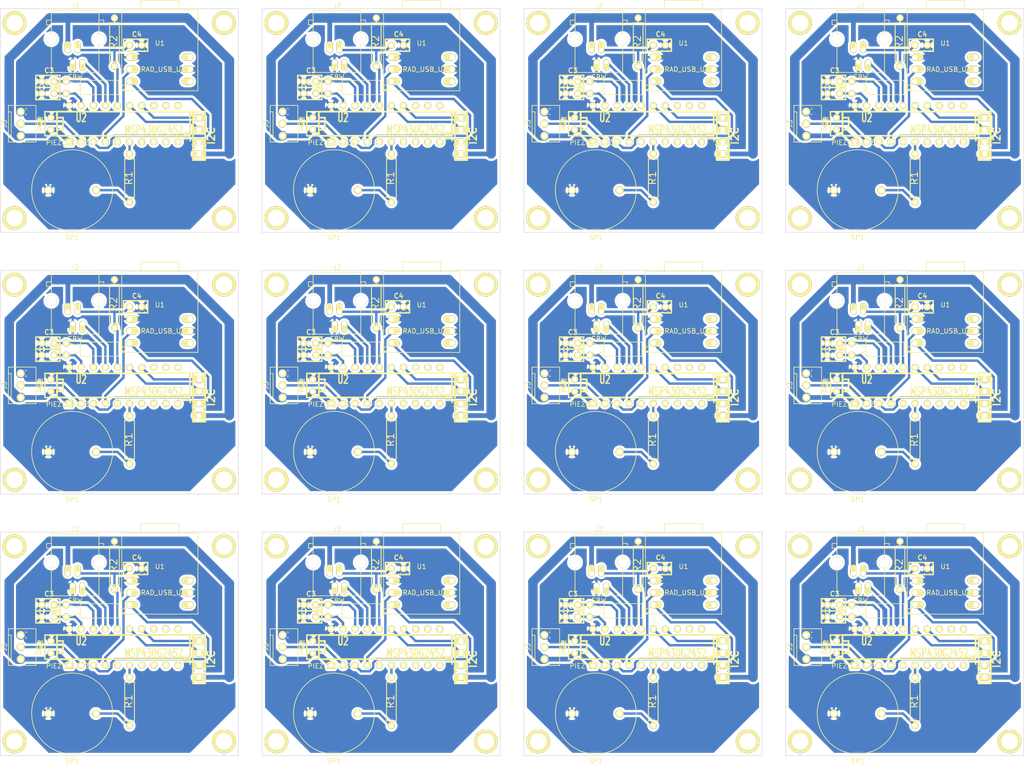
<source format=kicad_pcb>
(kicad_pcb (version 3) (host pcbnew "(2013-07-07 BZR 4022)-stable")
  (layers (15 F.Cu signal) (0 B.Cu signal) (18 B.Paste user) (19 F.Paste user) (20 B.SilkS user) (21 F.SilkS user) (22 B.Mask user) (23 F.Mask user) (28 Edge.Cuts user))
  (net 0 "")
  (net 1 GND)
  (net 2 N-000001)
  (net 3 N-0000012)
  (net 4 N-0000013)
  (net 5 N-0000014)
  (net 6 N-000002)
  (net 7 N-0000023)
  (net 8 N-000004)
  (net 9 N-000005)
  (net 10 N-000007)
  (net 11 N-000008)
  (net 12 N-000009)
  (net 13 VCC)
  (module MNT_HOLE_3.5S (layer F.Cu) (at 23 133)
    (fp_text reference MNT_HOLE_3.5S hide)
    (fp_text value Val** hide)
    (pad "" thru_hole circle (at 0 0) (size 5 5) (drill 3.5) (layers *.Cu *.Mask F.SilkS))
  )
  (module MNT_HOLE_3.5S (layer F.Cu) (at 23 174)
    (fp_text reference MNT_HOLE_3.5S hide)
    (fp_text value Val** hide)
    (pad "" thru_hole circle (at 0 0) (size 5 5) (drill 3.5) (layers *.Cu *.Mask F.SilkS))
  )
  (module MNT_HOLE_3.5S (layer F.Cu) (at 67 174)
    (fp_text reference MNT_HOLE_3.5S hide)
    (fp_text value Val** hide)
    (pad "" thru_hole circle (at 0 0) (size 5 5) (drill 3.5) (layers *.Cu *.Mask F.SilkS))
  )
  (module MNT_HOLE_3.5S (layer F.Cu) (at 67 133)
    (fp_text reference MNT_HOLE_3.5S hide)
    (fp_text value Val** hide)
    (pad "" thru_hole circle (at 0 0) (size 5 5) (drill 3.5) (layers *.Cu *.Mask F.SilkS))
  )
  (module C1 (layer F.Cu) (at 30.655 154.175 90)
    (fp_text reference C2 (at 0.254 -2.286 90) (layer F.SilkS) (effects (font (size 1.016 1.016) (thickness 0.2032))))
    (fp_text value 100nF hide)
    (pad 1 thru_hole circle (at -1.27 0 90) (size 1.5 1.5) (drill 0.8001) (layers *.Cu *.Mask F.SilkS) (net 13 VCC))
    (pad 2 thru_hole circle (at 1.27 0 90) (size 1.5 1.5) (drill 0.8001) (layers *.Cu *.Mask F.SilkS) (net 1 GND))
  )
  (module C1 (layer F.Cu) (at 30.02 145.285)
    (fp_text reference C3 (at 0.254 -2.286) (layer F.SilkS) (effects (font (size 1.016 1.016) (thickness 0.2032))))
    (fp_text value 12pF hide)
    (pad 1 thru_hole circle (at -1.27 0) (size 1.5 1.5) (drill 0.8001) (layers *.Cu *.Mask F.SilkS) (net 1 GND))
    (pad 2 thru_hole circle (at 1.27 0) (size 1.5 1.5) (drill 0.8001) (layers *.Cu *.Mask F.SilkS) (net 5 N-0000014))
  )
  (module C1 (layer F.Cu) (at 30.02 147.825)
    (fp_text reference C1 (at 0.254 -2.286) (layer F.SilkS) (effects (font (size 1.016 1.016) (thickness 0.2032))))
    (fp_text value 12pF hide)
    (pad 1 thru_hole circle (at -1.27 0) (size 1.5 1.5) (drill 0.8001) (layers *.Cu *.Mask F.SilkS) (net 1 GND))
    (pad 2 thru_hole circle (at 1.27 0) (size 1.5 1.5) (drill 0.8001) (layers *.Cu *.Mask F.SilkS) (net 4 N-0000013))
  )
  (module C1 (layer F.Cu) (at 48.435 137.665)
    (fp_text reference C4 (at 0.254 -2.286) (layer F.SilkS) (effects (font (size 1.016 1.016) (thickness 0.2032))))
    (fp_text value 1nF hide)
    (pad 1 thru_hole circle (at -1.27 0) (size 1.5 1.5) (drill 0.8001) (layers *.Cu *.Mask F.SilkS) (net 7 N-0000023))
    (pad 2 thru_hole circle (at 1.27 0) (size 1.5 1.5) (drill 0.8001) (layers *.Cu *.Mask F.SilkS) (net 1 GND))
  )
  (module CONN_NCW254-03S (layer F.Cu) (at 24.305 154.175 90)
    (fp_text reference J3 (at 0 -3.45 90) (layer F.SilkS))
    (fp_text value PWR (at 0 4.15 90) (layer F.SilkS))
    (pad 2 thru_hole circle (at 0 0 90) (size 1.7 1.7) (drill 1) (layers *.Cu *.Mask F.SilkS) (net 2 N-000001))
    (pad 3 thru_hole circle (at 2.54 0 90) (size 1.7 1.7) (drill 1) (layers *.Cu *.Mask F.SilkS) (net 1 GND))
    (pad 1 thru_hole circle (at -2.54 0 90) (size 1.7 1.7) (drill 1) (layers *.Cu *.Mask F.SilkS) (net 13 VCC))
  )
  (module CONRAD_USB_UART (layer F.Cu) (at 53.515 142.745)
    (fp_text reference U1 (at 0 -5.5) (layer F.SilkS))
    (fp_text value CONRAD_USB_UART (at 0 0) (layer F.SilkS))
    (pad 2 thru_hole oval (at -6.35 0) (size 2.5 1.5) (drill 1 (offset 0.5 0)) (layers *.Cu *.Mask F.SilkS) (net 3 N-0000012))
    (pad 1 thru_hole oval (at -6.35 -2.54) (size 2.5 1.5) (drill 1 (offset 0.5 0)) (layers *.Cu *.Mask F.SilkS) (net 1 GND))
    (pad 3 thru_hole oval (at -6.35 2.54) (size 2.5 1.5) (drill 1 (offset 0.5 0)) (layers *.Cu *.Mask F.SilkS) (net 12 N-000009))
    (pad 5 thru_hole oval (at 6.35 0) (size 2.5 1.5) (drill 1 (offset -0.5 0)) (layers *.Cu *.Mask F.SilkS) (net 1 GND))
    (pad 6 thru_hole oval (at 6.35 -2.54) (size 2.5 1.5) (drill 1 (offset -0.5 0)) (layers *.Cu *.Mask F.SilkS))
    (pad 4 thru_hole oval (at 6.35 2.54) (size 2.5 1.5) (drill 1 (offset -0.5 0)) (layers *.Cu *.Mask F.SilkS))
  )
  (module DIP-20__300LP (layer F.Cu) (at 45.895 154.175)
    (fp_text reference U2 (at -8.89 -1.27) (layer F.SilkS) (effects (font (size 1.778 1.143) (thickness 0.3048))))
    (fp_text value MSP430G2452 (at 6.35 1.27) (layer F.SilkS) (effects (font (size 1.778 1.143) (thickness 0.3048))))
    (pad 1 thru_hole rect (at -11.43 3.81) (size 1.5 1.5) (drill 0.8) (layers *.Cu *.Mask F.SilkS) (net 13 VCC))
    (pad 2 thru_hole circle (at -8.89 3.81) (size 1.5 1.5) (drill 0.8) (layers *.Cu *.Mask F.SilkS) (net 2 N-000001))
    (pad 3 thru_hole circle (at -6.35 3.81) (size 1.5 1.5) (drill 0.8) (layers *.Cu *.Mask F.SilkS) (net 12 N-000009))
    (pad 4 thru_hole circle (at -3.81 3.81) (size 1.5 1.5) (drill 0.8) (layers *.Cu *.Mask F.SilkS) (net 3 N-0000012))
    (pad 5 thru_hole circle (at -1.27 3.81) (size 1.5 1.5) (drill 0.8) (layers *.Cu *.Mask F.SilkS))
    (pad 6 thru_hole circle (at 1.27 3.81) (size 1.5 1.5) (drill 0.8) (layers *.Cu *.Mask F.SilkS) (net 9 N-000005))
    (pad 7 thru_hole circle (at 3.81 3.81) (size 1.5 1.5) (drill 0.8) (layers *.Cu *.Mask F.SilkS))
    (pad 8 thru_hole circle (at 6.35 3.81) (size 1.5 1.5) (drill 0.8) (layers *.Cu *.Mask F.SilkS))
    (pad 9 thru_hole circle (at 8.89 3.81) (size 1.5 1.5) (drill 0.8) (layers *.Cu *.Mask F.SilkS))
    (pad 10 thru_hole circle (at 11.43 3.81) (size 1.5 1.5) (drill 0.8) (layers *.Cu *.Mask F.SilkS))
    (pad 11 thru_hole circle (at 11.43 -3.81) (size 1.5 1.5) (drill 0.8) (layers *.Cu *.Mask F.SilkS))
    (pad 12 thru_hole circle (at 8.89 -3.81) (size 1.5 1.5) (drill 0.8) (layers *.Cu *.Mask F.SilkS))
    (pad 13 thru_hole circle (at 6.35 -3.81) (size 1.5 1.5) (drill 0.8) (layers *.Cu *.Mask F.SilkS))
    (pad 14 thru_hole circle (at 3.81 -3.81) (size 1.5 1.5) (drill 0.8) (layers *.Cu *.Mask F.SilkS) (net 11 N-000008))
    (pad 15 thru_hole circle (at 1.27 -3.81) (size 1.5 1.5) (drill 0.8) (layers *.Cu *.Mask F.SilkS) (net 10 N-000007))
    (pad 16 thru_hole circle (at -1.27 -3.81) (size 1.5 1.5) (drill 0.8) (layers *.Cu *.Mask F.SilkS) (net 7 N-0000023))
    (pad 17 thru_hole circle (at -3.81 -3.81) (size 1.5 1.5) (drill 0.8) (layers *.Cu *.Mask F.SilkS) (net 6 N-000002))
    (pad 18 thru_hole circle (at -6.35 -3.81) (size 1.5 1.5) (drill 0.8) (layers *.Cu *.Mask F.SilkS) (net 5 N-0000014))
    (pad 19 thru_hole circle (at -8.89 -3.81) (size 1.5 1.5) (drill 0.8) (layers *.Cu *.Mask F.SilkS) (net 4 N-0000013))
    (pad 20 thru_hole circle (at -11.43 -3.81) (size 1.5 1.5) (drill 0.8) (layers *.Cu *.Mask F.SilkS) (net 1 GND))
  )
  (module HDR-4 (layer F.Cu) (at 61.77 156.715 90)
    (fp_text reference J1 (at 0 -2.54 90) (layer F.SilkS) (effects (font (size 1.524 1.524) (thickness 0.3048))))
    (fp_text value I2C (at 0 2.54 90) (layer F.SilkS) (effects (font (size 1.524 1.524) (thickness 0.3048))))
    (pad 1 thru_hole oval (at -3.81 0 90) (size 1.5 2.5) (drill 1) (layers *.Cu *.Mask F.SilkS) (net 13 VCC))
    (pad 2 thru_hole oval (at -1.27 0 90) (size 1.5 2.5) (drill 1) (layers *.Cu *.Mask F.SilkS) (net 1 GND))
    (pad 3 thru_hole oval (at 1.27 0 90) (size 1.5 2.5) (drill 1) (layers *.Cu *.Mask F.SilkS) (net 10 N-000007))
    (pad 4 thru_hole oval (at 3.81 0 90) (size 1.5 2.5) (drill 1) (layers *.Cu *.Mask F.SilkS) (net 11 N-000008))
  )
  (module PIEZO_BUZZER_D17 (layer F.Cu) (at 35.1 168.145 180)
    (fp_text reference SP1 (at 0 -10 180) (layer F.SilkS))
    (fp_text value PIEZO_BUZZER (at 0 10 180) (layer F.SilkS))
    (pad 1 thru_hole circle (at -5 0 180) (size 1.7 1.7) (drill 1) (layers *.Cu *.Mask F.SilkS) (net 8 N-000004))
    (pad 2 thru_hole circle (at 5 0 180) (size 1.7 1.7) (drill 1) (layers *.Cu *.Mask F.SilkS) (net 1 GND))
  )
  (module R4 (layer F.Cu) (at 47.165 165.605 270)
    (fp_text reference R1 (at 0 0.18 270) (layer F.SilkS) (effects (font (size 1.5 1.5) (thickness 0.2032))))
    (fp_text value 1k hide)
    (pad 1 thru_hole circle (at -5.08 0 270) (size 1.5 1.5) (drill 0.8001) (layers *.Cu *.Mask F.SilkS) (net 9 N-000005))
    (pad 2 thru_hole circle (at 5.08 0 270) (size 1.5 1.5) (drill 0.8001) (layers *.Cu *.Mask F.SilkS) (net 8 N-000004))
  )
  (module R4 (layer F.Cu) (at 43.99 137.03 270)
    (fp_text reference R2 (at 0 0.18 270) (layer F.SilkS) (effects (font (size 1.5 1.5) (thickness 0.2032))))
    (fp_text value 47k hide)
    (pad 1 thru_hole circle (at -5.08 0 270) (size 1.5 1.5) (drill 0.8001) (layers *.Cu *.Mask F.SilkS) (net 13 VCC))
    (pad 2 thru_hole circle (at 5.08 0 270) (size 1.5 1.5) (drill 0.8001) (layers *.Cu *.Mask F.SilkS) (net 7 N-0000023))
  )
  (module SY011M4P4C (layer F.Cu) (at 35.735 136.395)
    (fp_text reference J2 (at 0 -7) (layer F.SilkS))
    (fp_text value SBW (at 0 8) (layer F.SilkS))
    (pad "" thru_hole circle (at -5 0) (size 2.3 2.3) (drill 2.3) (layers *.Cu *.Mask F.SilkS))
    (pad "" thru_hole circle (at 5 0) (size 2.3 2.3) (drill 2.3) (layers *.Cu *.Mask F.SilkS))
    (pad 1 thru_hole oval (at -1.53 2.3) (size 1.3 2.5) (drill 0.9 (offset 0 -0.6)) (layers *.Cu *.Mask F.SilkS) (net 13 VCC))
    (pad 2 thru_hole oval (at -0.51 4.84) (size 1.3 2.5) (drill 0.9 (offset 0 0.6)) (layers *.Cu *.Mask F.SilkS) (net 1 GND))
    (pad 3 thru_hole oval (at 0.51 2.3) (size 1.3 2.5) (drill 0.9 (offset 0 -0.6)) (layers *.Cu *.Mask F.SilkS) (net 7 N-0000023))
    (pad 4 thru_hole oval (at 1.53 4.84) (size 1.3 2.5) (drill 0.9 (offset 0 0.6)) (layers *.Cu *.Mask F.SilkS) (net 6 N-000002))
  )
  (module XTAL_KHZ (layer F.Cu) (at 33.83 146.555 270)
    (fp_text reference X1 (at 0 -12.065 270) (layer F.SilkS))
    (fp_text value XTAL (at 0 2 270) (layer F.SilkS))
    (pad 1 thru_hole circle (at -1.27 0 270) (size 1.5 1.5) (drill 0.8) (layers *.Cu *.Mask F.SilkS) (net 5 N-0000014))
    (pad 2 thru_hole circle (at 1.27 0 270) (size 1.5 1.5) (drill 0.8) (layers *.Cu *.Mask F.SilkS) (net 4 N-0000013))
  )
  (module XTAL_KHZ (layer F.Cu) (at 88.83 146.555 270)
    (fp_text reference X1 (at 0 -12.065 270) (layer F.SilkS))
    (fp_text value XTAL (at 0 2 270) (layer F.SilkS))
    (pad 1 thru_hole circle (at -1.27 0 270) (size 1.5 1.5) (drill 0.8) (layers *.Cu *.Mask F.SilkS) (net 5 N-0000014))
    (pad 2 thru_hole circle (at 1.27 0 270) (size 1.5 1.5) (drill 0.8) (layers *.Cu *.Mask F.SilkS) (net 4 N-0000013))
  )
  (module SY011M4P4C (layer F.Cu) (at 90.735 136.395)
    (fp_text reference J2 (at 0 -7) (layer F.SilkS))
    (fp_text value SBW (at 0 8) (layer F.SilkS))
    (pad "" thru_hole circle (at -5 0) (size 2.3 2.3) (drill 2.3) (layers *.Cu *.Mask F.SilkS))
    (pad "" thru_hole circle (at 5 0) (size 2.3 2.3) (drill 2.3) (layers *.Cu *.Mask F.SilkS))
    (pad 1 thru_hole oval (at -1.53 2.3) (size 1.3 2.5) (drill 0.9 (offset 0 -0.6)) (layers *.Cu *.Mask F.SilkS) (net 13 VCC))
    (pad 2 thru_hole oval (at -0.51 4.84) (size 1.3 2.5) (drill 0.9 (offset 0 0.6)) (layers *.Cu *.Mask F.SilkS) (net 1 GND))
    (pad 3 thru_hole oval (at 0.51 2.3) (size 1.3 2.5) (drill 0.9 (offset 0 -0.6)) (layers *.Cu *.Mask F.SilkS) (net 7 N-0000023))
    (pad 4 thru_hole oval (at 1.53 4.84) (size 1.3 2.5) (drill 0.9 (offset 0 0.6)) (layers *.Cu *.Mask F.SilkS) (net 6 N-000002))
  )
  (module R4 (layer F.Cu) (at 98.99 137.03 270)
    (fp_text reference R2 (at 0 0.18 270) (layer F.SilkS) (effects (font (size 1.5 1.5) (thickness 0.2032))))
    (fp_text value 47k hide)
    (pad 1 thru_hole circle (at -5.08 0 270) (size 1.5 1.5) (drill 0.8001) (layers *.Cu *.Mask F.SilkS) (net 13 VCC))
    (pad 2 thru_hole circle (at 5.08 0 270) (size 1.5 1.5) (drill 0.8001) (layers *.Cu *.Mask F.SilkS) (net 7 N-0000023))
  )
  (module R4 (layer F.Cu) (at 102.165 165.605 270)
    (fp_text reference R1 (at 0 0.18 270) (layer F.SilkS) (effects (font (size 1.5 1.5) (thickness 0.2032))))
    (fp_text value 1k hide)
    (pad 1 thru_hole circle (at -5.08 0 270) (size 1.5 1.5) (drill 0.8001) (layers *.Cu *.Mask F.SilkS) (net 9 N-000005))
    (pad 2 thru_hole circle (at 5.08 0 270) (size 1.5 1.5) (drill 0.8001) (layers *.Cu *.Mask F.SilkS) (net 8 N-000004))
  )
  (module PIEZO_BUZZER_D17 (layer F.Cu) (at 90.1 168.145 180)
    (fp_text reference SP1 (at 0 -10 180) (layer F.SilkS))
    (fp_text value PIEZO_BUZZER (at 0 10 180) (layer F.SilkS))
    (pad 1 thru_hole circle (at -5 0 180) (size 1.7 1.7) (drill 1) (layers *.Cu *.Mask F.SilkS) (net 8 N-000004))
    (pad 2 thru_hole circle (at 5 0 180) (size 1.7 1.7) (drill 1) (layers *.Cu *.Mask F.SilkS) (net 1 GND))
  )
  (module HDR-4 (layer F.Cu) (at 116.77 156.715 90)
    (fp_text reference J1 (at 0 -2.54 90) (layer F.SilkS) (effects (font (size 1.524 1.524) (thickness 0.3048))))
    (fp_text value I2C (at 0 2.54 90) (layer F.SilkS) (effects (font (size 1.524 1.524) (thickness 0.3048))))
    (pad 1 thru_hole oval (at -3.81 0 90) (size 1.5 2.5) (drill 1) (layers *.Cu *.Mask F.SilkS) (net 13 VCC))
    (pad 2 thru_hole oval (at -1.27 0 90) (size 1.5 2.5) (drill 1) (layers *.Cu *.Mask F.SilkS) (net 1 GND))
    (pad 3 thru_hole oval (at 1.27 0 90) (size 1.5 2.5) (drill 1) (layers *.Cu *.Mask F.SilkS) (net 10 N-000007))
    (pad 4 thru_hole oval (at 3.81 0 90) (size 1.5 2.5) (drill 1) (layers *.Cu *.Mask F.SilkS) (net 11 N-000008))
  )
  (module DIP-20__300LP (layer F.Cu) (at 100.895 154.175)
    (fp_text reference U2 (at -8.89 -1.27) (layer F.SilkS) (effects (font (size 1.778 1.143) (thickness 0.3048))))
    (fp_text value MSP430G2452 (at 6.35 1.27) (layer F.SilkS) (effects (font (size 1.778 1.143) (thickness 0.3048))))
    (pad 1 thru_hole rect (at -11.43 3.81) (size 1.5 1.5) (drill 0.8) (layers *.Cu *.Mask F.SilkS) (net 13 VCC))
    (pad 2 thru_hole circle (at -8.89 3.81) (size 1.5 1.5) (drill 0.8) (layers *.Cu *.Mask F.SilkS) (net 2 N-000001))
    (pad 3 thru_hole circle (at -6.35 3.81) (size 1.5 1.5) (drill 0.8) (layers *.Cu *.Mask F.SilkS) (net 12 N-000009))
    (pad 4 thru_hole circle (at -3.81 3.81) (size 1.5 1.5) (drill 0.8) (layers *.Cu *.Mask F.SilkS) (net 3 N-0000012))
    (pad 5 thru_hole circle (at -1.27 3.81) (size 1.5 1.5) (drill 0.8) (layers *.Cu *.Mask F.SilkS))
    (pad 6 thru_hole circle (at 1.27 3.81) (size 1.5 1.5) (drill 0.8) (layers *.Cu *.Mask F.SilkS) (net 9 N-000005))
    (pad 7 thru_hole circle (at 3.81 3.81) (size 1.5 1.5) (drill 0.8) (layers *.Cu *.Mask F.SilkS))
    (pad 8 thru_hole circle (at 6.35 3.81) (size 1.5 1.5) (drill 0.8) (layers *.Cu *.Mask F.SilkS))
    (pad 9 thru_hole circle (at 8.89 3.81) (size 1.5 1.5) (drill 0.8) (layers *.Cu *.Mask F.SilkS))
    (pad 10 thru_hole circle (at 11.43 3.81) (size 1.5 1.5) (drill 0.8) (layers *.Cu *.Mask F.SilkS))
    (pad 11 thru_hole circle (at 11.43 -3.81) (size 1.5 1.5) (drill 0.8) (layers *.Cu *.Mask F.SilkS))
    (pad 12 thru_hole circle (at 8.89 -3.81) (size 1.5 1.5) (drill 0.8) (layers *.Cu *.Mask F.SilkS))
    (pad 13 thru_hole circle (at 6.35 -3.81) (size 1.5 1.5) (drill 0.8) (layers *.Cu *.Mask F.SilkS))
    (pad 14 thru_hole circle (at 3.81 -3.81) (size 1.5 1.5) (drill 0.8) (layers *.Cu *.Mask F.SilkS) (net 11 N-000008))
    (pad 15 thru_hole circle (at 1.27 -3.81) (size 1.5 1.5) (drill 0.8) (layers *.Cu *.Mask F.SilkS) (net 10 N-000007))
    (pad 16 thru_hole circle (at -1.27 -3.81) (size 1.5 1.5) (drill 0.8) (layers *.Cu *.Mask F.SilkS) (net 7 N-0000023))
    (pad 17 thru_hole circle (at -3.81 -3.81) (size 1.5 1.5) (drill 0.8) (layers *.Cu *.Mask F.SilkS) (net 6 N-000002))
    (pad 18 thru_hole circle (at -6.35 -3.81) (size 1.5 1.5) (drill 0.8) (layers *.Cu *.Mask F.SilkS) (net 5 N-0000014))
    (pad 19 thru_hole circle (at -8.89 -3.81) (size 1.5 1.5) (drill 0.8) (layers *.Cu *.Mask F.SilkS) (net 4 N-0000013))
    (pad 20 thru_hole circle (at -11.43 -3.81) (size 1.5 1.5) (drill 0.8) (layers *.Cu *.Mask F.SilkS) (net 1 GND))
  )
  (module CONRAD_USB_UART (layer F.Cu) (at 108.515 142.745)
    (fp_text reference U1 (at 0 -5.5) (layer F.SilkS))
    (fp_text value CONRAD_USB_UART (at 0 0) (layer F.SilkS))
    (pad 2 thru_hole oval (at -6.35 0) (size 2.5 1.5) (drill 1 (offset 0.5 0)) (layers *.Cu *.Mask F.SilkS) (net 3 N-0000012))
    (pad 1 thru_hole oval (at -6.35 -2.54) (size 2.5 1.5) (drill 1 (offset 0.5 0)) (layers *.Cu *.Mask F.SilkS) (net 1 GND))
    (pad 3 thru_hole oval (at -6.35 2.54) (size 2.5 1.5) (drill 1 (offset 0.5 0)) (layers *.Cu *.Mask F.SilkS) (net 12 N-000009))
    (pad 5 thru_hole oval (at 6.35 0) (size 2.5 1.5) (drill 1 (offset -0.5 0)) (layers *.Cu *.Mask F.SilkS) (net 1 GND))
    (pad 6 thru_hole oval (at 6.35 -2.54) (size 2.5 1.5) (drill 1 (offset -0.5 0)) (layers *.Cu *.Mask F.SilkS))
    (pad 4 thru_hole oval (at 6.35 2.54) (size 2.5 1.5) (drill 1 (offset -0.5 0)) (layers *.Cu *.Mask F.SilkS))
  )
  (module CONN_NCW254-03S (layer F.Cu) (at 79.305 154.175 90)
    (fp_text reference J3 (at 0 -3.45 90) (layer F.SilkS))
    (fp_text value PWR (at 0 4.15 90) (layer F.SilkS))
    (pad 2 thru_hole circle (at 0 0 90) (size 1.7 1.7) (drill 1) (layers *.Cu *.Mask F.SilkS) (net 2 N-000001))
    (pad 3 thru_hole circle (at 2.54 0 90) (size 1.7 1.7) (drill 1) (layers *.Cu *.Mask F.SilkS) (net 1 GND))
    (pad 1 thru_hole circle (at -2.54 0 90) (size 1.7 1.7) (drill 1) (layers *.Cu *.Mask F.SilkS) (net 13 VCC))
  )
  (module C1 (layer F.Cu) (at 103.435 137.665)
    (fp_text reference C4 (at 0.254 -2.286) (layer F.SilkS) (effects (font (size 1.016 1.016) (thickness 0.2032))))
    (fp_text value 1nF hide)
    (pad 1 thru_hole circle (at -1.27 0) (size 1.5 1.5) (drill 0.8001) (layers *.Cu *.Mask F.SilkS) (net 7 N-0000023))
    (pad 2 thru_hole circle (at 1.27 0) (size 1.5 1.5) (drill 0.8001) (layers *.Cu *.Mask F.SilkS) (net 1 GND))
  )
  (module C1 (layer F.Cu) (at 85.02 147.825)
    (fp_text reference C1 (at 0.254 -2.286) (layer F.SilkS) (effects (font (size 1.016 1.016) (thickness 0.2032))))
    (fp_text value 12pF hide)
    (pad 1 thru_hole circle (at -1.27 0) (size 1.5 1.5) (drill 0.8001) (layers *.Cu *.Mask F.SilkS) (net 1 GND))
    (pad 2 thru_hole circle (at 1.27 0) (size 1.5 1.5) (drill 0.8001) (layers *.Cu *.Mask F.SilkS) (net 4 N-0000013))
  )
  (module C1 (layer F.Cu) (at 85.02 145.285)
    (fp_text reference C3 (at 0.254 -2.286) (layer F.SilkS) (effects (font (size 1.016 1.016) (thickness 0.2032))))
    (fp_text value 12pF hide)
    (pad 1 thru_hole circle (at -1.27 0) (size 1.5 1.5) (drill 0.8001) (layers *.Cu *.Mask F.SilkS) (net 1 GND))
    (pad 2 thru_hole circle (at 1.27 0) (size 1.5 1.5) (drill 0.8001) (layers *.Cu *.Mask F.SilkS) (net 5 N-0000014))
  )
  (module C1 (layer F.Cu) (at 85.655 154.175 90)
    (fp_text reference C2 (at 0.254 -2.286 90) (layer F.SilkS) (effects (font (size 1.016 1.016) (thickness 0.2032))))
    (fp_text value 100nF hide)
    (pad 1 thru_hole circle (at -1.27 0 90) (size 1.5 1.5) (drill 0.8001) (layers *.Cu *.Mask F.SilkS) (net 13 VCC))
    (pad 2 thru_hole circle (at 1.27 0 90) (size 1.5 1.5) (drill 0.8001) (layers *.Cu *.Mask F.SilkS) (net 1 GND))
  )
  (module MNT_HOLE_3.5S (layer F.Cu) (at 122 133)
    (fp_text reference MNT_HOLE_3.5S hide)
    (fp_text value Val** hide)
    (pad "" thru_hole circle (at 0 0) (size 5 5) (drill 3.5) (layers *.Cu *.Mask F.SilkS))
  )
  (module MNT_HOLE_3.5S (layer F.Cu) (at 122 174)
    (fp_text reference MNT_HOLE_3.5S hide)
    (fp_text value Val** hide)
    (pad "" thru_hole circle (at 0 0) (size 5 5) (drill 3.5) (layers *.Cu *.Mask F.SilkS))
  )
  (module MNT_HOLE_3.5S (layer F.Cu) (at 78 174)
    (fp_text reference MNT_HOLE_3.5S hide)
    (fp_text value Val** hide)
    (pad "" thru_hole circle (at 0 0) (size 5 5) (drill 3.5) (layers *.Cu *.Mask F.SilkS))
  )
  (module MNT_HOLE_3.5S (layer F.Cu) (at 78 133)
    (fp_text reference MNT_HOLE_3.5S hide)
    (fp_text value Val** hide)
    (pad "" thru_hole circle (at 0 0) (size 5 5) (drill 3.5) (layers *.Cu *.Mask F.SilkS))
  )
  (module MNT_HOLE_3.5S (layer F.Cu) (at 188 133)
    (fp_text reference MNT_HOLE_3.5S hide)
    (fp_text value Val** hide)
    (pad "" thru_hole circle (at 0 0) (size 5 5) (drill 3.5) (layers *.Cu *.Mask F.SilkS))
  )
  (module MNT_HOLE_3.5S (layer F.Cu) (at 188 174)
    (fp_text reference MNT_HOLE_3.5S hide)
    (fp_text value Val** hide)
    (pad "" thru_hole circle (at 0 0) (size 5 5) (drill 3.5) (layers *.Cu *.Mask F.SilkS))
  )
  (module MNT_HOLE_3.5S (layer F.Cu) (at 232 174)
    (fp_text reference MNT_HOLE_3.5S hide)
    (fp_text value Val** hide)
    (pad "" thru_hole circle (at 0 0) (size 5 5) (drill 3.5) (layers *.Cu *.Mask F.SilkS))
  )
  (module MNT_HOLE_3.5S (layer F.Cu) (at 232 133)
    (fp_text reference MNT_HOLE_3.5S hide)
    (fp_text value Val** hide)
    (pad "" thru_hole circle (at 0 0) (size 5 5) (drill 3.5) (layers *.Cu *.Mask F.SilkS))
  )
  (module C1 (layer F.Cu) (at 195.655 154.175 90)
    (fp_text reference C2 (at 0.254 -2.286 90) (layer F.SilkS) (effects (font (size 1.016 1.016) (thickness 0.2032))))
    (fp_text value 100nF hide)
    (pad 1 thru_hole circle (at -1.27 0 90) (size 1.5 1.5) (drill 0.8001) (layers *.Cu *.Mask F.SilkS) (net 13 VCC))
    (pad 2 thru_hole circle (at 1.27 0 90) (size 1.5 1.5) (drill 0.8001) (layers *.Cu *.Mask F.SilkS) (net 1 GND))
  )
  (module C1 (layer F.Cu) (at 195.02 145.285)
    (fp_text reference C3 (at 0.254 -2.286) (layer F.SilkS) (effects (font (size 1.016 1.016) (thickness 0.2032))))
    (fp_text value 12pF hide)
    (pad 1 thru_hole circle (at -1.27 0) (size 1.5 1.5) (drill 0.8001) (layers *.Cu *.Mask F.SilkS) (net 1 GND))
    (pad 2 thru_hole circle (at 1.27 0) (size 1.5 1.5) (drill 0.8001) (layers *.Cu *.Mask F.SilkS) (net 5 N-0000014))
  )
  (module C1 (layer F.Cu) (at 195.02 147.825)
    (fp_text reference C1 (at 0.254 -2.286) (layer F.SilkS) (effects (font (size 1.016 1.016) (thickness 0.2032))))
    (fp_text value 12pF hide)
    (pad 1 thru_hole circle (at -1.27 0) (size 1.5 1.5) (drill 0.8001) (layers *.Cu *.Mask F.SilkS) (net 1 GND))
    (pad 2 thru_hole circle (at 1.27 0) (size 1.5 1.5) (drill 0.8001) (layers *.Cu *.Mask F.SilkS) (net 4 N-0000013))
  )
  (module C1 (layer F.Cu) (at 213.435 137.665)
    (fp_text reference C4 (at 0.254 -2.286) (layer F.SilkS) (effects (font (size 1.016 1.016) (thickness 0.2032))))
    (fp_text value 1nF hide)
    (pad 1 thru_hole circle (at -1.27 0) (size 1.5 1.5) (drill 0.8001) (layers *.Cu *.Mask F.SilkS) (net 7 N-0000023))
    (pad 2 thru_hole circle (at 1.27 0) (size 1.5 1.5) (drill 0.8001) (layers *.Cu *.Mask F.SilkS) (net 1 GND))
  )
  (module CONN_NCW254-03S (layer F.Cu) (at 189.305 154.175 90)
    (fp_text reference J3 (at 0 -3.45 90) (layer F.SilkS))
    (fp_text value PWR (at 0 4.15 90) (layer F.SilkS))
    (pad 2 thru_hole circle (at 0 0 90) (size 1.7 1.7) (drill 1) (layers *.Cu *.Mask F.SilkS) (net 2 N-000001))
    (pad 3 thru_hole circle (at 2.54 0 90) (size 1.7 1.7) (drill 1) (layers *.Cu *.Mask F.SilkS) (net 1 GND))
    (pad 1 thru_hole circle (at -2.54 0 90) (size 1.7 1.7) (drill 1) (layers *.Cu *.Mask F.SilkS) (net 13 VCC))
  )
  (module CONRAD_USB_UART (layer F.Cu) (at 218.515 142.745)
    (fp_text reference U1 (at 0 -5.5) (layer F.SilkS))
    (fp_text value CONRAD_USB_UART (at 0 0) (layer F.SilkS))
    (pad 2 thru_hole oval (at -6.35 0) (size 2.5 1.5) (drill 1 (offset 0.5 0)) (layers *.Cu *.Mask F.SilkS) (net 3 N-0000012))
    (pad 1 thru_hole oval (at -6.35 -2.54) (size 2.5 1.5) (drill 1 (offset 0.5 0)) (layers *.Cu *.Mask F.SilkS) (net 1 GND))
    (pad 3 thru_hole oval (at -6.35 2.54) (size 2.5 1.5) (drill 1 (offset 0.5 0)) (layers *.Cu *.Mask F.SilkS) (net 12 N-000009))
    (pad 5 thru_hole oval (at 6.35 0) (size 2.5 1.5) (drill 1 (offset -0.5 0)) (layers *.Cu *.Mask F.SilkS) (net 1 GND))
    (pad 6 thru_hole oval (at 6.35 -2.54) (size 2.5 1.5) (drill 1 (offset -0.5 0)) (layers *.Cu *.Mask F.SilkS))
    (pad 4 thru_hole oval (at 6.35 2.54) (size 2.5 1.5) (drill 1 (offset -0.5 0)) (layers *.Cu *.Mask F.SilkS))
  )
  (module DIP-20__300LP (layer F.Cu) (at 210.895 154.175)
    (fp_text reference U2 (at -8.89 -1.27) (layer F.SilkS) (effects (font (size 1.778 1.143) (thickness 0.3048))))
    (fp_text value MSP430G2452 (at 6.35 1.27) (layer F.SilkS) (effects (font (size 1.778 1.143) (thickness 0.3048))))
    (pad 1 thru_hole rect (at -11.43 3.81) (size 1.5 1.5) (drill 0.8) (layers *.Cu *.Mask F.SilkS) (net 13 VCC))
    (pad 2 thru_hole circle (at -8.89 3.81) (size 1.5 1.5) (drill 0.8) (layers *.Cu *.Mask F.SilkS) (net 2 N-000001))
    (pad 3 thru_hole circle (at -6.35 3.81) (size 1.5 1.5) (drill 0.8) (layers *.Cu *.Mask F.SilkS) (net 12 N-000009))
    (pad 4 thru_hole circle (at -3.81 3.81) (size 1.5 1.5) (drill 0.8) (layers *.Cu *.Mask F.SilkS) (net 3 N-0000012))
    (pad 5 thru_hole circle (at -1.27 3.81) (size 1.5 1.5) (drill 0.8) (layers *.Cu *.Mask F.SilkS))
    (pad 6 thru_hole circle (at 1.27 3.81) (size 1.5 1.5) (drill 0.8) (layers *.Cu *.Mask F.SilkS) (net 9 N-000005))
    (pad 7 thru_hole circle (at 3.81 3.81) (size 1.5 1.5) (drill 0.8) (layers *.Cu *.Mask F.SilkS))
    (pad 8 thru_hole circle (at 6.35 3.81) (size 1.5 1.5) (drill 0.8) (layers *.Cu *.Mask F.SilkS))
    (pad 9 thru_hole circle (at 8.89 3.81) (size 1.5 1.5) (drill 0.8) (layers *.Cu *.Mask F.SilkS))
    (pad 10 thru_hole circle (at 11.43 3.81) (size 1.5 1.5) (drill 0.8) (layers *.Cu *.Mask F.SilkS))
    (pad 11 thru_hole circle (at 11.43 -3.81) (size 1.5 1.5) (drill 0.8) (layers *.Cu *.Mask F.SilkS))
    (pad 12 thru_hole circle (at 8.89 -3.81) (size 1.5 1.5) (drill 0.8) (layers *.Cu *.Mask F.SilkS))
    (pad 13 thru_hole circle (at 6.35 -3.81) (size 1.5 1.5) (drill 0.8) (layers *.Cu *.Mask F.SilkS))
    (pad 14 thru_hole circle (at 3.81 -3.81) (size 1.5 1.5) (drill 0.8) (layers *.Cu *.Mask F.SilkS) (net 11 N-000008))
    (pad 15 thru_hole circle (at 1.27 -3.81) (size 1.5 1.5) (drill 0.8) (layers *.Cu *.Mask F.SilkS) (net 10 N-000007))
    (pad 16 thru_hole circle (at -1.27 -3.81) (size 1.5 1.5) (drill 0.8) (layers *.Cu *.Mask F.SilkS) (net 7 N-0000023))
    (pad 17 thru_hole circle (at -3.81 -3.81) (size 1.5 1.5) (drill 0.8) (layers *.Cu *.Mask F.SilkS) (net 6 N-000002))
    (pad 18 thru_hole circle (at -6.35 -3.81) (size 1.5 1.5) (drill 0.8) (layers *.Cu *.Mask F.SilkS) (net 5 N-0000014))
    (pad 19 thru_hole circle (at -8.89 -3.81) (size 1.5 1.5) (drill 0.8) (layers *.Cu *.Mask F.SilkS) (net 4 N-0000013))
    (pad 20 thru_hole circle (at -11.43 -3.81) (size 1.5 1.5) (drill 0.8) (layers *.Cu *.Mask F.SilkS) (net 1 GND))
  )
  (module HDR-4 (layer F.Cu) (at 226.77 156.715 90)
    (fp_text reference J1 (at 0 -2.54 90) (layer F.SilkS) (effects (font (size 1.524 1.524) (thickness 0.3048))))
    (fp_text value I2C (at 0 2.54 90) (layer F.SilkS) (effects (font (size 1.524 1.524) (thickness 0.3048))))
    (pad 1 thru_hole oval (at -3.81 0 90) (size 1.5 2.5) (drill 1) (layers *.Cu *.Mask F.SilkS) (net 13 VCC))
    (pad 2 thru_hole oval (at -1.27 0 90) (size 1.5 2.5) (drill 1) (layers *.Cu *.Mask F.SilkS) (net 1 GND))
    (pad 3 thru_hole oval (at 1.27 0 90) (size 1.5 2.5) (drill 1) (layers *.Cu *.Mask F.SilkS) (net 10 N-000007))
    (pad 4 thru_hole oval (at 3.81 0 90) (size 1.5 2.5) (drill 1) (layers *.Cu *.Mask F.SilkS) (net 11 N-000008))
  )
  (module PIEZO_BUZZER_D17 (layer F.Cu) (at 200.1 168.145 180)
    (fp_text reference SP1 (at 0 -10 180) (layer F.SilkS))
    (fp_text value PIEZO_BUZZER (at 0 10 180) (layer F.SilkS))
    (pad 1 thru_hole circle (at -5 0 180) (size 1.7 1.7) (drill 1) (layers *.Cu *.Mask F.SilkS) (net 8 N-000004))
    (pad 2 thru_hole circle (at 5 0 180) (size 1.7 1.7) (drill 1) (layers *.Cu *.Mask F.SilkS) (net 1 GND))
  )
  (module R4 (layer F.Cu) (at 212.165 165.605 270)
    (fp_text reference R1 (at 0 0.18 270) (layer F.SilkS) (effects (font (size 1.5 1.5) (thickness 0.2032))))
    (fp_text value 1k hide)
    (pad 1 thru_hole circle (at -5.08 0 270) (size 1.5 1.5) (drill 0.8001) (layers *.Cu *.Mask F.SilkS) (net 9 N-000005))
    (pad 2 thru_hole circle (at 5.08 0 270) (size 1.5 1.5) (drill 0.8001) (layers *.Cu *.Mask F.SilkS) (net 8 N-000004))
  )
  (module R4 (layer F.Cu) (at 208.99 137.03 270)
    (fp_text reference R2 (at 0 0.18 270) (layer F.SilkS) (effects (font (size 1.5 1.5) (thickness 0.2032))))
    (fp_text value 47k hide)
    (pad 1 thru_hole circle (at -5.08 0 270) (size 1.5 1.5) (drill 0.8001) (layers *.Cu *.Mask F.SilkS) (net 13 VCC))
    (pad 2 thru_hole circle (at 5.08 0 270) (size 1.5 1.5) (drill 0.8001) (layers *.Cu *.Mask F.SilkS) (net 7 N-0000023))
  )
  (module SY011M4P4C (layer F.Cu) (at 200.735 136.395)
    (fp_text reference J2 (at 0 -7) (layer F.SilkS))
    (fp_text value SBW (at 0 8) (layer F.SilkS))
    (pad "" thru_hole circle (at -5 0) (size 2.3 2.3) (drill 2.3) (layers *.Cu *.Mask F.SilkS))
    (pad "" thru_hole circle (at 5 0) (size 2.3 2.3) (drill 2.3) (layers *.Cu *.Mask F.SilkS))
    (pad 1 thru_hole oval (at -1.53 2.3) (size 1.3 2.5) (drill 0.9 (offset 0 -0.6)) (layers *.Cu *.Mask F.SilkS) (net 13 VCC))
    (pad 2 thru_hole oval (at -0.51 4.84) (size 1.3 2.5) (drill 0.9 (offset 0 0.6)) (layers *.Cu *.Mask F.SilkS) (net 1 GND))
    (pad 3 thru_hole oval (at 0.51 2.3) (size 1.3 2.5) (drill 0.9 (offset 0 -0.6)) (layers *.Cu *.Mask F.SilkS) (net 7 N-0000023))
    (pad 4 thru_hole oval (at 1.53 4.84) (size 1.3 2.5) (drill 0.9 (offset 0 0.6)) (layers *.Cu *.Mask F.SilkS) (net 6 N-000002))
  )
  (module XTAL_KHZ (layer F.Cu) (at 198.83 146.555 270)
    (fp_text reference X1 (at 0 -12.065 270) (layer F.SilkS))
    (fp_text value XTAL (at 0 2 270) (layer F.SilkS))
    (pad 1 thru_hole circle (at -1.27 0 270) (size 1.5 1.5) (drill 0.8) (layers *.Cu *.Mask F.SilkS) (net 5 N-0000014))
    (pad 2 thru_hole circle (at 1.27 0 270) (size 1.5 1.5) (drill 0.8) (layers *.Cu *.Mask F.SilkS) (net 4 N-0000013))
  )
  (module XTAL_KHZ (layer F.Cu) (at 143.83 146.555 270)
    (fp_text reference X1 (at 0 -12.065 270) (layer F.SilkS))
    (fp_text value XTAL (at 0 2 270) (layer F.SilkS))
    (pad 1 thru_hole circle (at -1.27 0 270) (size 1.5 1.5) (drill 0.8) (layers *.Cu *.Mask F.SilkS) (net 5 N-0000014))
    (pad 2 thru_hole circle (at 1.27 0 270) (size 1.5 1.5) (drill 0.8) (layers *.Cu *.Mask F.SilkS) (net 4 N-0000013))
  )
  (module SY011M4P4C (layer F.Cu) (at 145.735 136.395)
    (fp_text reference J2 (at 0 -7) (layer F.SilkS))
    (fp_text value SBW (at 0 8) (layer F.SilkS))
    (pad "" thru_hole circle (at -5 0) (size 2.3 2.3) (drill 2.3) (layers *.Cu *.Mask F.SilkS))
    (pad "" thru_hole circle (at 5 0) (size 2.3 2.3) (drill 2.3) (layers *.Cu *.Mask F.SilkS))
    (pad 1 thru_hole oval (at -1.53 2.3) (size 1.3 2.5) (drill 0.9 (offset 0 -0.6)) (layers *.Cu *.Mask F.SilkS) (net 13 VCC))
    (pad 2 thru_hole oval (at -0.51 4.84) (size 1.3 2.5) (drill 0.9 (offset 0 0.6)) (layers *.Cu *.Mask F.SilkS) (net 1 GND))
    (pad 3 thru_hole oval (at 0.51 2.3) (size 1.3 2.5) (drill 0.9 (offset 0 -0.6)) (layers *.Cu *.Mask F.SilkS) (net 7 N-0000023))
    (pad 4 thru_hole oval (at 1.53 4.84) (size 1.3 2.5) (drill 0.9 (offset 0 0.6)) (layers *.Cu *.Mask F.SilkS) (net 6 N-000002))
  )
  (module R4 (layer F.Cu) (at 153.99 137.03 270)
    (fp_text reference R2 (at 0 0.18 270) (layer F.SilkS) (effects (font (size 1.5 1.5) (thickness 0.2032))))
    (fp_text value 47k hide)
    (pad 1 thru_hole circle (at -5.08 0 270) (size 1.5 1.5) (drill 0.8001) (layers *.Cu *.Mask F.SilkS) (net 13 VCC))
    (pad 2 thru_hole circle (at 5.08 0 270) (size 1.5 1.5) (drill 0.8001) (layers *.Cu *.Mask F.SilkS) (net 7 N-0000023))
  )
  (module R4 (layer F.Cu) (at 157.165 165.605 270)
    (fp_text reference R1 (at 0 0.18 270) (layer F.SilkS) (effects (font (size 1.5 1.5) (thickness 0.2032))))
    (fp_text value 1k hide)
    (pad 1 thru_hole circle (at -5.08 0 270) (size 1.5 1.5) (drill 0.8001) (layers *.Cu *.Mask F.SilkS) (net 9 N-000005))
    (pad 2 thru_hole circle (at 5.08 0 270) (size 1.5 1.5) (drill 0.8001) (layers *.Cu *.Mask F.SilkS) (net 8 N-000004))
  )
  (module PIEZO_BUZZER_D17 (layer F.Cu) (at 145.1 168.145 180)
    (fp_text reference SP1 (at 0 -10 180) (layer F.SilkS))
    (fp_text value PIEZO_BUZZER (at 0 10 180) (layer F.SilkS))
    (pad 1 thru_hole circle (at -5 0 180) (size 1.7 1.7) (drill 1) (layers *.Cu *.Mask F.SilkS) (net 8 N-000004))
    (pad 2 thru_hole circle (at 5 0 180) (size 1.7 1.7) (drill 1) (layers *.Cu *.Mask F.SilkS) (net 1 GND))
  )
  (module HDR-4 (layer F.Cu) (at 171.77 156.715 90)
    (fp_text reference J1 (at 0 -2.54 90) (layer F.SilkS) (effects (font (size 1.524 1.524) (thickness 0.3048))))
    (fp_text value I2C (at 0 2.54 90) (layer F.SilkS) (effects (font (size 1.524 1.524) (thickness 0.3048))))
    (pad 1 thru_hole oval (at -3.81 0 90) (size 1.5 2.5) (drill 1) (layers *.Cu *.Mask F.SilkS) (net 13 VCC))
    (pad 2 thru_hole oval (at -1.27 0 90) (size 1.5 2.5) (drill 1) (layers *.Cu *.Mask F.SilkS) (net 1 GND))
    (pad 3 thru_hole oval (at 1.27 0 90) (size 1.5 2.5) (drill 1) (layers *.Cu *.Mask F.SilkS) (net 10 N-000007))
    (pad 4 thru_hole oval (at 3.81 0 90) (size 1.5 2.5) (drill 1) (layers *.Cu *.Mask F.SilkS) (net 11 N-000008))
  )
  (module DIP-20__300LP (layer F.Cu) (at 155.895 154.175)
    (fp_text reference U2 (at -8.89 -1.27) (layer F.SilkS) (effects (font (size 1.778 1.143) (thickness 0.3048))))
    (fp_text value MSP430G2452 (at 6.35 1.27) (layer F.SilkS) (effects (font (size 1.778 1.143) (thickness 0.3048))))
    (pad 1 thru_hole rect (at -11.43 3.81) (size 1.5 1.5) (drill 0.8) (layers *.Cu *.Mask F.SilkS) (net 13 VCC))
    (pad 2 thru_hole circle (at -8.89 3.81) (size 1.5 1.5) (drill 0.8) (layers *.Cu *.Mask F.SilkS) (net 2 N-000001))
    (pad 3 thru_hole circle (at -6.35 3.81) (size 1.5 1.5) (drill 0.8) (layers *.Cu *.Mask F.SilkS) (net 12 N-000009))
    (pad 4 thru_hole circle (at -3.81 3.81) (size 1.5 1.5) (drill 0.8) (layers *.Cu *.Mask F.SilkS) (net 3 N-0000012))
    (pad 5 thru_hole circle (at -1.27 3.81) (size 1.5 1.5) (drill 0.8) (layers *.Cu *.Mask F.SilkS))
    (pad 6 thru_hole circle (at 1.27 3.81) (size 1.5 1.5) (drill 0.8) (layers *.Cu *.Mask F.SilkS) (net 9 N-000005))
    (pad 7 thru_hole circle (at 3.81 3.81) (size 1.5 1.5) (drill 0.8) (layers *.Cu *.Mask F.SilkS))
    (pad 8 thru_hole circle (at 6.35 3.81) (size 1.5 1.5) (drill 0.8) (layers *.Cu *.Mask F.SilkS))
    (pad 9 thru_hole circle (at 8.89 3.81) (size 1.5 1.5) (drill 0.8) (layers *.Cu *.Mask F.SilkS))
    (pad 10 thru_hole circle (at 11.43 3.81) (size 1.5 1.5) (drill 0.8) (layers *.Cu *.Mask F.SilkS))
    (pad 11 thru_hole circle (at 11.43 -3.81) (size 1.5 1.5) (drill 0.8) (layers *.Cu *.Mask F.SilkS))
    (pad 12 thru_hole circle (at 8.89 -3.81) (size 1.5 1.5) (drill 0.8) (layers *.Cu *.Mask F.SilkS))
    (pad 13 thru_hole circle (at 6.35 -3.81) (size 1.5 1.5) (drill 0.8) (layers *.Cu *.Mask F.SilkS))
    (pad 14 thru_hole circle (at 3.81 -3.81) (size 1.5 1.5) (drill 0.8) (layers *.Cu *.Mask F.SilkS) (net 11 N-000008))
    (pad 15 thru_hole circle (at 1.27 -3.81) (size 1.5 1.5) (drill 0.8) (layers *.Cu *.Mask F.SilkS) (net 10 N-000007))
    (pad 16 thru_hole circle (at -1.27 -3.81) (size 1.5 1.5) (drill 0.8) (layers *.Cu *.Mask F.SilkS) (net 7 N-0000023))
    (pad 17 thru_hole circle (at -3.81 -3.81) (size 1.5 1.5) (drill 0.8) (layers *.Cu *.Mask F.SilkS) (net 6 N-000002))
    (pad 18 thru_hole circle (at -6.35 -3.81) (size 1.5 1.5) (drill 0.8) (layers *.Cu *.Mask F.SilkS) (net 5 N-0000014))
    (pad 19 thru_hole circle (at -8.89 -3.81) (size 1.5 1.5) (drill 0.8) (layers *.Cu *.Mask F.SilkS) (net 4 N-0000013))
    (pad 20 thru_hole circle (at -11.43 -3.81) (size 1.5 1.5) (drill 0.8) (layers *.Cu *.Mask F.SilkS) (net 1 GND))
  )
  (module CONRAD_USB_UART (layer F.Cu) (at 163.515 142.745)
    (fp_text reference U1 (at 0 -5.5) (layer F.SilkS))
    (fp_text value CONRAD_USB_UART (at 0 0) (layer F.SilkS))
    (pad 2 thru_hole oval (at -6.35 0) (size 2.5 1.5) (drill 1 (offset 0.5 0)) (layers *.Cu *.Mask F.SilkS) (net 3 N-0000012))
    (pad 1 thru_hole oval (at -6.35 -2.54) (size 2.5 1.5) (drill 1 (offset 0.5 0)) (layers *.Cu *.Mask F.SilkS) (net 1 GND))
    (pad 3 thru_hole oval (at -6.35 2.54) (size 2.5 1.5) (drill 1 (offset 0.5 0)) (layers *.Cu *.Mask F.SilkS) (net 12 N-000009))
    (pad 5 thru_hole oval (at 6.35 0) (size 2.5 1.5) (drill 1 (offset -0.5 0)) (layers *.Cu *.Mask F.SilkS) (net 1 GND))
    (pad 6 thru_hole oval (at 6.35 -2.54) (size 2.5 1.5) (drill 1 (offset -0.5 0)) (layers *.Cu *.Mask F.SilkS))
    (pad 4 thru_hole oval (at 6.35 2.54) (size 2.5 1.5) (drill 1 (offset -0.5 0)) (layers *.Cu *.Mask F.SilkS))
  )
  (module CONN_NCW254-03S (layer F.Cu) (at 134.305 154.175 90)
    (fp_text reference J3 (at 0 -3.45 90) (layer F.SilkS))
    (fp_text value PWR (at 0 4.15 90) (layer F.SilkS))
    (pad 2 thru_hole circle (at 0 0 90) (size 1.7 1.7) (drill 1) (layers *.Cu *.Mask F.SilkS) (net 2 N-000001))
    (pad 3 thru_hole circle (at 2.54 0 90) (size 1.7 1.7) (drill 1) (layers *.Cu *.Mask F.SilkS) (net 1 GND))
    (pad 1 thru_hole circle (at -2.54 0 90) (size 1.7 1.7) (drill 1) (layers *.Cu *.Mask F.SilkS) (net 13 VCC))
  )
  (module C1 (layer F.Cu) (at 158.435 137.665)
    (fp_text reference C4 (at 0.254 -2.286) (layer F.SilkS) (effects (font (size 1.016 1.016) (thickness 0.2032))))
    (fp_text value 1nF hide)
    (pad 1 thru_hole circle (at -1.27 0) (size 1.5 1.5) (drill 0.8001) (layers *.Cu *.Mask F.SilkS) (net 7 N-0000023))
    (pad 2 thru_hole circle (at 1.27 0) (size 1.5 1.5) (drill 0.8001) (layers *.Cu *.Mask F.SilkS) (net 1 GND))
  )
  (module C1 (layer F.Cu) (at 140.02 147.825)
    (fp_text reference C1 (at 0.254 -2.286) (layer F.SilkS) (effects (font (size 1.016 1.016) (thickness 0.2032))))
    (fp_text value 12pF hide)
    (pad 1 thru_hole circle (at -1.27 0) (size 1.5 1.5) (drill 0.8001) (layers *.Cu *.Mask F.SilkS) (net 1 GND))
    (pad 2 thru_hole circle (at 1.27 0) (size 1.5 1.5) (drill 0.8001) (layers *.Cu *.Mask F.SilkS) (net 4 N-0000013))
  )
  (module C1 (layer F.Cu) (at 140.02 145.285)
    (fp_text reference C3 (at 0.254 -2.286) (layer F.SilkS) (effects (font (size 1.016 1.016) (thickness 0.2032))))
    (fp_text value 12pF hide)
    (pad 1 thru_hole circle (at -1.27 0) (size 1.5 1.5) (drill 0.8001) (layers *.Cu *.Mask F.SilkS) (net 1 GND))
    (pad 2 thru_hole circle (at 1.27 0) (size 1.5 1.5) (drill 0.8001) (layers *.Cu *.Mask F.SilkS) (net 5 N-0000014))
  )
  (module C1 (layer F.Cu) (at 140.655 154.175 90)
    (fp_text reference C2 (at 0.254 -2.286 90) (layer F.SilkS) (effects (font (size 1.016 1.016) (thickness 0.2032))))
    (fp_text value 100nF hide)
    (pad 1 thru_hole circle (at -1.27 0 90) (size 1.5 1.5) (drill 0.8001) (layers *.Cu *.Mask F.SilkS) (net 13 VCC))
    (pad 2 thru_hole circle (at 1.27 0 90) (size 1.5 1.5) (drill 0.8001) (layers *.Cu *.Mask F.SilkS) (net 1 GND))
  )
  (module MNT_HOLE_3.5S (layer F.Cu) (at 177 133)
    (fp_text reference MNT_HOLE_3.5S hide)
    (fp_text value Val** hide)
    (pad "" thru_hole circle (at 0 0) (size 5 5) (drill 3.5) (layers *.Cu *.Mask F.SilkS))
  )
  (module MNT_HOLE_3.5S (layer F.Cu) (at 177 174)
    (fp_text reference MNT_HOLE_3.5S hide)
    (fp_text value Val** hide)
    (pad "" thru_hole circle (at 0 0) (size 5 5) (drill 3.5) (layers *.Cu *.Mask F.SilkS))
  )
  (module MNT_HOLE_3.5S (layer F.Cu) (at 133 174)
    (fp_text reference MNT_HOLE_3.5S hide)
    (fp_text value Val** hide)
    (pad "" thru_hole circle (at 0 0) (size 5 5) (drill 3.5) (layers *.Cu *.Mask F.SilkS))
  )
  (module MNT_HOLE_3.5S (layer F.Cu) (at 133 133)
    (fp_text reference MNT_HOLE_3.5S hide)
    (fp_text value Val** hide)
    (pad "" thru_hole circle (at 0 0) (size 5 5) (drill 3.5) (layers *.Cu *.Mask F.SilkS))
  )
  (module MNT_HOLE_3.5S (layer F.Cu) (at 23 78)
    (fp_text reference MNT_HOLE_3.5S hide)
    (fp_text value Val** hide)
    (pad "" thru_hole circle (at 0 0) (size 5 5) (drill 3.5) (layers *.Cu *.Mask F.SilkS))
  )
  (module MNT_HOLE_3.5S (layer F.Cu) (at 23 119)
    (fp_text reference MNT_HOLE_3.5S hide)
    (fp_text value Val** hide)
    (pad "" thru_hole circle (at 0 0) (size 5 5) (drill 3.5) (layers *.Cu *.Mask F.SilkS))
  )
  (module MNT_HOLE_3.5S (layer F.Cu) (at 67 119)
    (fp_text reference MNT_HOLE_3.5S hide)
    (fp_text value Val** hide)
    (pad "" thru_hole circle (at 0 0) (size 5 5) (drill 3.5) (layers *.Cu *.Mask F.SilkS))
  )
  (module MNT_HOLE_3.5S (layer F.Cu) (at 67 78)
    (fp_text reference MNT_HOLE_3.5S hide)
    (fp_text value Val** hide)
    (pad "" thru_hole circle (at 0 0) (size 5 5) (drill 3.5) (layers *.Cu *.Mask F.SilkS))
  )
  (module C1 (layer F.Cu) (at 30.655 99.175 90)
    (fp_text reference C2 (at 0.254 -2.286 90) (layer F.SilkS) (effects (font (size 1.016 1.016) (thickness 0.2032))))
    (fp_text value 100nF hide)
    (pad 1 thru_hole circle (at -1.27 0 90) (size 1.5 1.5) (drill 0.8001) (layers *.Cu *.Mask F.SilkS) (net 13 VCC))
    (pad 2 thru_hole circle (at 1.27 0 90) (size 1.5 1.5) (drill 0.8001) (layers *.Cu *.Mask F.SilkS) (net 1 GND))
  )
  (module C1 (layer F.Cu) (at 30.02 90.285)
    (fp_text reference C3 (at 0.254 -2.286) (layer F.SilkS) (effects (font (size 1.016 1.016) (thickness 0.2032))))
    (fp_text value 12pF hide)
    (pad 1 thru_hole circle (at -1.27 0) (size 1.5 1.5) (drill 0.8001) (layers *.Cu *.Mask F.SilkS) (net 1 GND))
    (pad 2 thru_hole circle (at 1.27 0) (size 1.5 1.5) (drill 0.8001) (layers *.Cu *.Mask F.SilkS) (net 5 N-0000014))
  )
  (module C1 (layer F.Cu) (at 30.02 92.825)
    (fp_text reference C1 (at 0.254 -2.286) (layer F.SilkS) (effects (font (size 1.016 1.016) (thickness 0.2032))))
    (fp_text value 12pF hide)
    (pad 1 thru_hole circle (at -1.27 0) (size 1.5 1.5) (drill 0.8001) (layers *.Cu *.Mask F.SilkS) (net 1 GND))
    (pad 2 thru_hole circle (at 1.27 0) (size 1.5 1.5) (drill 0.8001) (layers *.Cu *.Mask F.SilkS) (net 4 N-0000013))
  )
  (module C1 (layer F.Cu) (at 48.435 82.665)
    (fp_text reference C4 (at 0.254 -2.286) (layer F.SilkS) (effects (font (size 1.016 1.016) (thickness 0.2032))))
    (fp_text value 1nF hide)
    (pad 1 thru_hole circle (at -1.27 0) (size 1.5 1.5) (drill 0.8001) (layers *.Cu *.Mask F.SilkS) (net 7 N-0000023))
    (pad 2 thru_hole circle (at 1.27 0) (size 1.5 1.5) (drill 0.8001) (layers *.Cu *.Mask F.SilkS) (net 1 GND))
  )
  (module CONN_NCW254-03S (layer F.Cu) (at 24.305 99.175 90)
    (fp_text reference J3 (at 0 -3.45 90) (layer F.SilkS))
    (fp_text value PWR (at 0 4.15 90) (layer F.SilkS))
    (pad 2 thru_hole circle (at 0 0 90) (size 1.7 1.7) (drill 1) (layers *.Cu *.Mask F.SilkS) (net 2 N-000001))
    (pad 3 thru_hole circle (at 2.54 0 90) (size 1.7 1.7) (drill 1) (layers *.Cu *.Mask F.SilkS) (net 1 GND))
    (pad 1 thru_hole circle (at -2.54 0 90) (size 1.7 1.7) (drill 1) (layers *.Cu *.Mask F.SilkS) (net 13 VCC))
  )
  (module CONRAD_USB_UART (layer F.Cu) (at 53.515 87.745)
    (fp_text reference U1 (at 0 -5.5) (layer F.SilkS))
    (fp_text value CONRAD_USB_UART (at 0 0) (layer F.SilkS))
    (pad 2 thru_hole oval (at -6.35 0) (size 2.5 1.5) (drill 1 (offset 0.5 0)) (layers *.Cu *.Mask F.SilkS) (net 3 N-0000012))
    (pad 1 thru_hole oval (at -6.35 -2.54) (size 2.5 1.5) (drill 1 (offset 0.5 0)) (layers *.Cu *.Mask F.SilkS) (net 1 GND))
    (pad 3 thru_hole oval (at -6.35 2.54) (size 2.5 1.5) (drill 1 (offset 0.5 0)) (layers *.Cu *.Mask F.SilkS) (net 12 N-000009))
    (pad 5 thru_hole oval (at 6.35 0) (size 2.5 1.5) (drill 1 (offset -0.5 0)) (layers *.Cu *.Mask F.SilkS) (net 1 GND))
    (pad 6 thru_hole oval (at 6.35 -2.54) (size 2.5 1.5) (drill 1 (offset -0.5 0)) (layers *.Cu *.Mask F.SilkS))
    (pad 4 thru_hole oval (at 6.35 2.54) (size 2.5 1.5) (drill 1 (offset -0.5 0)) (layers *.Cu *.Mask F.SilkS))
  )
  (module DIP-20__300LP (layer F.Cu) (at 45.895 99.175)
    (fp_text reference U2 (at -8.89 -1.27) (layer F.SilkS) (effects (font (size 1.778 1.143) (thickness 0.3048))))
    (fp_text value MSP430G2452 (at 6.35 1.27) (layer F.SilkS) (effects (font (size 1.778 1.143) (thickness 0.3048))))
    (pad 1 thru_hole rect (at -11.43 3.81) (size 1.5 1.5) (drill 0.8) (layers *.Cu *.Mask F.SilkS) (net 13 VCC))
    (pad 2 thru_hole circle (at -8.89 3.81) (size 1.5 1.5) (drill 0.8) (layers *.Cu *.Mask F.SilkS) (net 2 N-000001))
    (pad 3 thru_hole circle (at -6.35 3.81) (size 1.5 1.5) (drill 0.8) (layers *.Cu *.Mask F.SilkS) (net 12 N-000009))
    (pad 4 thru_hole circle (at -3.81 3.81) (size 1.5 1.5) (drill 0.8) (layers *.Cu *.Mask F.SilkS) (net 3 N-0000012))
    (pad 5 thru_hole circle (at -1.27 3.81) (size 1.5 1.5) (drill 0.8) (layers *.Cu *.Mask F.SilkS))
    (pad 6 thru_hole circle (at 1.27 3.81) (size 1.5 1.5) (drill 0.8) (layers *.Cu *.Mask F.SilkS) (net 9 N-000005))
    (pad 7 thru_hole circle (at 3.81 3.81) (size 1.5 1.5) (drill 0.8) (layers *.Cu *.Mask F.SilkS))
    (pad 8 thru_hole circle (at 6.35 3.81) (size 1.5 1.5) (drill 0.8) (layers *.Cu *.Mask F.SilkS))
    (pad 9 thru_hole circle (at 8.89 3.81) (size 1.5 1.5) (drill 0.8) (layers *.Cu *.Mask F.SilkS))
    (pad 10 thru_hole circle (at 11.43 3.81) (size 1.5 1.5) (drill 0.8) (layers *.Cu *.Mask F.SilkS))
    (pad 11 thru_hole circle (at 11.43 -3.81) (size 1.5 1.5) (drill 0.8) (layers *.Cu *.Mask F.SilkS))
    (pad 12 thru_hole circle (at 8.89 -3.81) (size 1.5 1.5) (drill 0.8) (layers *.Cu *.Mask F.SilkS))
    (pad 13 thru_hole circle (at 6.35 -3.81) (size 1.5 1.5) (drill 0.8) (layers *.Cu *.Mask F.SilkS))
    (pad 14 thru_hole circle (at 3.81 -3.81) (size 1.5 1.5) (drill 0.8) (layers *.Cu *.Mask F.SilkS) (net 11 N-000008))
    (pad 15 thru_hole circle (at 1.27 -3.81) (size 1.5 1.5) (drill 0.8) (layers *.Cu *.Mask F.SilkS) (net 10 N-000007))
    (pad 16 thru_hole circle (at -1.27 -3.81) (size 1.5 1.5) (drill 0.8) (layers *.Cu *.Mask F.SilkS) (net 7 N-0000023))
    (pad 17 thru_hole circle (at -3.81 -3.81) (size 1.5 1.5) (drill 0.8) (layers *.Cu *.Mask F.SilkS) (net 6 N-000002))
    (pad 18 thru_hole circle (at -6.35 -3.81) (size 1.5 1.5) (drill 0.8) (layers *.Cu *.Mask F.SilkS) (net 5 N-0000014))
    (pad 19 thru_hole circle (at -8.89 -3.81) (size 1.5 1.5) (drill 0.8) (layers *.Cu *.Mask F.SilkS) (net 4 N-0000013))
    (pad 20 thru_hole circle (at -11.43 -3.81) (size 1.5 1.5) (drill 0.8) (layers *.Cu *.Mask F.SilkS) (net 1 GND))
  )
  (module HDR-4 (layer F.Cu) (at 61.77 101.715 90)
    (fp_text reference J1 (at 0 -2.54 90) (layer F.SilkS) (effects (font (size 1.524 1.524) (thickness 0.3048))))
    (fp_text value I2C (at 0 2.54 90) (layer F.SilkS) (effects (font (size 1.524 1.524) (thickness 0.3048))))
    (pad 1 thru_hole oval (at -3.81 0 90) (size 1.5 2.5) (drill 1) (layers *.Cu *.Mask F.SilkS) (net 13 VCC))
    (pad 2 thru_hole oval (at -1.27 0 90) (size 1.5 2.5) (drill 1) (layers *.Cu *.Mask F.SilkS) (net 1 GND))
    (pad 3 thru_hole oval (at 1.27 0 90) (size 1.5 2.5) (drill 1) (layers *.Cu *.Mask F.SilkS) (net 10 N-000007))
    (pad 4 thru_hole oval (at 3.81 0 90) (size 1.5 2.5) (drill 1) (layers *.Cu *.Mask F.SilkS) (net 11 N-000008))
  )
  (module PIEZO_BUZZER_D17 (layer F.Cu) (at 35.1 113.145 180)
    (fp_text reference SP1 (at 0 -10 180) (layer F.SilkS))
    (fp_text value PIEZO_BUZZER (at 0 10 180) (layer F.SilkS))
    (pad 1 thru_hole circle (at -5 0 180) (size 1.7 1.7) (drill 1) (layers *.Cu *.Mask F.SilkS) (net 8 N-000004))
    (pad 2 thru_hole circle (at 5 0 180) (size 1.7 1.7) (drill 1) (layers *.Cu *.Mask F.SilkS) (net 1 GND))
  )
  (module R4 (layer F.Cu) (at 47.165 110.605 270)
    (fp_text reference R1 (at 0 0.18 270) (layer F.SilkS) (effects (font (size 1.5 1.5) (thickness 0.2032))))
    (fp_text value 1k hide)
    (pad 1 thru_hole circle (at -5.08 0 270) (size 1.5 1.5) (drill 0.8001) (layers *.Cu *.Mask F.SilkS) (net 9 N-000005))
    (pad 2 thru_hole circle (at 5.08 0 270) (size 1.5 1.5) (drill 0.8001) (layers *.Cu *.Mask F.SilkS) (net 8 N-000004))
  )
  (module R4 (layer F.Cu) (at 43.99 82.03 270)
    (fp_text reference R2 (at 0 0.18 270) (layer F.SilkS) (effects (font (size 1.5 1.5) (thickness 0.2032))))
    (fp_text value 47k hide)
    (pad 1 thru_hole circle (at -5.08 0 270) (size 1.5 1.5) (drill 0.8001) (layers *.Cu *.Mask F.SilkS) (net 13 VCC))
    (pad 2 thru_hole circle (at 5.08 0 270) (size 1.5 1.5) (drill 0.8001) (layers *.Cu *.Mask F.SilkS) (net 7 N-0000023))
  )
  (module SY011M4P4C (layer F.Cu) (at 35.735 81.395)
    (fp_text reference J2 (at 0 -7) (layer F.SilkS))
    (fp_text value SBW (at 0 8) (layer F.SilkS))
    (pad "" thru_hole circle (at -5 0) (size 2.3 2.3) (drill 2.3) (layers *.Cu *.Mask F.SilkS))
    (pad "" thru_hole circle (at 5 0) (size 2.3 2.3) (drill 2.3) (layers *.Cu *.Mask F.SilkS))
    (pad 1 thru_hole oval (at -1.53 2.3) (size 1.3 2.5) (drill 0.9 (offset 0 -0.6)) (layers *.Cu *.Mask F.SilkS) (net 13 VCC))
    (pad 2 thru_hole oval (at -0.51 4.84) (size 1.3 2.5) (drill 0.9 (offset 0 0.6)) (layers *.Cu *.Mask F.SilkS) (net 1 GND))
    (pad 3 thru_hole oval (at 0.51 2.3) (size 1.3 2.5) (drill 0.9 (offset 0 -0.6)) (layers *.Cu *.Mask F.SilkS) (net 7 N-0000023))
    (pad 4 thru_hole oval (at 1.53 4.84) (size 1.3 2.5) (drill 0.9 (offset 0 0.6)) (layers *.Cu *.Mask F.SilkS) (net 6 N-000002))
  )
  (module XTAL_KHZ (layer F.Cu) (at 33.83 91.555 270)
    (fp_text reference X1 (at 0 -12.065 270) (layer F.SilkS))
    (fp_text value XTAL (at 0 2 270) (layer F.SilkS))
    (pad 1 thru_hole circle (at -1.27 0 270) (size 1.5 1.5) (drill 0.8) (layers *.Cu *.Mask F.SilkS) (net 5 N-0000014))
    (pad 2 thru_hole circle (at 1.27 0 270) (size 1.5 1.5) (drill 0.8) (layers *.Cu *.Mask F.SilkS) (net 4 N-0000013))
  )
  (module XTAL_KHZ (layer F.Cu) (at 88.83 91.555 270)
    (fp_text reference X1 (at 0 -12.065 270) (layer F.SilkS))
    (fp_text value XTAL (at 0 2 270) (layer F.SilkS))
    (pad 1 thru_hole circle (at -1.27 0 270) (size 1.5 1.5) (drill 0.8) (layers *.Cu *.Mask F.SilkS) (net 5 N-0000014))
    (pad 2 thru_hole circle (at 1.27 0 270) (size 1.5 1.5) (drill 0.8) (layers *.Cu *.Mask F.SilkS) (net 4 N-0000013))
  )
  (module SY011M4P4C (layer F.Cu) (at 90.735 81.395)
    (fp_text reference J2 (at 0 -7) (layer F.SilkS))
    (fp_text value SBW (at 0 8) (layer F.SilkS))
    (pad "" thru_hole circle (at -5 0) (size 2.3 2.3) (drill 2.3) (layers *.Cu *.Mask F.SilkS))
    (pad "" thru_hole circle (at 5 0) (size 2.3 2.3) (drill 2.3) (layers *.Cu *.Mask F.SilkS))
    (pad 1 thru_hole oval (at -1.53 2.3) (size 1.3 2.5) (drill 0.9 (offset 0 -0.6)) (layers *.Cu *.Mask F.SilkS) (net 13 VCC))
    (pad 2 thru_hole oval (at -0.51 4.84) (size 1.3 2.5) (drill 0.9 (offset 0 0.6)) (layers *.Cu *.Mask F.SilkS) (net 1 GND))
    (pad 3 thru_hole oval (at 0.51 2.3) (size 1.3 2.5) (drill 0.9 (offset 0 -0.6)) (layers *.Cu *.Mask F.SilkS) (net 7 N-0000023))
    (pad 4 thru_hole oval (at 1.53 4.84) (size 1.3 2.5) (drill 0.9 (offset 0 0.6)) (layers *.Cu *.Mask F.SilkS) (net 6 N-000002))
  )
  (module R4 (layer F.Cu) (at 98.99 82.03 270)
    (fp_text reference R2 (at 0 0.18 270) (layer F.SilkS) (effects (font (size 1.5 1.5) (thickness 0.2032))))
    (fp_text value 47k hide)
    (pad 1 thru_hole circle (at -5.08 0 270) (size 1.5 1.5) (drill 0.8001) (layers *.Cu *.Mask F.SilkS) (net 13 VCC))
    (pad 2 thru_hole circle (at 5.08 0 270) (size 1.5 1.5) (drill 0.8001) (layers *.Cu *.Mask F.SilkS) (net 7 N-0000023))
  )
  (module R4 (layer F.Cu) (at 102.165 110.605 270)
    (fp_text reference R1 (at 0 0.18 270) (layer F.SilkS) (effects (font (size 1.5 1.5) (thickness 0.2032))))
    (fp_text value 1k hide)
    (pad 1 thru_hole circle (at -5.08 0 270) (size 1.5 1.5) (drill 0.8001) (layers *.Cu *.Mask F.SilkS) (net 9 N-000005))
    (pad 2 thru_hole circle (at 5.08 0 270) (size 1.5 1.5) (drill 0.8001) (layers *.Cu *.Mask F.SilkS) (net 8 N-000004))
  )
  (module PIEZO_BUZZER_D17 (layer F.Cu) (at 90.1 113.145 180)
    (fp_text reference SP1 (at 0 -10 180) (layer F.SilkS))
    (fp_text value PIEZO_BUZZER (at 0 10 180) (layer F.SilkS))
    (pad 1 thru_hole circle (at -5 0 180) (size 1.7 1.7) (drill 1) (layers *.Cu *.Mask F.SilkS) (net 8 N-000004))
    (pad 2 thru_hole circle (at 5 0 180) (size 1.7 1.7) (drill 1) (layers *.Cu *.Mask F.SilkS) (net 1 GND))
  )
  (module HDR-4 (layer F.Cu) (at 116.77 101.715 90)
    (fp_text reference J1 (at 0 -2.54 90) (layer F.SilkS) (effects (font (size 1.524 1.524) (thickness 0.3048))))
    (fp_text value I2C (at 0 2.54 90) (layer F.SilkS) (effects (font (size 1.524 1.524) (thickness 0.3048))))
    (pad 1 thru_hole oval (at -3.81 0 90) (size 1.5 2.5) (drill 1) (layers *.Cu *.Mask F.SilkS) (net 13 VCC))
    (pad 2 thru_hole oval (at -1.27 0 90) (size 1.5 2.5) (drill 1) (layers *.Cu *.Mask F.SilkS) (net 1 GND))
    (pad 3 thru_hole oval (at 1.27 0 90) (size 1.5 2.5) (drill 1) (layers *.Cu *.Mask F.SilkS) (net 10 N-000007))
    (pad 4 thru_hole oval (at 3.81 0 90) (size 1.5 2.5) (drill 1) (layers *.Cu *.Mask F.SilkS) (net 11 N-000008))
  )
  (module DIP-20__300LP (layer F.Cu) (at 100.895 99.175)
    (fp_text reference U2 (at -8.89 -1.27) (layer F.SilkS) (effects (font (size 1.778 1.143) (thickness 0.3048))))
    (fp_text value MSP430G2452 (at 6.35 1.27) (layer F.SilkS) (effects (font (size 1.778 1.143) (thickness 0.3048))))
    (pad 1 thru_hole rect (at -11.43 3.81) (size 1.5 1.5) (drill 0.8) (layers *.Cu *.Mask F.SilkS) (net 13 VCC))
    (pad 2 thru_hole circle (at -8.89 3.81) (size 1.5 1.5) (drill 0.8) (layers *.Cu *.Mask F.SilkS) (net 2 N-000001))
    (pad 3 thru_hole circle (at -6.35 3.81) (size 1.5 1.5) (drill 0.8) (layers *.Cu *.Mask F.SilkS) (net 12 N-000009))
    (pad 4 thru_hole circle (at -3.81 3.81) (size 1.5 1.5) (drill 0.8) (layers *.Cu *.Mask F.SilkS) (net 3 N-0000012))
    (pad 5 thru_hole circle (at -1.27 3.81) (size 1.5 1.5) (drill 0.8) (layers *.Cu *.Mask F.SilkS))
    (pad 6 thru_hole circle (at 1.27 3.81) (size 1.5 1.5) (drill 0.8) (layers *.Cu *.Mask F.SilkS) (net 9 N-000005))
    (pad 7 thru_hole circle (at 3.81 3.81) (size 1.5 1.5) (drill 0.8) (layers *.Cu *.Mask F.SilkS))
    (pad 8 thru_hole circle (at 6.35 3.81) (size 1.5 1.5) (drill 0.8) (layers *.Cu *.Mask F.SilkS))
    (pad 9 thru_hole circle (at 8.89 3.81) (size 1.5 1.5) (drill 0.8) (layers *.Cu *.Mask F.SilkS))
    (pad 10 thru_hole circle (at 11.43 3.81) (size 1.5 1.5) (drill 0.8) (layers *.Cu *.Mask F.SilkS))
    (pad 11 thru_hole circle (at 11.43 -3.81) (size 1.5 1.5) (drill 0.8) (layers *.Cu *.Mask F.SilkS))
    (pad 12 thru_hole circle (at 8.89 -3.81) (size 1.5 1.5) (drill 0.8) (layers *.Cu *.Mask F.SilkS))
    (pad 13 thru_hole circle (at 6.35 -3.81) (size 1.5 1.5) (drill 0.8) (layers *.Cu *.Mask F.SilkS))
    (pad 14 thru_hole circle (at 3.81 -3.81) (size 1.5 1.5) (drill 0.8) (layers *.Cu *.Mask F.SilkS) (net 11 N-000008))
    (pad 15 thru_hole circle (at 1.27 -3.81) (size 1.5 1.5) (drill 0.8) (layers *.Cu *.Mask F.SilkS) (net 10 N-000007))
    (pad 16 thru_hole circle (at -1.27 -3.81) (size 1.5 1.5) (drill 0.8) (layers *.Cu *.Mask F.SilkS) (net 7 N-0000023))
    (pad 17 thru_hole circle (at -3.81 -3.81) (size 1.5 1.5) (drill 0.8) (layers *.Cu *.Mask F.SilkS) (net 6 N-000002))
    (pad 18 thru_hole circle (at -6.35 -3.81) (size 1.5 1.5) (drill 0.8) (layers *.Cu *.Mask F.SilkS) (net 5 N-0000014))
    (pad 19 thru_hole circle (at -8.89 -3.81) (size 1.5 1.5) (drill 0.8) (layers *.Cu *.Mask F.SilkS) (net 4 N-0000013))
    (pad 20 thru_hole circle (at -11.43 -3.81) (size 1.5 1.5) (drill 0.8) (layers *.Cu *.Mask F.SilkS) (net 1 GND))
  )
  (module CONRAD_USB_UART (layer F.Cu) (at 108.515 87.745)
    (fp_text reference U1 (at 0 -5.5) (layer F.SilkS))
    (fp_text value CONRAD_USB_UART (at 0 0) (layer F.SilkS))
    (pad 2 thru_hole oval (at -6.35 0) (size 2.5 1.5) (drill 1 (offset 0.5 0)) (layers *.Cu *.Mask F.SilkS) (net 3 N-0000012))
    (pad 1 thru_hole oval (at -6.35 -2.54) (size 2.5 1.5) (drill 1 (offset 0.5 0)) (layers *.Cu *.Mask F.SilkS) (net 1 GND))
    (pad 3 thru_hole oval (at -6.35 2.54) (size 2.5 1.5) (drill 1 (offset 0.5 0)) (layers *.Cu *.Mask F.SilkS) (net 12 N-000009))
    (pad 5 thru_hole oval (at 6.35 0) (size 2.5 1.5) (drill 1 (offset -0.5 0)) (layers *.Cu *.Mask F.SilkS) (net 1 GND))
    (pad 6 thru_hole oval (at 6.35 -2.54) (size 2.5 1.5) (drill 1 (offset -0.5 0)) (layers *.Cu *.Mask F.SilkS))
    (pad 4 thru_hole oval (at 6.35 2.54) (size 2.5 1.5) (drill 1 (offset -0.5 0)) (layers *.Cu *.Mask F.SilkS))
  )
  (module CONN_NCW254-03S (layer F.Cu) (at 79.305 99.175 90)
    (fp_text reference J3 (at 0 -3.45 90) (layer F.SilkS))
    (fp_text value PWR (at 0 4.15 90) (layer F.SilkS))
    (pad 2 thru_hole circle (at 0 0 90) (size 1.7 1.7) (drill 1) (layers *.Cu *.Mask F.SilkS) (net 2 N-000001))
    (pad 3 thru_hole circle (at 2.54 0 90) (size 1.7 1.7) (drill 1) (layers *.Cu *.Mask F.SilkS) (net 1 GND))
    (pad 1 thru_hole circle (at -2.54 0 90) (size 1.7 1.7) (drill 1) (layers *.Cu *.Mask F.SilkS) (net 13 VCC))
  )
  (module C1 (layer F.Cu) (at 103.435 82.665)
    (fp_text reference C4 (at 0.254 -2.286) (layer F.SilkS) (effects (font (size 1.016 1.016) (thickness 0.2032))))
    (fp_text value 1nF hide)
    (pad 1 thru_hole circle (at -1.27 0) (size 1.5 1.5) (drill 0.8001) (layers *.Cu *.Mask F.SilkS) (net 7 N-0000023))
    (pad 2 thru_hole circle (at 1.27 0) (size 1.5 1.5) (drill 0.8001) (layers *.Cu *.Mask F.SilkS) (net 1 GND))
  )
  (module C1 (layer F.Cu) (at 85.02 92.825)
    (fp_text reference C1 (at 0.254 -2.286) (layer F.SilkS) (effects (font (size 1.016 1.016) (thickness 0.2032))))
    (fp_text value 12pF hide)
    (pad 1 thru_hole circle (at -1.27 0) (size 1.5 1.5) (drill 0.8001) (layers *.Cu *.Mask F.SilkS) (net 1 GND))
    (pad 2 thru_hole circle (at 1.27 0) (size 1.5 1.5) (drill 0.8001) (layers *.Cu *.Mask F.SilkS) (net 4 N-0000013))
  )
  (module C1 (layer F.Cu) (at 85.02 90.285)
    (fp_text reference C3 (at 0.254 -2.286) (layer F.SilkS) (effects (font (size 1.016 1.016) (thickness 0.2032))))
    (fp_text value 12pF hide)
    (pad 1 thru_hole circle (at -1.27 0) (size 1.5 1.5) (drill 0.8001) (layers *.Cu *.Mask F.SilkS) (net 1 GND))
    (pad 2 thru_hole circle (at 1.27 0) (size 1.5 1.5) (drill 0.8001) (layers *.Cu *.Mask F.SilkS) (net 5 N-0000014))
  )
  (module C1 (layer F.Cu) (at 85.655 99.175 90)
    (fp_text reference C2 (at 0.254 -2.286 90) (layer F.SilkS) (effects (font (size 1.016 1.016) (thickness 0.2032))))
    (fp_text value 100nF hide)
    (pad 1 thru_hole circle (at -1.27 0 90) (size 1.5 1.5) (drill 0.8001) (layers *.Cu *.Mask F.SilkS) (net 13 VCC))
    (pad 2 thru_hole circle (at 1.27 0 90) (size 1.5 1.5) (drill 0.8001) (layers *.Cu *.Mask F.SilkS) (net 1 GND))
  )
  (module MNT_HOLE_3.5S (layer F.Cu) (at 122 78)
    (fp_text reference MNT_HOLE_3.5S hide)
    (fp_text value Val** hide)
    (pad "" thru_hole circle (at 0 0) (size 5 5) (drill 3.5) (layers *.Cu *.Mask F.SilkS))
  )
  (module MNT_HOLE_3.5S (layer F.Cu) (at 122 119)
    (fp_text reference MNT_HOLE_3.5S hide)
    (fp_text value Val** hide)
    (pad "" thru_hole circle (at 0 0) (size 5 5) (drill 3.5) (layers *.Cu *.Mask F.SilkS))
  )
  (module MNT_HOLE_3.5S (layer F.Cu) (at 78 119)
    (fp_text reference MNT_HOLE_3.5S hide)
    (fp_text value Val** hide)
    (pad "" thru_hole circle (at 0 0) (size 5 5) (drill 3.5) (layers *.Cu *.Mask F.SilkS))
  )
  (module MNT_HOLE_3.5S (layer F.Cu) (at 78 78)
    (fp_text reference MNT_HOLE_3.5S hide)
    (fp_text value Val** hide)
    (pad "" thru_hole circle (at 0 0) (size 5 5) (drill 3.5) (layers *.Cu *.Mask F.SilkS))
  )
  (module MNT_HOLE_3.5S (layer F.Cu) (at 188 78)
    (fp_text reference MNT_HOLE_3.5S hide)
    (fp_text value Val** hide)
    (pad "" thru_hole circle (at 0 0) (size 5 5) (drill 3.5) (layers *.Cu *.Mask F.SilkS))
  )
  (module MNT_HOLE_3.5S (layer F.Cu) (at 188 119)
    (fp_text reference MNT_HOLE_3.5S hide)
    (fp_text value Val** hide)
    (pad "" thru_hole circle (at 0 0) (size 5 5) (drill 3.5) (layers *.Cu *.Mask F.SilkS))
  )
  (module MNT_HOLE_3.5S (layer F.Cu) (at 232 119)
    (fp_text reference MNT_HOLE_3.5S hide)
    (fp_text value Val** hide)
    (pad "" thru_hole circle (at 0 0) (size 5 5) (drill 3.5) (layers *.Cu *.Mask F.SilkS))
  )
  (module MNT_HOLE_3.5S (layer F.Cu) (at 232 78)
    (fp_text reference MNT_HOLE_3.5S hide)
    (fp_text value Val** hide)
    (pad "" thru_hole circle (at 0 0) (size 5 5) (drill 3.5) (layers *.Cu *.Mask F.SilkS))
  )
  (module C1 (layer F.Cu) (at 195.655 99.175 90)
    (fp_text reference C2 (at 0.254 -2.286 90) (layer F.SilkS) (effects (font (size 1.016 1.016) (thickness 0.2032))))
    (fp_text value 100nF hide)
    (pad 1 thru_hole circle (at -1.27 0 90) (size 1.5 1.5) (drill 0.8001) (layers *.Cu *.Mask F.SilkS) (net 13 VCC))
    (pad 2 thru_hole circle (at 1.27 0 90) (size 1.5 1.5) (drill 0.8001) (layers *.Cu *.Mask F.SilkS) (net 1 GND))
  )
  (module C1 (layer F.Cu) (at 195.02 90.285)
    (fp_text reference C3 (at 0.254 -2.286) (layer F.SilkS) (effects (font (size 1.016 1.016) (thickness 0.2032))))
    (fp_text value 12pF hide)
    (pad 1 thru_hole circle (at -1.27 0) (size 1.5 1.5) (drill 0.8001) (layers *.Cu *.Mask F.SilkS) (net 1 GND))
    (pad 2 thru_hole circle (at 1.27 0) (size 1.5 1.5) (drill 0.8001) (layers *.Cu *.Mask F.SilkS) (net 5 N-0000014))
  )
  (module C1 (layer F.Cu) (at 195.02 92.825)
    (fp_text reference C1 (at 0.254 -2.286) (layer F.SilkS) (effects (font (size 1.016 1.016) (thickness 0.2032))))
    (fp_text value 12pF hide)
    (pad 1 thru_hole circle (at -1.27 0) (size 1.5 1.5) (drill 0.8001) (layers *.Cu *.Mask F.SilkS) (net 1 GND))
    (pad 2 thru_hole circle (at 1.27 0) (size 1.5 1.5) (drill 0.8001) (layers *.Cu *.Mask F.SilkS) (net 4 N-0000013))
  )
  (module C1 (layer F.Cu) (at 213.435 82.665)
    (fp_text reference C4 (at 0.254 -2.286) (layer F.SilkS) (effects (font (size 1.016 1.016) (thickness 0.2032))))
    (fp_text value 1nF hide)
    (pad 1 thru_hole circle (at -1.27 0) (size 1.5 1.5) (drill 0.8001) (layers *.Cu *.Mask F.SilkS) (net 7 N-0000023))
    (pad 2 thru_hole circle (at 1.27 0) (size 1.5 1.5) (drill 0.8001) (layers *.Cu *.Mask F.SilkS) (net 1 GND))
  )
  (module CONN_NCW254-03S (layer F.Cu) (at 189.305 99.175 90)
    (fp_text reference J3 (at 0 -3.45 90) (layer F.SilkS))
    (fp_text value PWR (at 0 4.15 90) (layer F.SilkS))
    (pad 2 thru_hole circle (at 0 0 90) (size 1.7 1.7) (drill 1) (layers *.Cu *.Mask F.SilkS) (net 2 N-000001))
    (pad 3 thru_hole circle (at 2.54 0 90) (size 1.7 1.7) (drill 1) (layers *.Cu *.Mask F.SilkS) (net 1 GND))
    (pad 1 thru_hole circle (at -2.54 0 90) (size 1.7 1.7) (drill 1) (layers *.Cu *.Mask F.SilkS) (net 13 VCC))
  )
  (module CONRAD_USB_UART (layer F.Cu) (at 218.515 87.745)
    (fp_text reference U1 (at 0 -5.5) (layer F.SilkS))
    (fp_text value CONRAD_USB_UART (at 0 0) (layer F.SilkS))
    (pad 2 thru_hole oval (at -6.35 0) (size 2.5 1.5) (drill 1 (offset 0.5 0)) (layers *.Cu *.Mask F.SilkS) (net 3 N-0000012))
    (pad 1 thru_hole oval (at -6.35 -2.54) (size 2.5 1.5) (drill 1 (offset 0.5 0)) (layers *.Cu *.Mask F.SilkS) (net 1 GND))
    (pad 3 thru_hole oval (at -6.35 2.54) (size 2.5 1.5) (drill 1 (offset 0.5 0)) (layers *.Cu *.Mask F.SilkS) (net 12 N-000009))
    (pad 5 thru_hole oval (at 6.35 0) (size 2.5 1.5) (drill 1 (offset -0.5 0)) (layers *.Cu *.Mask F.SilkS) (net 1 GND))
    (pad 6 thru_hole oval (at 6.35 -2.54) (size 2.5 1.5) (drill 1 (offset -0.5 0)) (layers *.Cu *.Mask F.SilkS))
    (pad 4 thru_hole oval (at 6.35 2.54) (size 2.5 1.5) (drill 1 (offset -0.5 0)) (layers *.Cu *.Mask F.SilkS))
  )
  (module DIP-20__300LP (layer F.Cu) (at 210.895 99.175)
    (fp_text reference U2 (at -8.89 -1.27) (layer F.SilkS) (effects (font (size 1.778 1.143) (thickness 0.3048))))
    (fp_text value MSP430G2452 (at 6.35 1.27) (layer F.SilkS) (effects (font (size 1.778 1.143) (thickness 0.3048))))
    (pad 1 thru_hole rect (at -11.43 3.81) (size 1.5 1.5) (drill 0.8) (layers *.Cu *.Mask F.SilkS) (net 13 VCC))
    (pad 2 thru_hole circle (at -8.89 3.81) (size 1.5 1.5) (drill 0.8) (layers *.Cu *.Mask F.SilkS) (net 2 N-000001))
    (pad 3 thru_hole circle (at -6.35 3.81) (size 1.5 1.5) (drill 0.8) (layers *.Cu *.Mask F.SilkS) (net 12 N-000009))
    (pad 4 thru_hole circle (at -3.81 3.81) (size 1.5 1.5) (drill 0.8) (layers *.Cu *.Mask F.SilkS) (net 3 N-0000012))
    (pad 5 thru_hole circle (at -1.27 3.81) (size 1.5 1.5) (drill 0.8) (layers *.Cu *.Mask F.SilkS))
    (pad 6 thru_hole circle (at 1.27 3.81) (size 1.5 1.5) (drill 0.8) (layers *.Cu *.Mask F.SilkS) (net 9 N-000005))
    (pad 7 thru_hole circle (at 3.81 3.81) (size 1.5 1.5) (drill 0.8) (layers *.Cu *.Mask F.SilkS))
    (pad 8 thru_hole circle (at 6.35 3.81) (size 1.5 1.5) (drill 0.8) (layers *.Cu *.Mask F.SilkS))
    (pad 9 thru_hole circle (at 8.89 3.81) (size 1.5 1.5) (drill 0.8) (layers *.Cu *.Mask F.SilkS))
    (pad 10 thru_hole circle (at 11.43 3.81) (size 1.5 1.5) (drill 0.8) (layers *.Cu *.Mask F.SilkS))
    (pad 11 thru_hole circle (at 11.43 -3.81) (size 1.5 1.5) (drill 0.8) (layers *.Cu *.Mask F.SilkS))
    (pad 12 thru_hole circle (at 8.89 -3.81) (size 1.5 1.5) (drill 0.8) (layers *.Cu *.Mask F.SilkS))
    (pad 13 thru_hole circle (at 6.35 -3.81) (size 1.5 1.5) (drill 0.8) (layers *.Cu *.Mask F.SilkS))
    (pad 14 thru_hole circle (at 3.81 -3.81) (size 1.5 1.5) (drill 0.8) (layers *.Cu *.Mask F.SilkS) (net 11 N-000008))
    (pad 15 thru_hole circle (at 1.27 -3.81) (size 1.5 1.5) (drill 0.8) (layers *.Cu *.Mask F.SilkS) (net 10 N-000007))
    (pad 16 thru_hole circle (at -1.27 -3.81) (size 1.5 1.5) (drill 0.8) (layers *.Cu *.Mask F.SilkS) (net 7 N-0000023))
    (pad 17 thru_hole circle (at -3.81 -3.81) (size 1.5 1.5) (drill 0.8) (layers *.Cu *.Mask F.SilkS) (net 6 N-000002))
    (pad 18 thru_hole circle (at -6.35 -3.81) (size 1.5 1.5) (drill 0.8) (layers *.Cu *.Mask F.SilkS) (net 5 N-0000014))
    (pad 19 thru_hole circle (at -8.89 -3.81) (size 1.5 1.5) (drill 0.8) (layers *.Cu *.Mask F.SilkS) (net 4 N-0000013))
    (pad 20 thru_hole circle (at -11.43 -3.81) (size 1.5 1.5) (drill 0.8) (layers *.Cu *.Mask F.SilkS) (net 1 GND))
  )
  (module HDR-4 (layer F.Cu) (at 226.77 101.715 90)
    (fp_text reference J1 (at 0 -2.54 90) (layer F.SilkS) (effects (font (size 1.524 1.524) (thickness 0.3048))))
    (fp_text value I2C (at 0 2.54 90) (layer F.SilkS) (effects (font (size 1.524 1.524) (thickness 0.3048))))
    (pad 1 thru_hole oval (at -3.81 0 90) (size 1.5 2.5) (drill 1) (layers *.Cu *.Mask F.SilkS) (net 13 VCC))
    (pad 2 thru_hole oval (at -1.27 0 90) (size 1.5 2.5) (drill 1) (layers *.Cu *.Mask F.SilkS) (net 1 GND))
    (pad 3 thru_hole oval (at 1.27 0 90) (size 1.5 2.5) (drill 1) (layers *.Cu *.Mask F.SilkS) (net 10 N-000007))
    (pad 4 thru_hole oval (at 3.81 0 90) (size 1.5 2.5) (drill 1) (layers *.Cu *.Mask F.SilkS) (net 11 N-000008))
  )
  (module PIEZO_BUZZER_D17 (layer F.Cu) (at 200.1 113.145 180)
    (fp_text reference SP1 (at 0 -10 180) (layer F.SilkS))
    (fp_text value PIEZO_BUZZER (at 0 10 180) (layer F.SilkS))
    (pad 1 thru_hole circle (at -5 0 180) (size 1.7 1.7) (drill 1) (layers *.Cu *.Mask F.SilkS) (net 8 N-000004))
    (pad 2 thru_hole circle (at 5 0 180) (size 1.7 1.7) (drill 1) (layers *.Cu *.Mask F.SilkS) (net 1 GND))
  )
  (module R4 (layer F.Cu) (at 212.165 110.605 270)
    (fp_text reference R1 (at 0 0.18 270) (layer F.SilkS) (effects (font (size 1.5 1.5) (thickness 0.2032))))
    (fp_text value 1k hide)
    (pad 1 thru_hole circle (at -5.08 0 270) (size 1.5 1.5) (drill 0.8001) (layers *.Cu *.Mask F.SilkS) (net 9 N-000005))
    (pad 2 thru_hole circle (at 5.08 0 270) (size 1.5 1.5) (drill 0.8001) (layers *.Cu *.Mask F.SilkS) (net 8 N-000004))
  )
  (module R4 (layer F.Cu) (at 208.99 82.03 270)
    (fp_text reference R2 (at 0 0.18 270) (layer F.SilkS) (effects (font (size 1.5 1.5) (thickness 0.2032))))
    (fp_text value 47k hide)
    (pad 1 thru_hole circle (at -5.08 0 270) (size 1.5 1.5) (drill 0.8001) (layers *.Cu *.Mask F.SilkS) (net 13 VCC))
    (pad 2 thru_hole circle (at 5.08 0 270) (size 1.5 1.5) (drill 0.8001) (layers *.Cu *.Mask F.SilkS) (net 7 N-0000023))
  )
  (module SY011M4P4C (layer F.Cu) (at 200.735 81.395)
    (fp_text reference J2 (at 0 -7) (layer F.SilkS))
    (fp_text value SBW (at 0 8) (layer F.SilkS))
    (pad "" thru_hole circle (at -5 0) (size 2.3 2.3) (drill 2.3) (layers *.Cu *.Mask F.SilkS))
    (pad "" thru_hole circle (at 5 0) (size 2.3 2.3) (drill 2.3) (layers *.Cu *.Mask F.SilkS))
    (pad 1 thru_hole oval (at -1.53 2.3) (size 1.3 2.5) (drill 0.9 (offset 0 -0.6)) (layers *.Cu *.Mask F.SilkS) (net 13 VCC))
    (pad 2 thru_hole oval (at -0.51 4.84) (size 1.3 2.5) (drill 0.9 (offset 0 0.6)) (layers *.Cu *.Mask F.SilkS) (net 1 GND))
    (pad 3 thru_hole oval (at 0.51 2.3) (size 1.3 2.5) (drill 0.9 (offset 0 -0.6)) (layers *.Cu *.Mask F.SilkS) (net 7 N-0000023))
    (pad 4 thru_hole oval (at 1.53 4.84) (size 1.3 2.5) (drill 0.9 (offset 0 0.6)) (layers *.Cu *.Mask F.SilkS) (net 6 N-000002))
  )
  (module XTAL_KHZ (layer F.Cu) (at 198.83 91.555 270)
    (fp_text reference X1 (at 0 -12.065 270) (layer F.SilkS))
    (fp_text value XTAL (at 0 2 270) (layer F.SilkS))
    (pad 1 thru_hole circle (at -1.27 0 270) (size 1.5 1.5) (drill 0.8) (layers *.Cu *.Mask F.SilkS) (net 5 N-0000014))
    (pad 2 thru_hole circle (at 1.27 0 270) (size 1.5 1.5) (drill 0.8) (layers *.Cu *.Mask F.SilkS) (net 4 N-0000013))
  )
  (module XTAL_KHZ (layer F.Cu) (at 143.83 91.555 270)
    (fp_text reference X1 (at 0 -12.065 270) (layer F.SilkS))
    (fp_text value XTAL (at 0 2 270) (layer F.SilkS))
    (pad 1 thru_hole circle (at -1.27 0 270) (size 1.5 1.5) (drill 0.8) (layers *.Cu *.Mask F.SilkS) (net 5 N-0000014))
    (pad 2 thru_hole circle (at 1.27 0 270) (size 1.5 1.5) (drill 0.8) (layers *.Cu *.Mask F.SilkS) (net 4 N-0000013))
  )
  (module SY011M4P4C (layer F.Cu) (at 145.735 81.395)
    (fp_text reference J2 (at 0 -7) (layer F.SilkS))
    (fp_text value SBW (at 0 8) (layer F.SilkS))
    (pad "" thru_hole circle (at -5 0) (size 2.3 2.3) (drill 2.3) (layers *.Cu *.Mask F.SilkS))
    (pad "" thru_hole circle (at 5 0) (size 2.3 2.3) (drill 2.3) (layers *.Cu *.Mask F.SilkS))
    (pad 1 thru_hole oval (at -1.53 2.3) (size 1.3 2.5) (drill 0.9 (offset 0 -0.6)) (layers *.Cu *.Mask F.SilkS) (net 13 VCC))
    (pad 2 thru_hole oval (at -0.51 4.84) (size 1.3 2.5) (drill 0.9 (offset 0 0.6)) (layers *.Cu *.Mask F.SilkS) (net 1 GND))
    (pad 3 thru_hole oval (at 0.51 2.3) (size 1.3 2.5) (drill 0.9 (offset 0 -0.6)) (layers *.Cu *.Mask F.SilkS) (net 7 N-0000023))
    (pad 4 thru_hole oval (at 1.53 4.84) (size 1.3 2.5) (drill 0.9 (offset 0 0.6)) (layers *.Cu *.Mask F.SilkS) (net 6 N-000002))
  )
  (module R4 (layer F.Cu) (at 153.99 82.03 270)
    (fp_text reference R2 (at 0 0.18 270) (layer F.SilkS) (effects (font (size 1.5 1.5) (thickness 0.2032))))
    (fp_text value 47k hide)
    (pad 1 thru_hole circle (at -5.08 0 270) (size 1.5 1.5) (drill 0.8001) (layers *.Cu *.Mask F.SilkS) (net 13 VCC))
    (pad 2 thru_hole circle (at 5.08 0 270) (size 1.5 1.5) (drill 0.8001) (layers *.Cu *.Mask F.SilkS) (net 7 N-0000023))
  )
  (module R4 (layer F.Cu) (at 157.165 110.605 270)
    (fp_text reference R1 (at 0 0.18 270) (layer F.SilkS) (effects (font (size 1.5 1.5) (thickness 0.2032))))
    (fp_text value 1k hide)
    (pad 1 thru_hole circle (at -5.08 0 270) (size 1.5 1.5) (drill 0.8001) (layers *.Cu *.Mask F.SilkS) (net 9 N-000005))
    (pad 2 thru_hole circle (at 5.08 0 270) (size 1.5 1.5) (drill 0.8001) (layers *.Cu *.Mask F.SilkS) (net 8 N-000004))
  )
  (module PIEZO_BUZZER_D17 (layer F.Cu) (at 145.1 113.145 180)
    (fp_text reference SP1 (at 0 -10 180) (layer F.SilkS))
    (fp_text value PIEZO_BUZZER (at 0 10 180) (layer F.SilkS))
    (pad 1 thru_hole circle (at -5 0 180) (size 1.7 1.7) (drill 1) (layers *.Cu *.Mask F.SilkS) (net 8 N-000004))
    (pad 2 thru_hole circle (at 5 0 180) (size 1.7 1.7) (drill 1) (layers *.Cu *.Mask F.SilkS) (net 1 GND))
  )
  (module HDR-4 (layer F.Cu) (at 171.77 101.715 90)
    (fp_text reference J1 (at 0 -2.54 90) (layer F.SilkS) (effects (font (size 1.524 1.524) (thickness 0.3048))))
    (fp_text value I2C (at 0 2.54 90) (layer F.SilkS) (effects (font (size 1.524 1.524) (thickness 0.3048))))
    (pad 1 thru_hole oval (at -3.81 0 90) (size 1.5 2.5) (drill 1) (layers *.Cu *.Mask F.SilkS) (net 13 VCC))
    (pad 2 thru_hole oval (at -1.27 0 90) (size 1.5 2.5) (drill 1) (layers *.Cu *.Mask F.SilkS) (net 1 GND))
    (pad 3 thru_hole oval (at 1.27 0 90) (size 1.5 2.5) (drill 1) (layers *.Cu *.Mask F.SilkS) (net 10 N-000007))
    (pad 4 thru_hole oval (at 3.81 0 90) (size 1.5 2.5) (drill 1) (layers *.Cu *.Mask F.SilkS) (net 11 N-000008))
  )
  (module DIP-20__300LP (layer F.Cu) (at 155.895 99.175)
    (fp_text reference U2 (at -8.89 -1.27) (layer F.SilkS) (effects (font (size 1.778 1.143) (thickness 0.3048))))
    (fp_text value MSP430G2452 (at 6.35 1.27) (layer F.SilkS) (effects (font (size 1.778 1.143) (thickness 0.3048))))
    (pad 1 thru_hole rect (at -11.43 3.81) (size 1.5 1.5) (drill 0.8) (layers *.Cu *.Mask F.SilkS) (net 13 VCC))
    (pad 2 thru_hole circle (at -8.89 3.81) (size 1.5 1.5) (drill 0.8) (layers *.Cu *.Mask F.SilkS) (net 2 N-000001))
    (pad 3 thru_hole circle (at -6.35 3.81) (size 1.5 1.5) (drill 0.8) (layers *.Cu *.Mask F.SilkS) (net 12 N-000009))
    (pad 4 thru_hole circle (at -3.81 3.81) (size 1.5 1.5) (drill 0.8) (layers *.Cu *.Mask F.SilkS) (net 3 N-0000012))
    (pad 5 thru_hole circle (at -1.27 3.81) (size 1.5 1.5) (drill 0.8) (layers *.Cu *.Mask F.SilkS))
    (pad 6 thru_hole circle (at 1.27 3.81) (size 1.5 1.5) (drill 0.8) (layers *.Cu *.Mask F.SilkS) (net 9 N-000005))
    (pad 7 thru_hole circle (at 3.81 3.81) (size 1.5 1.5) (drill 0.8) (layers *.Cu *.Mask F.SilkS))
    (pad 8 thru_hole circle (at 6.35 3.81) (size 1.5 1.5) (drill 0.8) (layers *.Cu *.Mask F.SilkS))
    (pad 9 thru_hole circle (at 8.89 3.81) (size 1.5 1.5) (drill 0.8) (layers *.Cu *.Mask F.SilkS))
    (pad 10 thru_hole circle (at 11.43 3.81) (size 1.5 1.5) (drill 0.8) (layers *.Cu *.Mask F.SilkS))
    (pad 11 thru_hole circle (at 11.43 -3.81) (size 1.5 1.5) (drill 0.8) (layers *.Cu *.Mask F.SilkS))
    (pad 12 thru_hole circle (at 8.89 -3.81) (size 1.5 1.5) (drill 0.8) (layers *.Cu *.Mask F.SilkS))
    (pad 13 thru_hole circle (at 6.35 -3.81) (size 1.5 1.5) (drill 0.8) (layers *.Cu *.Mask F.SilkS))
    (pad 14 thru_hole circle (at 3.81 -3.81) (size 1.5 1.5) (drill 0.8) (layers *.Cu *.Mask F.SilkS) (net 11 N-000008))
    (pad 15 thru_hole circle (at 1.27 -3.81) (size 1.5 1.5) (drill 0.8) (layers *.Cu *.Mask F.SilkS) (net 10 N-000007))
    (pad 16 thru_hole circle (at -1.27 -3.81) (size 1.5 1.5) (drill 0.8) (layers *.Cu *.Mask F.SilkS) (net 7 N-0000023))
    (pad 17 thru_hole circle (at -3.81 -3.81) (size 1.5 1.5) (drill 0.8) (layers *.Cu *.Mask F.SilkS) (net 6 N-000002))
    (pad 18 thru_hole circle (at -6.35 -3.81) (size 1.5 1.5) (drill 0.8) (layers *.Cu *.Mask F.SilkS) (net 5 N-0000014))
    (pad 19 thru_hole circle (at -8.89 -3.81) (size 1.5 1.5) (drill 0.8) (layers *.Cu *.Mask F.SilkS) (net 4 N-0000013))
    (pad 20 thru_hole circle (at -11.43 -3.81) (size 1.5 1.5) (drill 0.8) (layers *.Cu *.Mask F.SilkS) (net 1 GND))
  )
  (module CONRAD_USB_UART (layer F.Cu) (at 163.515 87.745)
    (fp_text reference U1 (at 0 -5.5) (layer F.SilkS))
    (fp_text value CONRAD_USB_UART (at 0 0) (layer F.SilkS))
    (pad 2 thru_hole oval (at -6.35 0) (size 2.5 1.5) (drill 1 (offset 0.5 0)) (layers *.Cu *.Mask F.SilkS) (net 3 N-0000012))
    (pad 1 thru_hole oval (at -6.35 -2.54) (size 2.5 1.5) (drill 1 (offset 0.5 0)) (layers *.Cu *.Mask F.SilkS) (net 1 GND))
    (pad 3 thru_hole oval (at -6.35 2.54) (size 2.5 1.5) (drill 1 (offset 0.5 0)) (layers *.Cu *.Mask F.SilkS) (net 12 N-000009))
    (pad 5 thru_hole oval (at 6.35 0) (size 2.5 1.5) (drill 1 (offset -0.5 0)) (layers *.Cu *.Mask F.SilkS) (net 1 GND))
    (pad 6 thru_hole oval (at 6.35 -2.54) (size 2.5 1.5) (drill 1 (offset -0.5 0)) (layers *.Cu *.Mask F.SilkS))
    (pad 4 thru_hole oval (at 6.35 2.54) (size 2.5 1.5) (drill 1 (offset -0.5 0)) (layers *.Cu *.Mask F.SilkS))
  )
  (module CONN_NCW254-03S (layer F.Cu) (at 134.305 99.175 90)
    (fp_text reference J3 (at 0 -3.45 90) (layer F.SilkS))
    (fp_text value PWR (at 0 4.15 90) (layer F.SilkS))
    (pad 2 thru_hole circle (at 0 0 90) (size 1.7 1.7) (drill 1) (layers *.Cu *.Mask F.SilkS) (net 2 N-000001))
    (pad 3 thru_hole circle (at 2.54 0 90) (size 1.7 1.7) (drill 1) (layers *.Cu *.Mask F.SilkS) (net 1 GND))
    (pad 1 thru_hole circle (at -2.54 0 90) (size 1.7 1.7) (drill 1) (layers *.Cu *.Mask F.SilkS) (net 13 VCC))
  )
  (module C1 (layer F.Cu) (at 158.435 82.665)
    (fp_text reference C4 (at 0.254 -2.286) (layer F.SilkS) (effects (font (size 1.016 1.016) (thickness 0.2032))))
    (fp_text value 1nF hide)
    (pad 1 thru_hole circle (at -1.27 0) (size 1.5 1.5) (drill 0.8001) (layers *.Cu *.Mask F.SilkS) (net 7 N-0000023))
    (pad 2 thru_hole circle (at 1.27 0) (size 1.5 1.5) (drill 0.8001) (layers *.Cu *.Mask F.SilkS) (net 1 GND))
  )
  (module C1 (layer F.Cu) (at 140.02 92.825)
    (fp_text reference C1 (at 0.254 -2.286) (layer F.SilkS) (effects (font (size 1.016 1.016) (thickness 0.2032))))
    (fp_text value 12pF hide)
    (pad 1 thru_hole circle (at -1.27 0) (size 1.5 1.5) (drill 0.8001) (layers *.Cu *.Mask F.SilkS) (net 1 GND))
    (pad 2 thru_hole circle (at 1.27 0) (size 1.5 1.5) (drill 0.8001) (layers *.Cu *.Mask F.SilkS) (net 4 N-0000013))
  )
  (module C1 (layer F.Cu) (at 140.02 90.285)
    (fp_text reference C3 (at 0.254 -2.286) (layer F.SilkS) (effects (font (size 1.016 1.016) (thickness 0.2032))))
    (fp_text value 12pF hide)
    (pad 1 thru_hole circle (at -1.27 0) (size 1.5 1.5) (drill 0.8001) (layers *.Cu *.Mask F.SilkS) (net 1 GND))
    (pad 2 thru_hole circle (at 1.27 0) (size 1.5 1.5) (drill 0.8001) (layers *.Cu *.Mask F.SilkS) (net 5 N-0000014))
  )
  (module C1 (layer F.Cu) (at 140.655 99.175 90)
    (fp_text reference C2 (at 0.254 -2.286 90) (layer F.SilkS) (effects (font (size 1.016 1.016) (thickness 0.2032))))
    (fp_text value 100nF hide)
    (pad 1 thru_hole circle (at -1.27 0 90) (size 1.5 1.5) (drill 0.8001) (layers *.Cu *.Mask F.SilkS) (net 13 VCC))
    (pad 2 thru_hole circle (at 1.27 0 90) (size 1.5 1.5) (drill 0.8001) (layers *.Cu *.Mask F.SilkS) (net 1 GND))
  )
  (module MNT_HOLE_3.5S (layer F.Cu) (at 177 78)
    (fp_text reference MNT_HOLE_3.5S hide)
    (fp_text value Val** hide)
    (pad "" thru_hole circle (at 0 0) (size 5 5) (drill 3.5) (layers *.Cu *.Mask F.SilkS))
  )
  (module MNT_HOLE_3.5S (layer F.Cu) (at 177 119)
    (fp_text reference MNT_HOLE_3.5S hide)
    (fp_text value Val** hide)
    (pad "" thru_hole circle (at 0 0) (size 5 5) (drill 3.5) (layers *.Cu *.Mask F.SilkS))
  )
  (module MNT_HOLE_3.5S (layer F.Cu) (at 133 119)
    (fp_text reference MNT_HOLE_3.5S hide)
    (fp_text value Val** hide)
    (pad "" thru_hole circle (at 0 0) (size 5 5) (drill 3.5) (layers *.Cu *.Mask F.SilkS))
  )
  (module MNT_HOLE_3.5S (layer F.Cu) (at 133 78)
    (fp_text reference MNT_HOLE_3.5S hide)
    (fp_text value Val** hide)
    (pad "" thru_hole circle (at 0 0) (size 5 5) (drill 3.5) (layers *.Cu *.Mask F.SilkS))
  )
  (module MNT_HOLE_3.5S (layer F.Cu) (at 133 23)
    (fp_text reference MNT_HOLE_3.5S hide)
    (fp_text value Val** hide)
    (pad "" thru_hole circle (at 0 0) (size 5 5) (drill 3.5) (layers *.Cu *.Mask F.SilkS))
  )
  (module MNT_HOLE_3.5S (layer F.Cu) (at 133 64)
    (fp_text reference MNT_HOLE_3.5S hide)
    (fp_text value Val** hide)
    (pad "" thru_hole circle (at 0 0) (size 5 5) (drill 3.5) (layers *.Cu *.Mask F.SilkS))
  )
  (module MNT_HOLE_3.5S (layer F.Cu) (at 177 64)
    (fp_text reference MNT_HOLE_3.5S hide)
    (fp_text value Val** hide)
    (pad "" thru_hole circle (at 0 0) (size 5 5) (drill 3.5) (layers *.Cu *.Mask F.SilkS))
  )
  (module MNT_HOLE_3.5S (layer F.Cu) (at 177 23)
    (fp_text reference MNT_HOLE_3.5S hide)
    (fp_text value Val** hide)
    (pad "" thru_hole circle (at 0 0) (size 5 5) (drill 3.5) (layers *.Cu *.Mask F.SilkS))
  )
  (module C1 (layer F.Cu) (at 140.655 44.175 90)
    (fp_text reference C2 (at 0.254 -2.286 90) (layer F.SilkS) (effects (font (size 1.016 1.016) (thickness 0.2032))))
    (fp_text value 100nF hide)
    (pad 1 thru_hole circle (at -1.27 0 90) (size 1.5 1.5) (drill 0.8001) (layers *.Cu *.Mask F.SilkS) (net 13 VCC))
    (pad 2 thru_hole circle (at 1.27 0 90) (size 1.5 1.5) (drill 0.8001) (layers *.Cu *.Mask F.SilkS) (net 1 GND))
  )
  (module C1 (layer F.Cu) (at 140.02 35.285)
    (fp_text reference C3 (at 0.254 -2.286) (layer F.SilkS) (effects (font (size 1.016 1.016) (thickness 0.2032))))
    (fp_text value 12pF hide)
    (pad 1 thru_hole circle (at -1.27 0) (size 1.5 1.5) (drill 0.8001) (layers *.Cu *.Mask F.SilkS) (net 1 GND))
    (pad 2 thru_hole circle (at 1.27 0) (size 1.5 1.5) (drill 0.8001) (layers *.Cu *.Mask F.SilkS) (net 5 N-0000014))
  )
  (module C1 (layer F.Cu) (at 140.02 37.825)
    (fp_text reference C1 (at 0.254 -2.286) (layer F.SilkS) (effects (font (size 1.016 1.016) (thickness 0.2032))))
    (fp_text value 12pF hide)
    (pad 1 thru_hole circle (at -1.27 0) (size 1.5 1.5) (drill 0.8001) (layers *.Cu *.Mask F.SilkS) (net 1 GND))
    (pad 2 thru_hole circle (at 1.27 0) (size 1.5 1.5) (drill 0.8001) (layers *.Cu *.Mask F.SilkS) (net 4 N-0000013))
  )
  (module C1 (layer F.Cu) (at 158.435 27.665)
    (fp_text reference C4 (at 0.254 -2.286) (layer F.SilkS) (effects (font (size 1.016 1.016) (thickness 0.2032))))
    (fp_text value 1nF hide)
    (pad 1 thru_hole circle (at -1.27 0) (size 1.5 1.5) (drill 0.8001) (layers *.Cu *.Mask F.SilkS) (net 7 N-0000023))
    (pad 2 thru_hole circle (at 1.27 0) (size 1.5 1.5) (drill 0.8001) (layers *.Cu *.Mask F.SilkS) (net 1 GND))
  )
  (module CONN_NCW254-03S (layer F.Cu) (at 134.305 44.175 90)
    (fp_text reference J3 (at 0 -3.45 90) (layer F.SilkS))
    (fp_text value PWR (at 0 4.15 90) (layer F.SilkS))
    (pad 2 thru_hole circle (at 0 0 90) (size 1.7 1.7) (drill 1) (layers *.Cu *.Mask F.SilkS) (net 2 N-000001))
    (pad 3 thru_hole circle (at 2.54 0 90) (size 1.7 1.7) (drill 1) (layers *.Cu *.Mask F.SilkS) (net 1 GND))
    (pad 1 thru_hole circle (at -2.54 0 90) (size 1.7 1.7) (drill 1) (layers *.Cu *.Mask F.SilkS) (net 13 VCC))
  )
  (module CONRAD_USB_UART (layer F.Cu) (at 163.515 32.745)
    (fp_text reference U1 (at 0 -5.5) (layer F.SilkS))
    (fp_text value CONRAD_USB_UART (at 0 0) (layer F.SilkS))
    (pad 2 thru_hole oval (at -6.35 0) (size 2.5 1.5) (drill 1 (offset 0.5 0)) (layers *.Cu *.Mask F.SilkS) (net 3 N-0000012))
    (pad 1 thru_hole oval (at -6.35 -2.54) (size 2.5 1.5) (drill 1 (offset 0.5 0)) (layers *.Cu *.Mask F.SilkS) (net 1 GND))
    (pad 3 thru_hole oval (at -6.35 2.54) (size 2.5 1.5) (drill 1 (offset 0.5 0)) (layers *.Cu *.Mask F.SilkS) (net 12 N-000009))
    (pad 5 thru_hole oval (at 6.35 0) (size 2.5 1.5) (drill 1 (offset -0.5 0)) (layers *.Cu *.Mask F.SilkS) (net 1 GND))
    (pad 6 thru_hole oval (at 6.35 -2.54) (size 2.5 1.5) (drill 1 (offset -0.5 0)) (layers *.Cu *.Mask F.SilkS))
    (pad 4 thru_hole oval (at 6.35 2.54) (size 2.5 1.5) (drill 1 (offset -0.5 0)) (layers *.Cu *.Mask F.SilkS))
  )
  (module DIP-20__300LP (layer F.Cu) (at 155.895 44.175)
    (fp_text reference U2 (at -8.89 -1.27) (layer F.SilkS) (effects (font (size 1.778 1.143) (thickness 0.3048))))
    (fp_text value MSP430G2452 (at 6.35 1.27) (layer F.SilkS) (effects (font (size 1.778 1.143) (thickness 0.3048))))
    (pad 1 thru_hole rect (at -11.43 3.81) (size 1.5 1.5) (drill 0.8) (layers *.Cu *.Mask F.SilkS) (net 13 VCC))
    (pad 2 thru_hole circle (at -8.89 3.81) (size 1.5 1.5) (drill 0.8) (layers *.Cu *.Mask F.SilkS) (net 2 N-000001))
    (pad 3 thru_hole circle (at -6.35 3.81) (size 1.5 1.5) (drill 0.8) (layers *.Cu *.Mask F.SilkS) (net 12 N-000009))
    (pad 4 thru_hole circle (at -3.81 3.81) (size 1.5 1.5) (drill 0.8) (layers *.Cu *.Mask F.SilkS) (net 3 N-0000012))
    (pad 5 thru_hole circle (at -1.27 3.81) (size 1.5 1.5) (drill 0.8) (layers *.Cu *.Mask F.SilkS))
    (pad 6 thru_hole circle (at 1.27 3.81) (size 1.5 1.5) (drill 0.8) (layers *.Cu *.Mask F.SilkS) (net 9 N-000005))
    (pad 7 thru_hole circle (at 3.81 3.81) (size 1.5 1.5) (drill 0.8) (layers *.Cu *.Mask F.SilkS))
    (pad 8 thru_hole circle (at 6.35 3.81) (size 1.5 1.5) (drill 0.8) (layers *.Cu *.Mask F.SilkS))
    (pad 9 thru_hole circle (at 8.89 3.81) (size 1.5 1.5) (drill 0.8) (layers *.Cu *.Mask F.SilkS))
    (pad 10 thru_hole circle (at 11.43 3.81) (size 1.5 1.5) (drill 0.8) (layers *.Cu *.Mask F.SilkS))
    (pad 11 thru_hole circle (at 11.43 -3.81) (size 1.5 1.5) (drill 0.8) (layers *.Cu *.Mask F.SilkS))
    (pad 12 thru_hole circle (at 8.89 -3.81) (size 1.5 1.5) (drill 0.8) (layers *.Cu *.Mask F.SilkS))
    (pad 13 thru_hole circle (at 6.35 -3.81) (size 1.5 1.5) (drill 0.8) (layers *.Cu *.Mask F.SilkS))
    (pad 14 thru_hole circle (at 3.81 -3.81) (size 1.5 1.5) (drill 0.8) (layers *.Cu *.Mask F.SilkS) (net 11 N-000008))
    (pad 15 thru_hole circle (at 1.27 -3.81) (size 1.5 1.5) (drill 0.8) (layers *.Cu *.Mask F.SilkS) (net 10 N-000007))
    (pad 16 thru_hole circle (at -1.27 -3.81) (size 1.5 1.5) (drill 0.8) (layers *.Cu *.Mask F.SilkS) (net 7 N-0000023))
    (pad 17 thru_hole circle (at -3.81 -3.81) (size 1.5 1.5) (drill 0.8) (layers *.Cu *.Mask F.SilkS) (net 6 N-000002))
    (pad 18 thru_hole circle (at -6.35 -3.81) (size 1.5 1.5) (drill 0.8) (layers *.Cu *.Mask F.SilkS) (net 5 N-0000014))
    (pad 19 thru_hole circle (at -8.89 -3.81) (size 1.5 1.5) (drill 0.8) (layers *.Cu *.Mask F.SilkS) (net 4 N-0000013))
    (pad 20 thru_hole circle (at -11.43 -3.81) (size 1.5 1.5) (drill 0.8) (layers *.Cu *.Mask F.SilkS) (net 1 GND))
  )
  (module HDR-4 (layer F.Cu) (at 171.77 46.715 90)
    (fp_text reference J1 (at 0 -2.54 90) (layer F.SilkS) (effects (font (size 1.524 1.524) (thickness 0.3048))))
    (fp_text value I2C (at 0 2.54 90) (layer F.SilkS) (effects (font (size 1.524 1.524) (thickness 0.3048))))
    (pad 1 thru_hole oval (at -3.81 0 90) (size 1.5 2.5) (drill 1) (layers *.Cu *.Mask F.SilkS) (net 13 VCC))
    (pad 2 thru_hole oval (at -1.27 0 90) (size 1.5 2.5) (drill 1) (layers *.Cu *.Mask F.SilkS) (net 1 GND))
    (pad 3 thru_hole oval (at 1.27 0 90) (size 1.5 2.5) (drill 1) (layers *.Cu *.Mask F.SilkS) (net 10 N-000007))
    (pad 4 thru_hole oval (at 3.81 0 90) (size 1.5 2.5) (drill 1) (layers *.Cu *.Mask F.SilkS) (net 11 N-000008))
  )
  (module PIEZO_BUZZER_D17 (layer F.Cu) (at 145.1 58.145 180)
    (fp_text reference SP1 (at 0 -10 180) (layer F.SilkS))
    (fp_text value PIEZO_BUZZER (at 0 10 180) (layer F.SilkS))
    (pad 1 thru_hole circle (at -5 0 180) (size 1.7 1.7) (drill 1) (layers *.Cu *.Mask F.SilkS) (net 8 N-000004))
    (pad 2 thru_hole circle (at 5 0 180) (size 1.7 1.7) (drill 1) (layers *.Cu *.Mask F.SilkS) (net 1 GND))
  )
  (module R4 (layer F.Cu) (at 157.165 55.605 270)
    (fp_text reference R1 (at 0 0.18 270) (layer F.SilkS) (effects (font (size 1.5 1.5) (thickness 0.2032))))
    (fp_text value 1k hide)
    (pad 1 thru_hole circle (at -5.08 0 270) (size 1.5 1.5) (drill 0.8001) (layers *.Cu *.Mask F.SilkS) (net 9 N-000005))
    (pad 2 thru_hole circle (at 5.08 0 270) (size 1.5 1.5) (drill 0.8001) (layers *.Cu *.Mask F.SilkS) (net 8 N-000004))
  )
  (module R4 (layer F.Cu) (at 153.99 27.03 270)
    (fp_text reference R2 (at 0 0.18 270) (layer F.SilkS) (effects (font (size 1.5 1.5) (thickness 0.2032))))
    (fp_text value 47k hide)
    (pad 1 thru_hole circle (at -5.08 0 270) (size 1.5 1.5) (drill 0.8001) (layers *.Cu *.Mask F.SilkS) (net 13 VCC))
    (pad 2 thru_hole circle (at 5.08 0 270) (size 1.5 1.5) (drill 0.8001) (layers *.Cu *.Mask F.SilkS) (net 7 N-0000023))
  )
  (module SY011M4P4C (layer F.Cu) (at 145.735 26.395)
    (fp_text reference J2 (at 0 -7) (layer F.SilkS))
    (fp_text value SBW (at 0 8) (layer F.SilkS))
    (pad "" thru_hole circle (at -5 0) (size 2.3 2.3) (drill 2.3) (layers *.Cu *.Mask F.SilkS))
    (pad "" thru_hole circle (at 5 0) (size 2.3 2.3) (drill 2.3) (layers *.Cu *.Mask F.SilkS))
    (pad 1 thru_hole oval (at -1.53 2.3) (size 1.3 2.5) (drill 0.9 (offset 0 -0.6)) (layers *.Cu *.Mask F.SilkS) (net 13 VCC))
    (pad 2 thru_hole oval (at -0.51 4.84) (size 1.3 2.5) (drill 0.9 (offset 0 0.6)) (layers *.Cu *.Mask F.SilkS) (net 1 GND))
    (pad 3 thru_hole oval (at 0.51 2.3) (size 1.3 2.5) (drill 0.9 (offset 0 -0.6)) (layers *.Cu *.Mask F.SilkS) (net 7 N-0000023))
    (pad 4 thru_hole oval (at 1.53 4.84) (size 1.3 2.5) (drill 0.9 (offset 0 0.6)) (layers *.Cu *.Mask F.SilkS) (net 6 N-000002))
  )
  (module XTAL_KHZ (layer F.Cu) (at 143.83 36.555 270)
    (fp_text reference X1 (at 0 -12.065 270) (layer F.SilkS))
    (fp_text value XTAL (at 0 2 270) (layer F.SilkS))
    (pad 1 thru_hole circle (at -1.27 0 270) (size 1.5 1.5) (drill 0.8) (layers *.Cu *.Mask F.SilkS) (net 5 N-0000014))
    (pad 2 thru_hole circle (at 1.27 0 270) (size 1.5 1.5) (drill 0.8) (layers *.Cu *.Mask F.SilkS) (net 4 N-0000013))
  )
  (module XTAL_KHZ (layer F.Cu) (at 198.83 36.555 270)
    (fp_text reference X1 (at 0 -12.065 270) (layer F.SilkS))
    (fp_text value XTAL (at 0 2 270) (layer F.SilkS))
    (pad 1 thru_hole circle (at -1.27 0 270) (size 1.5 1.5) (drill 0.8) (layers *.Cu *.Mask F.SilkS) (net 5 N-0000014))
    (pad 2 thru_hole circle (at 1.27 0 270) (size 1.5 1.5) (drill 0.8) (layers *.Cu *.Mask F.SilkS) (net 4 N-0000013))
  )
  (module SY011M4P4C (layer F.Cu) (at 200.735 26.395)
    (fp_text reference J2 (at 0 -7) (layer F.SilkS))
    (fp_text value SBW (at 0 8) (layer F.SilkS))
    (pad "" thru_hole circle (at -5 0) (size 2.3 2.3) (drill 2.3) (layers *.Cu *.Mask F.SilkS))
    (pad "" thru_hole circle (at 5 0) (size 2.3 2.3) (drill 2.3) (layers *.Cu *.Mask F.SilkS))
    (pad 1 thru_hole oval (at -1.53 2.3) (size 1.3 2.5) (drill 0.9 (offset 0 -0.6)) (layers *.Cu *.Mask F.SilkS) (net 13 VCC))
    (pad 2 thru_hole oval (at -0.51 4.84) (size 1.3 2.5) (drill 0.9 (offset 0 0.6)) (layers *.Cu *.Mask F.SilkS) (net 1 GND))
    (pad 3 thru_hole oval (at 0.51 2.3) (size 1.3 2.5) (drill 0.9 (offset 0 -0.6)) (layers *.Cu *.Mask F.SilkS) (net 7 N-0000023))
    (pad 4 thru_hole oval (at 1.53 4.84) (size 1.3 2.5) (drill 0.9 (offset 0 0.6)) (layers *.Cu *.Mask F.SilkS) (net 6 N-000002))
  )
  (module R4 (layer F.Cu) (at 208.99 27.03 270)
    (fp_text reference R2 (at 0 0.18 270) (layer F.SilkS) (effects (font (size 1.5 1.5) (thickness 0.2032))))
    (fp_text value 47k hide)
    (pad 1 thru_hole circle (at -5.08 0 270) (size 1.5 1.5) (drill 0.8001) (layers *.Cu *.Mask F.SilkS) (net 13 VCC))
    (pad 2 thru_hole circle (at 5.08 0 270) (size 1.5 1.5) (drill 0.8001) (layers *.Cu *.Mask F.SilkS) (net 7 N-0000023))
  )
  (module R4 (layer F.Cu) (at 212.165 55.605 270)
    (fp_text reference R1 (at 0 0.18 270) (layer F.SilkS) (effects (font (size 1.5 1.5) (thickness 0.2032))))
    (fp_text value 1k hide)
    (pad 1 thru_hole circle (at -5.08 0 270) (size 1.5 1.5) (drill 0.8001) (layers *.Cu *.Mask F.SilkS) (net 9 N-000005))
    (pad 2 thru_hole circle (at 5.08 0 270) (size 1.5 1.5) (drill 0.8001) (layers *.Cu *.Mask F.SilkS) (net 8 N-000004))
  )
  (module PIEZO_BUZZER_D17 (layer F.Cu) (at 200.1 58.145 180)
    (fp_text reference SP1 (at 0 -10 180) (layer F.SilkS))
    (fp_text value PIEZO_BUZZER (at 0 10 180) (layer F.SilkS))
    (pad 1 thru_hole circle (at -5 0 180) (size 1.7 1.7) (drill 1) (layers *.Cu *.Mask F.SilkS) (net 8 N-000004))
    (pad 2 thru_hole circle (at 5 0 180) (size 1.7 1.7) (drill 1) (layers *.Cu *.Mask F.SilkS) (net 1 GND))
  )
  (module HDR-4 (layer F.Cu) (at 226.77 46.715 90)
    (fp_text reference J1 (at 0 -2.54 90) (layer F.SilkS) (effects (font (size 1.524 1.524) (thickness 0.3048))))
    (fp_text value I2C (at 0 2.54 90) (layer F.SilkS) (effects (font (size 1.524 1.524) (thickness 0.3048))))
    (pad 1 thru_hole oval (at -3.81 0 90) (size 1.5 2.5) (drill 1) (layers *.Cu *.Mask F.SilkS) (net 13 VCC))
    (pad 2 thru_hole oval (at -1.27 0 90) (size 1.5 2.5) (drill 1) (layers *.Cu *.Mask F.SilkS) (net 1 GND))
    (pad 3 thru_hole oval (at 1.27 0 90) (size 1.5 2.5) (drill 1) (layers *.Cu *.Mask F.SilkS) (net 10 N-000007))
    (pad 4 thru_hole oval (at 3.81 0 90) (size 1.5 2.5) (drill 1) (layers *.Cu *.Mask F.SilkS) (net 11 N-000008))
  )
  (module DIP-20__300LP (layer F.Cu) (at 210.895 44.175)
    (fp_text reference U2 (at -8.89 -1.27) (layer F.SilkS) (effects (font (size 1.778 1.143) (thickness 0.3048))))
    (fp_text value MSP430G2452 (at 6.35 1.27) (layer F.SilkS) (effects (font (size 1.778 1.143) (thickness 0.3048))))
    (pad 1 thru_hole rect (at -11.43 3.81) (size 1.5 1.5) (drill 0.8) (layers *.Cu *.Mask F.SilkS) (net 13 VCC))
    (pad 2 thru_hole circle (at -8.89 3.81) (size 1.5 1.5) (drill 0.8) (layers *.Cu *.Mask F.SilkS) (net 2 N-000001))
    (pad 3 thru_hole circle (at -6.35 3.81) (size 1.5 1.5) (drill 0.8) (layers *.Cu *.Mask F.SilkS) (net 12 N-000009))
    (pad 4 thru_hole circle (at -3.81 3.81) (size 1.5 1.5) (drill 0.8) (layers *.Cu *.Mask F.SilkS) (net 3 N-0000012))
    (pad 5 thru_hole circle (at -1.27 3.81) (size 1.5 1.5) (drill 0.8) (layers *.Cu *.Mask F.SilkS))
    (pad 6 thru_hole circle (at 1.27 3.81) (size 1.5 1.5) (drill 0.8) (layers *.Cu *.Mask F.SilkS) (net 9 N-000005))
    (pad 7 thru_hole circle (at 3.81 3.81) (size 1.5 1.5) (drill 0.8) (layers *.Cu *.Mask F.SilkS))
    (pad 8 thru_hole circle (at 6.35 3.81) (size 1.5 1.5) (drill 0.8) (layers *.Cu *.Mask F.SilkS))
    (pad 9 thru_hole circle (at 8.89 3.81) (size 1.5 1.5) (drill 0.8) (layers *.Cu *.Mask F.SilkS))
    (pad 10 thru_hole circle (at 11.43 3.81) (size 1.5 1.5) (drill 0.8) (layers *.Cu *.Mask F.SilkS))
    (pad 11 thru_hole circle (at 11.43 -3.81) (size 1.5 1.5) (drill 0.8) (layers *.Cu *.Mask F.SilkS))
    (pad 12 thru_hole circle (at 8.89 -3.81) (size 1.5 1.5) (drill 0.8) (layers *.Cu *.Mask F.SilkS))
    (pad 13 thru_hole circle (at 6.35 -3.81) (size 1.5 1.5) (drill 0.8) (layers *.Cu *.Mask F.SilkS))
    (pad 14 thru_hole circle (at 3.81 -3.81) (size 1.5 1.5) (drill 0.8) (layers *.Cu *.Mask F.SilkS) (net 11 N-000008))
    (pad 15 thru_hole circle (at 1.27 -3.81) (size 1.5 1.5) (drill 0.8) (layers *.Cu *.Mask F.SilkS) (net 10 N-000007))
    (pad 16 thru_hole circle (at -1.27 -3.81) (size 1.5 1.5) (drill 0.8) (layers *.Cu *.Mask F.SilkS) (net 7 N-0000023))
    (pad 17 thru_hole circle (at -3.81 -3.81) (size 1.5 1.5) (drill 0.8) (layers *.Cu *.Mask F.SilkS) (net 6 N-000002))
    (pad 18 thru_hole circle (at -6.35 -3.81) (size 1.5 1.5) (drill 0.8) (layers *.Cu *.Mask F.SilkS) (net 5 N-0000014))
    (pad 19 thru_hole circle (at -8.89 -3.81) (size 1.5 1.5) (drill 0.8) (layers *.Cu *.Mask F.SilkS) (net 4 N-0000013))
    (pad 20 thru_hole circle (at -11.43 -3.81) (size 1.5 1.5) (drill 0.8) (layers *.Cu *.Mask F.SilkS) (net 1 GND))
  )
  (module CONRAD_USB_UART (layer F.Cu) (at 218.515 32.745)
    (fp_text reference U1 (at 0 -5.5) (layer F.SilkS))
    (fp_text value CONRAD_USB_UART (at 0 0) (layer F.SilkS))
    (pad 2 thru_hole oval (at -6.35 0) (size 2.5 1.5) (drill 1 (offset 0.5 0)) (layers *.Cu *.Mask F.SilkS) (net 3 N-0000012))
    (pad 1 thru_hole oval (at -6.35 -2.54) (size 2.5 1.5) (drill 1 (offset 0.5 0)) (layers *.Cu *.Mask F.SilkS) (net 1 GND))
    (pad 3 thru_hole oval (at -6.35 2.54) (size 2.5 1.5) (drill 1 (offset 0.5 0)) (layers *.Cu *.Mask F.SilkS) (net 12 N-000009))
    (pad 5 thru_hole oval (at 6.35 0) (size 2.5 1.5) (drill 1 (offset -0.5 0)) (layers *.Cu *.Mask F.SilkS) (net 1 GND))
    (pad 6 thru_hole oval (at 6.35 -2.54) (size 2.5 1.5) (drill 1 (offset -0.5 0)) (layers *.Cu *.Mask F.SilkS))
    (pad 4 thru_hole oval (at 6.35 2.54) (size 2.5 1.5) (drill 1 (offset -0.5 0)) (layers *.Cu *.Mask F.SilkS))
  )
  (module CONN_NCW254-03S (layer F.Cu) (at 189.305 44.175 90)
    (fp_text reference J3 (at 0 -3.45 90) (layer F.SilkS))
    (fp_text value PWR (at 0 4.15 90) (layer F.SilkS))
    (pad 2 thru_hole circle (at 0 0 90) (size 1.7 1.7) (drill 1) (layers *.Cu *.Mask F.SilkS) (net 2 N-000001))
    (pad 3 thru_hole circle (at 2.54 0 90) (size 1.7 1.7) (drill 1) (layers *.Cu *.Mask F.SilkS) (net 1 GND))
    (pad 1 thru_hole circle (at -2.54 0 90) (size 1.7 1.7) (drill 1) (layers *.Cu *.Mask F.SilkS) (net 13 VCC))
  )
  (module C1 (layer F.Cu) (at 213.435 27.665)
    (fp_text reference C4 (at 0.254 -2.286) (layer F.SilkS) (effects (font (size 1.016 1.016) (thickness 0.2032))))
    (fp_text value 1nF hide)
    (pad 1 thru_hole circle (at -1.27 0) (size 1.5 1.5) (drill 0.8001) (layers *.Cu *.Mask F.SilkS) (net 7 N-0000023))
    (pad 2 thru_hole circle (at 1.27 0) (size 1.5 1.5) (drill 0.8001) (layers *.Cu *.Mask F.SilkS) (net 1 GND))
  )
  (module C1 (layer F.Cu) (at 195.02 37.825)
    (fp_text reference C1 (at 0.254 -2.286) (layer F.SilkS) (effects (font (size 1.016 1.016) (thickness 0.2032))))
    (fp_text value 12pF hide)
    (pad 1 thru_hole circle (at -1.27 0) (size 1.5 1.5) (drill 0.8001) (layers *.Cu *.Mask F.SilkS) (net 1 GND))
    (pad 2 thru_hole circle (at 1.27 0) (size 1.5 1.5) (drill 0.8001) (layers *.Cu *.Mask F.SilkS) (net 4 N-0000013))
  )
  (module C1 (layer F.Cu) (at 195.02 35.285)
    (fp_text reference C3 (at 0.254 -2.286) (layer F.SilkS) (effects (font (size 1.016 1.016) (thickness 0.2032))))
    (fp_text value 12pF hide)
    (pad 1 thru_hole circle (at -1.27 0) (size 1.5 1.5) (drill 0.8001) (layers *.Cu *.Mask F.SilkS) (net 1 GND))
    (pad 2 thru_hole circle (at 1.27 0) (size 1.5 1.5) (drill 0.8001) (layers *.Cu *.Mask F.SilkS) (net 5 N-0000014))
  )
  (module C1 (layer F.Cu) (at 195.655 44.175 90)
    (fp_text reference C2 (at 0.254 -2.286 90) (layer F.SilkS) (effects (font (size 1.016 1.016) (thickness 0.2032))))
    (fp_text value 100nF hide)
    (pad 1 thru_hole circle (at -1.27 0 90) (size 1.5 1.5) (drill 0.8001) (layers *.Cu *.Mask F.SilkS) (net 13 VCC))
    (pad 2 thru_hole circle (at 1.27 0 90) (size 1.5 1.5) (drill 0.8001) (layers *.Cu *.Mask F.SilkS) (net 1 GND))
  )
  (module MNT_HOLE_3.5S (layer F.Cu) (at 232 23)
    (fp_text reference MNT_HOLE_3.5S hide)
    (fp_text value Val** hide)
    (pad "" thru_hole circle (at 0 0) (size 5 5) (drill 3.5) (layers *.Cu *.Mask F.SilkS))
  )
  (module MNT_HOLE_3.5S (layer F.Cu) (at 232 64)
    (fp_text reference MNT_HOLE_3.5S hide)
    (fp_text value Val** hide)
    (pad "" thru_hole circle (at 0 0) (size 5 5) (drill 3.5) (layers *.Cu *.Mask F.SilkS))
  )
  (module MNT_HOLE_3.5S (layer F.Cu) (at 188 64)
    (fp_text reference MNT_HOLE_3.5S hide)
    (fp_text value Val** hide)
    (pad "" thru_hole circle (at 0 0) (size 5 5) (drill 3.5) (layers *.Cu *.Mask F.SilkS))
  )
  (module MNT_HOLE_3.5S (layer F.Cu) (at 188 23)
    (fp_text reference MNT_HOLE_3.5S hide)
    (fp_text value Val** hide)
    (pad "" thru_hole circle (at 0 0) (size 5 5) (drill 3.5) (layers *.Cu *.Mask F.SilkS))
  )
  (module MNT_HOLE_3.5S (layer F.Cu) (at 78 23)
    (fp_text reference MNT_HOLE_3.5S hide)
    (fp_text value Val** hide)
    (pad "" thru_hole circle (at 0 0) (size 5 5) (drill 3.5) (layers *.Cu *.Mask F.SilkS))
  )
  (module MNT_HOLE_3.5S (layer F.Cu) (at 78 64)
    (fp_text reference MNT_HOLE_3.5S hide)
    (fp_text value Val** hide)
    (pad "" thru_hole circle (at 0 0) (size 5 5) (drill 3.5) (layers *.Cu *.Mask F.SilkS))
  )
  (module MNT_HOLE_3.5S (layer F.Cu) (at 122 64)
    (fp_text reference MNT_HOLE_3.5S hide)
    (fp_text value Val** hide)
    (pad "" thru_hole circle (at 0 0) (size 5 5) (drill 3.5) (layers *.Cu *.Mask F.SilkS))
  )
  (module MNT_HOLE_3.5S (layer F.Cu) (at 122 23)
    (fp_text reference MNT_HOLE_3.5S hide)
    (fp_text value Val** hide)
    (pad "" thru_hole circle (at 0 0) (size 5 5) (drill 3.5) (layers *.Cu *.Mask F.SilkS))
  )
  (module C1 (layer F.Cu) (at 85.655 44.175 90)
    (fp_text reference C2 (at 0.254 -2.286 90) (layer F.SilkS) (effects (font (size 1.016 1.016) (thickness 0.2032))))
    (fp_text value 100nF hide)
    (pad 1 thru_hole circle (at -1.27 0 90) (size 1.5 1.5) (drill 0.8001) (layers *.Cu *.Mask F.SilkS) (net 13 VCC))
    (pad 2 thru_hole circle (at 1.27 0 90) (size 1.5 1.5) (drill 0.8001) (layers *.Cu *.Mask F.SilkS) (net 1 GND))
  )
  (module C1 (layer F.Cu) (at 85.02 35.285)
    (fp_text reference C3 (at 0.254 -2.286) (layer F.SilkS) (effects (font (size 1.016 1.016) (thickness 0.2032))))
    (fp_text value 12pF hide)
    (pad 1 thru_hole circle (at -1.27 0) (size 1.5 1.5) (drill 0.8001) (layers *.Cu *.Mask F.SilkS) (net 1 GND))
    (pad 2 thru_hole circle (at 1.27 0) (size 1.5 1.5) (drill 0.8001) (layers *.Cu *.Mask F.SilkS) (net 5 N-0000014))
  )
  (module C1 (layer F.Cu) (at 85.02 37.825)
    (fp_text reference C1 (at 0.254 -2.286) (layer F.SilkS) (effects (font (size 1.016 1.016) (thickness 0.2032))))
    (fp_text value 12pF hide)
    (pad 1 thru_hole circle (at -1.27 0) (size 1.5 1.5) (drill 0.8001) (layers *.Cu *.Mask F.SilkS) (net 1 GND))
    (pad 2 thru_hole circle (at 1.27 0) (size 1.5 1.5) (drill 0.8001) (layers *.Cu *.Mask F.SilkS) (net 4 N-0000013))
  )
  (module C1 (layer F.Cu) (at 103.435 27.665)
    (fp_text reference C4 (at 0.254 -2.286) (layer F.SilkS) (effects (font (size 1.016 1.016) (thickness 0.2032))))
    (fp_text value 1nF hide)
    (pad 1 thru_hole circle (at -1.27 0) (size 1.5 1.5) (drill 0.8001) (layers *.Cu *.Mask F.SilkS) (net 7 N-0000023))
    (pad 2 thru_hole circle (at 1.27 0) (size 1.5 1.5) (drill 0.8001) (layers *.Cu *.Mask F.SilkS) (net 1 GND))
  )
  (module CONN_NCW254-03S (layer F.Cu) (at 79.305 44.175 90)
    (fp_text reference J3 (at 0 -3.45 90) (layer F.SilkS))
    (fp_text value PWR (at 0 4.15 90) (layer F.SilkS))
    (pad 2 thru_hole circle (at 0 0 90) (size 1.7 1.7) (drill 1) (layers *.Cu *.Mask F.SilkS) (net 2 N-000001))
    (pad 3 thru_hole circle (at 2.54 0 90) (size 1.7 1.7) (drill 1) (layers *.Cu *.Mask F.SilkS) (net 1 GND))
    (pad 1 thru_hole circle (at -2.54 0 90) (size 1.7 1.7) (drill 1) (layers *.Cu *.Mask F.SilkS) (net 13 VCC))
  )
  (module CONRAD_USB_UART (layer F.Cu) (at 108.515 32.745)
    (fp_text reference U1 (at 0 -5.5) (layer F.SilkS))
    (fp_text value CONRAD_USB_UART (at 0 0) (layer F.SilkS))
    (pad 2 thru_hole oval (at -6.35 0) (size 2.5 1.5) (drill 1 (offset 0.5 0)) (layers *.Cu *.Mask F.SilkS) (net 3 N-0000012))
    (pad 1 thru_hole oval (at -6.35 -2.54) (size 2.5 1.5) (drill 1 (offset 0.5 0)) (layers *.Cu *.Mask F.SilkS) (net 1 GND))
    (pad 3 thru_hole oval (at -6.35 2.54) (size 2.5 1.5) (drill 1 (offset 0.5 0)) (layers *.Cu *.Mask F.SilkS) (net 12 N-000009))
    (pad 5 thru_hole oval (at 6.35 0) (size 2.5 1.5) (drill 1 (offset -0.5 0)) (layers *.Cu *.Mask F.SilkS) (net 1 GND))
    (pad 6 thru_hole oval (at 6.35 -2.54) (size 2.5 1.5) (drill 1 (offset -0.5 0)) (layers *.Cu *.Mask F.SilkS))
    (pad 4 thru_hole oval (at 6.35 2.54) (size 2.5 1.5) (drill 1 (offset -0.5 0)) (layers *.Cu *.Mask F.SilkS))
  )
  (module DIP-20__300LP (layer F.Cu) (at 100.895 44.175)
    (fp_text reference U2 (at -8.89 -1.27) (layer F.SilkS) (effects (font (size 1.778 1.143) (thickness 0.3048))))
    (fp_text value MSP430G2452 (at 6.35 1.27) (layer F.SilkS) (effects (font (size 1.778 1.143) (thickness 0.3048))))
    (pad 1 thru_hole rect (at -11.43 3.81) (size 1.5 1.5) (drill 0.8) (layers *.Cu *.Mask F.SilkS) (net 13 VCC))
    (pad 2 thru_hole circle (at -8.89 3.81) (size 1.5 1.5) (drill 0.8) (layers *.Cu *.Mask F.SilkS) (net 2 N-000001))
    (pad 3 thru_hole circle (at -6.35 3.81) (size 1.5 1.5) (drill 0.8) (layers *.Cu *.Mask F.SilkS) (net 12 N-000009))
    (pad 4 thru_hole circle (at -3.81 3.81) (size 1.5 1.5) (drill 0.8) (layers *.Cu *.Mask F.SilkS) (net 3 N-0000012))
    (pad 5 thru_hole circle (at -1.27 3.81) (size 1.5 1.5) (drill 0.8) (layers *.Cu *.Mask F.SilkS))
    (pad 6 thru_hole circle (at 1.27 3.81) (size 1.5 1.5) (drill 0.8) (layers *.Cu *.Mask F.SilkS) (net 9 N-000005))
    (pad 7 thru_hole circle (at 3.81 3.81) (size 1.5 1.5) (drill 0.8) (layers *.Cu *.Mask F.SilkS))
    (pad 8 thru_hole circle (at 6.35 3.81) (size 1.5 1.5) (drill 0.8) (layers *.Cu *.Mask F.SilkS))
    (pad 9 thru_hole circle (at 8.89 3.81) (size 1.5 1.5) (drill 0.8) (layers *.Cu *.Mask F.SilkS))
    (pad 10 thru_hole circle (at 11.43 3.81) (size 1.5 1.5) (drill 0.8) (layers *.Cu *.Mask F.SilkS))
    (pad 11 thru_hole circle (at 11.43 -3.81) (size 1.5 1.5) (drill 0.8) (layers *.Cu *.Mask F.SilkS))
    (pad 12 thru_hole circle (at 8.89 -3.81) (size 1.5 1.5) (drill 0.8) (layers *.Cu *.Mask F.SilkS))
    (pad 13 thru_hole circle (at 6.35 -3.81) (size 1.5 1.5) (drill 0.8) (layers *.Cu *.Mask F.SilkS))
    (pad 14 thru_hole circle (at 3.81 -3.81) (size 1.5 1.5) (drill 0.8) (layers *.Cu *.Mask F.SilkS) (net 11 N-000008))
    (pad 15 thru_hole circle (at 1.27 -3.81) (size 1.5 1.5) (drill 0.8) (layers *.Cu *.Mask F.SilkS) (net 10 N-000007))
    (pad 16 thru_hole circle (at -1.27 -3.81) (size 1.5 1.5) (drill 0.8) (layers *.Cu *.Mask F.SilkS) (net 7 N-0000023))
    (pad 17 thru_hole circle (at -3.81 -3.81) (size 1.5 1.5) (drill 0.8) (layers *.Cu *.Mask F.SilkS) (net 6 N-000002))
    (pad 18 thru_hole circle (at -6.35 -3.81) (size 1.5 1.5) (drill 0.8) (layers *.Cu *.Mask F.SilkS) (net 5 N-0000014))
    (pad 19 thru_hole circle (at -8.89 -3.81) (size 1.5 1.5) (drill 0.8) (layers *.Cu *.Mask F.SilkS) (net 4 N-0000013))
    (pad 20 thru_hole circle (at -11.43 -3.81) (size 1.5 1.5) (drill 0.8) (layers *.Cu *.Mask F.SilkS) (net 1 GND))
  )
  (module HDR-4 (layer F.Cu) (at 116.77 46.715 90)
    (fp_text reference J1 (at 0 -2.54 90) (layer F.SilkS) (effects (font (size 1.524 1.524) (thickness 0.3048))))
    (fp_text value I2C (at 0 2.54 90) (layer F.SilkS) (effects (font (size 1.524 1.524) (thickness 0.3048))))
    (pad 1 thru_hole oval (at -3.81 0 90) (size 1.5 2.5) (drill 1) (layers *.Cu *.Mask F.SilkS) (net 13 VCC))
    (pad 2 thru_hole oval (at -1.27 0 90) (size 1.5 2.5) (drill 1) (layers *.Cu *.Mask F.SilkS) (net 1 GND))
    (pad 3 thru_hole oval (at 1.27 0 90) (size 1.5 2.5) (drill 1) (layers *.Cu *.Mask F.SilkS) (net 10 N-000007))
    (pad 4 thru_hole oval (at 3.81 0 90) (size 1.5 2.5) (drill 1) (layers *.Cu *.Mask F.SilkS) (net 11 N-000008))
  )
  (module PIEZO_BUZZER_D17 (layer F.Cu) (at 90.1 58.145 180)
    (fp_text reference SP1 (at 0 -10 180) (layer F.SilkS))
    (fp_text value PIEZO_BUZZER (at 0 10 180) (layer F.SilkS))
    (pad 1 thru_hole circle (at -5 0 180) (size 1.7 1.7) (drill 1) (layers *.Cu *.Mask F.SilkS) (net 8 N-000004))
    (pad 2 thru_hole circle (at 5 0 180) (size 1.7 1.7) (drill 1) (layers *.Cu *.Mask F.SilkS) (net 1 GND))
  )
  (module R4 (layer F.Cu) (at 102.165 55.605 270)
    (fp_text reference R1 (at 0 0.18 270) (layer F.SilkS) (effects (font (size 1.5 1.5) (thickness 0.2032))))
    (fp_text value 1k hide)
    (pad 1 thru_hole circle (at -5.08 0 270) (size 1.5 1.5) (drill 0.8001) (layers *.Cu *.Mask F.SilkS) (net 9 N-000005))
    (pad 2 thru_hole circle (at 5.08 0 270) (size 1.5 1.5) (drill 0.8001) (layers *.Cu *.Mask F.SilkS) (net 8 N-000004))
  )
  (module R4 (layer F.Cu) (at 98.99 27.03 270)
    (fp_text reference R2 (at 0 0.18 270) (layer F.SilkS) (effects (font (size 1.5 1.5) (thickness 0.2032))))
    (fp_text value 47k hide)
    (pad 1 thru_hole circle (at -5.08 0 270) (size 1.5 1.5) (drill 0.8001) (layers *.Cu *.Mask F.SilkS) (net 13 VCC))
    (pad 2 thru_hole circle (at 5.08 0 270) (size 1.5 1.5) (drill 0.8001) (layers *.Cu *.Mask F.SilkS) (net 7 N-0000023))
  )
  (module SY011M4P4C (layer F.Cu) (at 90.735 26.395)
    (fp_text reference J2 (at 0 -7) (layer F.SilkS))
    (fp_text value SBW (at 0 8) (layer F.SilkS))
    (pad "" thru_hole circle (at -5 0) (size 2.3 2.3) (drill 2.3) (layers *.Cu *.Mask F.SilkS))
    (pad "" thru_hole circle (at 5 0) (size 2.3 2.3) (drill 2.3) (layers *.Cu *.Mask F.SilkS))
    (pad 1 thru_hole oval (at -1.53 2.3) (size 1.3 2.5) (drill 0.9 (offset 0 -0.6)) (layers *.Cu *.Mask F.SilkS) (net 13 VCC))
    (pad 2 thru_hole oval (at -0.51 4.84) (size 1.3 2.5) (drill 0.9 (offset 0 0.6)) (layers *.Cu *.Mask F.SilkS) (net 1 GND))
    (pad 3 thru_hole oval (at 0.51 2.3) (size 1.3 2.5) (drill 0.9 (offset 0 -0.6)) (layers *.Cu *.Mask F.SilkS) (net 7 N-0000023))
    (pad 4 thru_hole oval (at 1.53 4.84) (size 1.3 2.5) (drill 0.9 (offset 0 0.6)) (layers *.Cu *.Mask F.SilkS) (net 6 N-000002))
  )
  (module XTAL_KHZ (layer F.Cu) (at 88.83 36.555 270)
    (fp_text reference X1 (at 0 -12.065 270) (layer F.SilkS))
    (fp_text value XTAL (at 0 2 270) (layer F.SilkS))
    (pad 1 thru_hole circle (at -1.27 0 270) (size 1.5 1.5) (drill 0.8) (layers *.Cu *.Mask F.SilkS) (net 5 N-0000014))
    (pad 2 thru_hole circle (at 1.27 0 270) (size 1.5 1.5) (drill 0.8) (layers *.Cu *.Mask F.SilkS) (net 4 N-0000013))
  )
  (module XTAL_KHZ (layer F.Cu) (at 33.83 36.555 270)
    (fp_text reference X1 (at 0 -12.065 270) (layer F.SilkS))
    (fp_text value XTAL (at 0 2 270) (layer F.SilkS))
    (pad 1 thru_hole circle (at -1.27 0 270) (size 1.5 1.5) (drill 0.8) (layers *.Cu *.Mask F.SilkS) (net 5 N-0000014))
    (pad 2 thru_hole circle (at 1.27 0 270) (size 1.5 1.5) (drill 0.8) (layers *.Cu *.Mask F.SilkS) (net 4 N-0000013))
  )
  (module SY011M4P4C (layer F.Cu) (at 35.735 26.395)
    (fp_text reference J2 (at 0 -7) (layer F.SilkS))
    (fp_text value SBW (at 0 8) (layer F.SilkS))
    (pad "" thru_hole circle (at -5 0) (size 2.3 2.3) (drill 2.3) (layers *.Cu *.Mask F.SilkS))
    (pad "" thru_hole circle (at 5 0) (size 2.3 2.3) (drill 2.3) (layers *.Cu *.Mask F.SilkS))
    (pad 1 thru_hole oval (at -1.53 2.3) (size 1.3 2.5) (drill 0.9 (offset 0 -0.6)) (layers *.Cu *.Mask F.SilkS) (net 13 VCC))
    (pad 2 thru_hole oval (at -0.51 4.84) (size 1.3 2.5) (drill 0.9 (offset 0 0.6)) (layers *.Cu *.Mask F.SilkS) (net 1 GND))
    (pad 3 thru_hole oval (at 0.51 2.3) (size 1.3 2.5) (drill 0.9 (offset 0 -0.6)) (layers *.Cu *.Mask F.SilkS) (net 7 N-0000023))
    (pad 4 thru_hole oval (at 1.53 4.84) (size 1.3 2.5) (drill 0.9 (offset 0 0.6)) (layers *.Cu *.Mask F.SilkS) (net 6 N-000002))
  )
  (module R4 (layer F.Cu) (at 43.99 27.03 270)
    (fp_text reference R2 (at 0 0.18 270) (layer F.SilkS) (effects (font (size 1.5 1.5) (thickness 0.2032))))
    (fp_text value 47k hide)
    (pad 1 thru_hole circle (at -5.08 0 270) (size 1.5 1.5) (drill 0.8001) (layers *.Cu *.Mask F.SilkS) (net 13 VCC))
    (pad 2 thru_hole circle (at 5.08 0 270) (size 1.5 1.5) (drill 0.8001) (layers *.Cu *.Mask F.SilkS) (net 7 N-0000023))
  )
  (module R4 (layer F.Cu) (at 47.165 55.605 270)
    (fp_text reference R1 (at 0 0.18 270) (layer F.SilkS) (effects (font (size 1.5 1.5) (thickness 0.2032))))
    (fp_text value 1k hide)
    (pad 1 thru_hole circle (at -5.08 0 270) (size 1.5 1.5) (drill 0.8001) (layers *.Cu *.Mask F.SilkS) (net 9 N-000005))
    (pad 2 thru_hole circle (at 5.08 0 270) (size 1.5 1.5) (drill 0.8001) (layers *.Cu *.Mask F.SilkS) (net 8 N-000004))
  )
  (module PIEZO_BUZZER_D17 (layer F.Cu) (at 35.1 58.145 180)
    (fp_text reference SP1 (at 0 -10 180) (layer F.SilkS))
    (fp_text value PIEZO_BUZZER (at 0 10 180) (layer F.SilkS))
    (pad 1 thru_hole circle (at -5 0 180) (size 1.7 1.7) (drill 1) (layers *.Cu *.Mask F.SilkS) (net 8 N-000004))
    (pad 2 thru_hole circle (at 5 0 180) (size 1.7 1.7) (drill 1) (layers *.Cu *.Mask F.SilkS) (net 1 GND))
  )
  (module HDR-4 (layer F.Cu) (at 61.77 46.715 90)
    (fp_text reference J1 (at 0 -2.54 90) (layer F.SilkS) (effects (font (size 1.524 1.524) (thickness 0.3048))))
    (fp_text value I2C (at 0 2.54 90) (layer F.SilkS) (effects (font (size 1.524 1.524) (thickness 0.3048))))
    (pad 1 thru_hole oval (at -3.81 0 90) (size 1.5 2.5) (drill 1) (layers *.Cu *.Mask F.SilkS) (net 13 VCC))
    (pad 2 thru_hole oval (at -1.27 0 90) (size 1.5 2.5) (drill 1) (layers *.Cu *.Mask F.SilkS) (net 1 GND))
    (pad 3 thru_hole oval (at 1.27 0 90) (size 1.5 2.5) (drill 1) (layers *.Cu *.Mask F.SilkS) (net 10 N-000007))
    (pad 4 thru_hole oval (at 3.81 0 90) (size 1.5 2.5) (drill 1) (layers *.Cu *.Mask F.SilkS) (net 11 N-000008))
  )
  (module DIP-20__300LP (layer F.Cu) (at 45.895 44.175)
    (fp_text reference U2 (at -8.89 -1.27) (layer F.SilkS) (effects (font (size 1.778 1.143) (thickness 0.3048))))
    (fp_text value MSP430G2452 (at 6.35 1.27) (layer F.SilkS) (effects (font (size 1.778 1.143) (thickness 0.3048))))
    (pad 1 thru_hole rect (at -11.43 3.81) (size 1.5 1.5) (drill 0.8) (layers *.Cu *.Mask F.SilkS) (net 13 VCC))
    (pad 2 thru_hole circle (at -8.89 3.81) (size 1.5 1.5) (drill 0.8) (layers *.Cu *.Mask F.SilkS) (net 2 N-000001))
    (pad 3 thru_hole circle (at -6.35 3.81) (size 1.5 1.5) (drill 0.8) (layers *.Cu *.Mask F.SilkS) (net 12 N-000009))
    (pad 4 thru_hole circle (at -3.81 3.81) (size 1.5 1.5) (drill 0.8) (layers *.Cu *.Mask F.SilkS) (net 3 N-0000012))
    (pad 5 thru_hole circle (at -1.27 3.81) (size 1.5 1.5) (drill 0.8) (layers *.Cu *.Mask F.SilkS))
    (pad 6 thru_hole circle (at 1.27 3.81) (size 1.5 1.5) (drill 0.8) (layers *.Cu *.Mask F.SilkS) (net 9 N-000005))
    (pad 7 thru_hole circle (at 3.81 3.81) (size 1.5 1.5) (drill 0.8) (layers *.Cu *.Mask F.SilkS))
    (pad 8 thru_hole circle (at 6.35 3.81) (size 1.5 1.5) (drill 0.8) (layers *.Cu *.Mask F.SilkS))
    (pad 9 thru_hole circle (at 8.89 3.81) (size 1.5 1.5) (drill 0.8) (layers *.Cu *.Mask F.SilkS))
    (pad 10 thru_hole circle (at 11.43 3.81) (size 1.5 1.5) (drill 0.8) (layers *.Cu *.Mask F.SilkS))
    (pad 11 thru_hole circle (at 11.43 -3.81) (size 1.5 1.5) (drill 0.8) (layers *.Cu *.Mask F.SilkS))
    (pad 12 thru_hole circle (at 8.89 -3.81) (size 1.5 1.5) (drill 0.8) (layers *.Cu *.Mask F.SilkS))
    (pad 13 thru_hole circle (at 6.35 -3.81) (size 1.5 1.5) (drill 0.8) (layers *.Cu *.Mask F.SilkS))
    (pad 14 thru_hole circle (at 3.81 -3.81) (size 1.5 1.5) (drill 0.8) (layers *.Cu *.Mask F.SilkS) (net 11 N-000008))
    (pad 15 thru_hole circle (at 1.27 -3.81) (size 1.5 1.5) (drill 0.8) (layers *.Cu *.Mask F.SilkS) (net 10 N-000007))
    (pad 16 thru_hole circle (at -1.27 -3.81) (size 1.5 1.5) (drill 0.8) (layers *.Cu *.Mask F.SilkS) (net 7 N-0000023))
    (pad 17 thru_hole circle (at -3.81 -3.81) (size 1.5 1.5) (drill 0.8) (layers *.Cu *.Mask F.SilkS) (net 6 N-000002))
    (pad 18 thru_hole circle (at -6.35 -3.81) (size 1.5 1.5) (drill 0.8) (layers *.Cu *.Mask F.SilkS) (net 5 N-0000014))
    (pad 19 thru_hole circle (at -8.89 -3.81) (size 1.5 1.5) (drill 0.8) (layers *.Cu *.Mask F.SilkS) (net 4 N-0000013))
    (pad 20 thru_hole circle (at -11.43 -3.81) (size 1.5 1.5) (drill 0.8) (layers *.Cu *.Mask F.SilkS) (net 1 GND))
  )
  (module CONRAD_USB_UART (layer F.Cu) (at 53.515 32.745)
    (fp_text reference U1 (at 0 -5.5) (layer F.SilkS))
    (fp_text value CONRAD_USB_UART (at 0 0) (layer F.SilkS))
    (pad 2 thru_hole oval (at -6.35 0) (size 2.5 1.5) (drill 1 (offset 0.5 0)) (layers *.Cu *.Mask F.SilkS) (net 3 N-0000012))
    (pad 1 thru_hole oval (at -6.35 -2.54) (size 2.5 1.5) (drill 1 (offset 0.5 0)) (layers *.Cu *.Mask F.SilkS) (net 1 GND))
    (pad 3 thru_hole oval (at -6.35 2.54) (size 2.5 1.5) (drill 1 (offset 0.5 0)) (layers *.Cu *.Mask F.SilkS) (net 12 N-000009))
    (pad 5 thru_hole oval (at 6.35 0) (size 2.5 1.5) (drill 1 (offset -0.5 0)) (layers *.Cu *.Mask F.SilkS) (net 1 GND))
    (pad 6 thru_hole oval (at 6.35 -2.54) (size 2.5 1.5) (drill 1 (offset -0.5 0)) (layers *.Cu *.Mask F.SilkS))
    (pad 4 thru_hole oval (at 6.35 2.54) (size 2.5 1.5) (drill 1 (offset -0.5 0)) (layers *.Cu *.Mask F.SilkS))
  )
  (module CONN_NCW254-03S (layer F.Cu) (at 24.305 44.175 90)
    (fp_text reference J3 (at 0 -3.45 90) (layer F.SilkS))
    (fp_text value PWR (at 0 4.15 90) (layer F.SilkS))
    (pad 2 thru_hole circle (at 0 0 90) (size 1.7 1.7) (drill 1) (layers *.Cu *.Mask F.SilkS) (net 2 N-000001))
    (pad 3 thru_hole circle (at 2.54 0 90) (size 1.7 1.7) (drill 1) (layers *.Cu *.Mask F.SilkS) (net 1 GND))
    (pad 1 thru_hole circle (at -2.54 0 90) (size 1.7 1.7) (drill 1) (layers *.Cu *.Mask F.SilkS) (net 13 VCC))
  )
  (module C1 (layer F.Cu) (at 48.435 27.665)
    (fp_text reference C4 (at 0.254 -2.286) (layer F.SilkS) (effects (font (size 1.016 1.016) (thickness 0.2032))))
    (fp_text value 1nF hide)
    (pad 1 thru_hole circle (at -1.27 0) (size 1.5 1.5) (drill 0.8001) (layers *.Cu *.Mask F.SilkS) (net 7 N-0000023))
    (pad 2 thru_hole circle (at 1.27 0) (size 1.5 1.5) (drill 0.8001) (layers *.Cu *.Mask F.SilkS) (net 1 GND))
  )
  (module C1 (layer F.Cu) (at 30.02 37.825)
    (fp_text reference C1 (at 0.254 -2.286) (layer F.SilkS) (effects (font (size 1.016 1.016) (thickness 0.2032))))
    (fp_text value 12pF hide)
    (pad 1 thru_hole circle (at -1.27 0) (size 1.5 1.5) (drill 0.8001) (layers *.Cu *.Mask F.SilkS) (net 1 GND))
    (pad 2 thru_hole circle (at 1.27 0) (size 1.5 1.5) (drill 0.8001) (layers *.Cu *.Mask F.SilkS) (net 4 N-0000013))
  )
  (module C1 (layer F.Cu) (at 30.02 35.285)
    (fp_text reference C3 (at 0.254 -2.286) (layer F.SilkS) (effects (font (size 1.016 1.016) (thickness 0.2032))))
    (fp_text value 12pF hide)
    (pad 1 thru_hole circle (at -1.27 0) (size 1.5 1.5) (drill 0.8001) (layers *.Cu *.Mask F.SilkS) (net 1 GND))
    (pad 2 thru_hole circle (at 1.27 0) (size 1.5 1.5) (drill 0.8001) (layers *.Cu *.Mask F.SilkS) (net 5 N-0000014))
  )
  (module C1 (layer F.Cu) (at 30.655 44.175 90)
    (fp_text reference C2 (at 0.254 -2.286 90) (layer F.SilkS) (effects (font (size 1.016 1.016) (thickness 0.2032))))
    (fp_text value 100nF hide)
    (pad 1 thru_hole circle (at -1.27 0 90) (size 1.5 1.5) (drill 0.8001) (layers *.Cu *.Mask F.SilkS) (net 13 VCC))
    (pad 2 thru_hole circle (at 1.27 0 90) (size 1.5 1.5) (drill 0.8001) (layers *.Cu *.Mask F.SilkS) (net 1 GND))
  )
  (module MNT_HOLE_3.5S (layer F.Cu) (at 67 23)
    (fp_text reference MNT_HOLE_3.5S hide)
    (fp_text value Val** hide)
    (pad "" thru_hole circle (at 0 0) (size 5 5) (drill 3.5) (layers *.Cu *.Mask F.SilkS))
  )
  (module MNT_HOLE_3.5S (layer F.Cu) (at 67 64)
    (fp_text reference MNT_HOLE_3.5S hide)
    (fp_text value Val** hide)
    (pad "" thru_hole circle (at 0 0) (size 5 5) (drill 3.5) (layers *.Cu *.Mask F.SilkS))
  )
  (module MNT_HOLE_3.5S (layer F.Cu) (at 23 64)
    (fp_text reference MNT_HOLE_3.5S hide)
    (fp_text value Val** hide)
    (pad "" thru_hole circle (at 0 0) (size 5 5) (drill 3.5) (layers *.Cu *.Mask F.SilkS))
  )
  (module MNT_HOLE_3.5S (layer F.Cu) (at 23 23)
    (fp_text reference MNT_HOLE_3.5S hide)
    (fp_text value Val** hide)
    (pad "" thru_hole circle (at 0 0) (size 5 5) (drill 3.5) (layers *.Cu *.Mask F.SilkS))
  )
  (gr_line (start 70 130) (end 70 131) (angle 90) (layer Edge.Cuts) (width 0.1))
  (gr_line (start 20 130) (end 70 130) (angle 90) (layer Edge.Cuts) (width 0.1))
  (gr_line (start 70 130) (end 70 177) (angle 90) (layer Edge.Cuts) (width 0.1))
  (gr_line (start 70 177) (end 20 177) (angle 90) (layer Edge.Cuts) (width 0.1))
  (gr_line (start 20 177) (end 20 130) (angle 90) (layer Edge.Cuts) (width 0.1))
  (gr_line (start 75 177) (end 75 130) (angle 90) (layer Edge.Cuts) (width 0.1))
  (gr_line (start 125 177) (end 75 177) (angle 90) (layer Edge.Cuts) (width 0.1))
  (gr_line (start 125 130) (end 125 177) (angle 90) (layer Edge.Cuts) (width 0.1))
  (gr_line (start 75 130) (end 125 130) (angle 90) (layer Edge.Cuts) (width 0.1))
  (gr_line (start 125 130) (end 125 131) (angle 90) (layer Edge.Cuts) (width 0.1))
  (gr_line (start 235 130) (end 235 131) (angle 90) (layer Edge.Cuts) (width 0.1))
  (gr_line (start 185 130) (end 235 130) (angle 90) (layer Edge.Cuts) (width 0.1))
  (gr_line (start 235 130) (end 235 177) (angle 90) (layer Edge.Cuts) (width 0.1))
  (gr_line (start 235 177) (end 185 177) (angle 90) (layer Edge.Cuts) (width 0.1))
  (gr_line (start 185 177) (end 185 130) (angle 90) (layer Edge.Cuts) (width 0.1))
  (gr_line (start 130 177) (end 130 130) (angle 90) (layer Edge.Cuts) (width 0.1))
  (gr_line (start 180 177) (end 130 177) (angle 90) (layer Edge.Cuts) (width 0.1))
  (gr_line (start 180 130) (end 180 177) (angle 90) (layer Edge.Cuts) (width 0.1))
  (gr_line (start 130 130) (end 180 130) (angle 90) (layer Edge.Cuts) (width 0.1))
  (gr_line (start 180 130) (end 180 131) (angle 90) (layer Edge.Cuts) (width 0.1))
  (gr_line (start 70 75) (end 70 76) (angle 90) (layer Edge.Cuts) (width 0.1))
  (gr_line (start 20 75) (end 70 75) (angle 90) (layer Edge.Cuts) (width 0.1))
  (gr_line (start 70 75) (end 70 122) (angle 90) (layer Edge.Cuts) (width 0.1))
  (gr_line (start 70 122) (end 20 122) (angle 90) (layer Edge.Cuts) (width 0.1))
  (gr_line (start 20 122) (end 20 75) (angle 90) (layer Edge.Cuts) (width 0.1))
  (gr_line (start 75 122) (end 75 75) (angle 90) (layer Edge.Cuts) (width 0.1))
  (gr_line (start 125 122) (end 75 122) (angle 90) (layer Edge.Cuts) (width 0.1))
  (gr_line (start 125 75) (end 125 122) (angle 90) (layer Edge.Cuts) (width 0.1))
  (gr_line (start 75 75) (end 125 75) (angle 90) (layer Edge.Cuts) (width 0.1))
  (gr_line (start 125 75) (end 125 76) (angle 90) (layer Edge.Cuts) (width 0.1))
  (gr_line (start 235 75) (end 235 76) (angle 90) (layer Edge.Cuts) (width 0.1))
  (gr_line (start 185 75) (end 235 75) (angle 90) (layer Edge.Cuts) (width 0.1))
  (gr_line (start 235 75) (end 235 122) (angle 90) (layer Edge.Cuts) (width 0.1))
  (gr_line (start 235 122) (end 185 122) (angle 90) (layer Edge.Cuts) (width 0.1))
  (gr_line (start 185 122) (end 185 75) (angle 90) (layer Edge.Cuts) (width 0.1))
  (gr_line (start 130 122) (end 130 75) (angle 90) (layer Edge.Cuts) (width 0.1))
  (gr_line (start 180 122) (end 130 122) (angle 90) (layer Edge.Cuts) (width 0.1))
  (gr_line (start 180 75) (end 180 122) (angle 90) (layer Edge.Cuts) (width 0.1))
  (gr_line (start 130 75) (end 180 75) (angle 90) (layer Edge.Cuts) (width 0.1))
  (gr_line (start 180 75) (end 180 76) (angle 90) (layer Edge.Cuts) (width 0.1))
  (gr_line (start 180 20) (end 180 21) (angle 90) (layer Edge.Cuts) (width 0.1))
  (gr_line (start 130 20) (end 180 20) (angle 90) (layer Edge.Cuts) (width 0.1))
  (gr_line (start 180 20) (end 180 67) (angle 90) (layer Edge.Cuts) (width 0.1))
  (gr_line (start 180 67) (end 130 67) (angle 90) (layer Edge.Cuts) (width 0.1))
  (gr_line (start 130 67) (end 130 20) (angle 90) (layer Edge.Cuts) (width 0.1))
  (gr_line (start 185 67) (end 185 20) (angle 90) (layer Edge.Cuts) (width 0.1))
  (gr_line (start 235 67) (end 185 67) (angle 90) (layer Edge.Cuts) (width 0.1))
  (gr_line (start 235 20) (end 235 67) (angle 90) (layer Edge.Cuts) (width 0.1))
  (gr_line (start 185 20) (end 235 20) (angle 90) (layer Edge.Cuts) (width 0.1))
  (gr_line (start 235 20) (end 235 21) (angle 90) (layer Edge.Cuts) (width 0.1))
  (gr_line (start 125 20) (end 125 21) (angle 90) (layer Edge.Cuts) (width 0.1))
  (gr_line (start 75 20) (end 125 20) (angle 90) (layer Edge.Cuts) (width 0.1))
  (gr_line (start 125 20) (end 125 67) (angle 90) (layer Edge.Cuts) (width 0.1))
  (gr_line (start 125 67) (end 75 67) (angle 90) (layer Edge.Cuts) (width 0.1))
  (gr_line (start 75 67) (end 75 20) (angle 90) (layer Edge.Cuts) (width 0.1))
  (gr_line (start 20 67) (end 20 20) (angle 90) (layer Edge.Cuts) (width 0.1))
  (gr_line (start 70 67) (end 20 67) (angle 90) (layer Edge.Cuts) (width 0.1))
  (gr_line (start 70 20) (end 70 67) (angle 90) (layer Edge.Cuts) (width 0.1))
  (gr_line (start 20 20) (end 70 20) (angle 90) (layer Edge.Cuts) (width 0.1))
  (gr_line (start 70 20) (end 70 21) (angle 90) (layer Edge.Cuts) (width 0.1))
  (segment (start 24.305 151.635) (end 24.305 146.555) (width 2) (layer B.Cu) (net 1))
  (segment (start 24.305 141.235) (end 24.305 141.475) (width 1) (layer B.Cu) (net 1))
  (segment (start 24.305 146.555) (end 24.305 141.475) (width 2) (layer B.Cu) (net 1))
  (segment (start 35.225 141.235) (end 24.305 141.235) (width 1) (layer B.Cu) (net 1))
  (segment (start 49.705 140.205) (end 47.165 140.205) (width 1) (layer B.Cu) (net 1))
  (segment (start 59.865 142.745) (end 56.055 142.745) (width 1) (layer B.Cu) (net 1))
  (segment (start 53.515 140.205) (end 50.721 140.205) (width 1) (layer B.Cu) (net 1))
  (segment (start 56.055 142.745) (end 53.515 140.205) (width 1) (layer B.Cu) (net 1))
  (segment (start 50.721 140.205) (end 49.705 140.205) (width 1) (layer B.Cu) (net 1))
  (segment (start 49.705 137.665) (end 49.705 140.205) (width 1) (layer B.Cu) (net 1))
  (segment (start 28.75 146.555) (end 28.75 147.825) (width 0.5) (layer B.Cu) (net 1))
  (segment (start 28.75 145.285) (end 28.75 146.555) (width 0.5) (layer B.Cu) (net 1))
  (segment (start 28.75 146.555) (end 24.305 146.555) (width 0.5) (layer B.Cu) (net 1))
  (segment (start 29.385 151.635) (end 30.655 152.905) (width 1) (layer B.Cu) (net 1))
  (segment (start 24.305 151.635) (end 29.385 151.635) (width 1) (layer B.Cu) (net 1))
  (segment (start 31.925 152.905) (end 34.465 150.365) (width 1) (layer B.Cu) (net 1))
  (segment (start 30.655 152.905) (end 31.925 152.905) (width 1) (layer B.Cu) (net 1))
  (segment (start 65.58 142.745) (end 59.865 142.745) (width 1) (layer B.Cu) (net 1))
  (segment (start 61.77 157.985) (end 65.58 157.985) (width 1) (layer B.Cu) (net 1))
  (segment (start 65.58 142.745) (end 65.58 157.985) (width 2) (layer B.Cu) (net 1))
  (segment (start 59.865 157.985) (end 57.96 159.89) (width 1) (layer B.Cu) (net 1))
  (segment (start 57.96 159.89) (end 57.96 163.7) (width 1) (layer B.Cu) (net 1))
  (segment (start 59.865 157.985) (end 61.77 157.985) (width 1) (layer B.Cu) (net 1))
  (segment (start 38.275 163.7) (end 57.96 163.7) (width 2) (layer B.Cu) (net 1))
  (segment (start 34.465 152.905) (end 38.275 156.715) (width 1) (layer B.Cu) (net 1))
  (segment (start 34.465 152.905) (end 30.655 152.905) (width 1) (layer B.Cu) (net 1))
  (segment (start 38.275 156.715) (end 38.275 158.493) (width 0.5) (layer B.Cu) (net 1))
  (segment (start 38.275 163.7) (end 38.275 158.493) (width 0.5) (layer B.Cu) (net 1))
  (segment (start 30.02 163.7) (end 38.275 163.7) (width 2) (layer B.Cu) (net 1))
  (segment (start 30.1 163.7) (end 30.02 163.7) (width 0.5) (layer B.Cu) (net 1))
  (segment (start 30.1 168.145) (end 30.1 163.7) (width 0.5) (layer B.Cu) (net 1))
  (segment (start 85.1 168.145) (end 85.1 163.7) (width 0.5) (layer B.Cu) (net 1))
  (segment (start 85.1 163.7) (end 85.02 163.7) (width 0.5) (layer B.Cu) (net 1))
  (segment (start 85.02 163.7) (end 93.275 163.7) (width 2) (layer B.Cu) (net 1))
  (segment (start 93.275 163.7) (end 93.275 158.493) (width 0.5) (layer B.Cu) (net 1))
  (segment (start 93.275 156.715) (end 93.275 158.493) (width 0.5) (layer B.Cu) (net 1))
  (segment (start 89.465 152.905) (end 85.655 152.905) (width 1) (layer B.Cu) (net 1))
  (segment (start 89.465 152.905) (end 93.275 156.715) (width 1) (layer B.Cu) (net 1))
  (segment (start 93.275 163.7) (end 112.96 163.7) (width 2) (layer B.Cu) (net 1))
  (segment (start 114.865 157.985) (end 116.77 157.985) (width 1) (layer B.Cu) (net 1))
  (segment (start 112.96 159.89) (end 112.96 163.7) (width 1) (layer B.Cu) (net 1))
  (segment (start 114.865 157.985) (end 112.96 159.89) (width 1) (layer B.Cu) (net 1))
  (segment (start 120.58 142.745) (end 120.58 157.985) (width 2) (layer B.Cu) (net 1))
  (segment (start 116.77 157.985) (end 120.58 157.985) (width 1) (layer B.Cu) (net 1))
  (segment (start 120.58 142.745) (end 114.865 142.745) (width 1) (layer B.Cu) (net 1))
  (segment (start 85.655 152.905) (end 86.925 152.905) (width 1) (layer B.Cu) (net 1))
  (segment (start 86.925 152.905) (end 89.465 150.365) (width 1) (layer B.Cu) (net 1))
  (segment (start 79.305 151.635) (end 84.385 151.635) (width 1) (layer B.Cu) (net 1))
  (segment (start 84.385 151.635) (end 85.655 152.905) (width 1) (layer B.Cu) (net 1))
  (segment (start 83.75 146.555) (end 79.305 146.555) (width 0.5) (layer B.Cu) (net 1))
  (segment (start 83.75 145.285) (end 83.75 146.555) (width 0.5) (layer B.Cu) (net 1))
  (segment (start 83.75 146.555) (end 83.75 147.825) (width 0.5) (layer B.Cu) (net 1))
  (segment (start 104.705 137.665) (end 104.705 140.205) (width 1) (layer B.Cu) (net 1))
  (segment (start 105.721 140.205) (end 104.705 140.205) (width 1) (layer B.Cu) (net 1))
  (segment (start 111.055 142.745) (end 108.515 140.205) (width 1) (layer B.Cu) (net 1))
  (segment (start 108.515 140.205) (end 105.721 140.205) (width 1) (layer B.Cu) (net 1))
  (segment (start 114.865 142.745) (end 111.055 142.745) (width 1) (layer B.Cu) (net 1))
  (segment (start 104.705 140.205) (end 102.165 140.205) (width 1) (layer B.Cu) (net 1))
  (segment (start 90.225 141.235) (end 79.305 141.235) (width 1) (layer B.Cu) (net 1))
  (segment (start 79.305 146.555) (end 79.305 141.475) (width 2) (layer B.Cu) (net 1))
  (segment (start 79.305 141.235) (end 79.305 141.475) (width 1) (layer B.Cu) (net 1))
  (segment (start 79.305 151.635) (end 79.305 146.555) (width 2) (layer B.Cu) (net 1))
  (segment (start 189.305 151.635) (end 189.305 146.555) (width 2) (layer B.Cu) (net 1))
  (segment (start 189.305 141.235) (end 189.305 141.475) (width 1) (layer B.Cu) (net 1))
  (segment (start 189.305 146.555) (end 189.305 141.475) (width 2) (layer B.Cu) (net 1))
  (segment (start 200.225 141.235) (end 189.305 141.235) (width 1) (layer B.Cu) (net 1))
  (segment (start 214.705 140.205) (end 212.165 140.205) (width 1) (layer B.Cu) (net 1))
  (segment (start 224.865 142.745) (end 221.055 142.745) (width 1) (layer B.Cu) (net 1))
  (segment (start 218.515 140.205) (end 215.721 140.205) (width 1) (layer B.Cu) (net 1))
  (segment (start 221.055 142.745) (end 218.515 140.205) (width 1) (layer B.Cu) (net 1))
  (segment (start 215.721 140.205) (end 214.705 140.205) (width 1) (layer B.Cu) (net 1))
  (segment (start 214.705 137.665) (end 214.705 140.205) (width 1) (layer B.Cu) (net 1))
  (segment (start 193.75 146.555) (end 193.75 147.825) (width 0.5) (layer B.Cu) (net 1))
  (segment (start 193.75 145.285) (end 193.75 146.555) (width 0.5) (layer B.Cu) (net 1))
  (segment (start 193.75 146.555) (end 189.305 146.555) (width 0.5) (layer B.Cu) (net 1))
  (segment (start 194.385 151.635) (end 195.655 152.905) (width 1) (layer B.Cu) (net 1))
  (segment (start 189.305 151.635) (end 194.385 151.635) (width 1) (layer B.Cu) (net 1))
  (segment (start 196.925 152.905) (end 199.465 150.365) (width 1) (layer B.Cu) (net 1))
  (segment (start 195.655 152.905) (end 196.925 152.905) (width 1) (layer B.Cu) (net 1))
  (segment (start 230.58 142.745) (end 224.865 142.745) (width 1) (layer B.Cu) (net 1))
  (segment (start 226.77 157.985) (end 230.58 157.985) (width 1) (layer B.Cu) (net 1))
  (segment (start 230.58 142.745) (end 230.58 157.985) (width 2) (layer B.Cu) (net 1))
  (segment (start 224.865 157.985) (end 222.96 159.89) (width 1) (layer B.Cu) (net 1))
  (segment (start 222.96 159.89) (end 222.96 163.7) (width 1) (layer B.Cu) (net 1))
  (segment (start 224.865 157.985) (end 226.77 157.985) (width 1) (layer B.Cu) (net 1))
  (segment (start 203.275 163.7) (end 222.96 163.7) (width 2) (layer B.Cu) (net 1))
  (segment (start 199.465 152.905) (end 203.275 156.715) (width 1) (layer B.Cu) (net 1))
  (segment (start 199.465 152.905) (end 195.655 152.905) (width 1) (layer B.Cu) (net 1))
  (segment (start 203.275 156.715) (end 203.275 158.493) (width 0.5) (layer B.Cu) (net 1))
  (segment (start 203.275 163.7) (end 203.275 158.493) (width 0.5) (layer B.Cu) (net 1))
  (segment (start 195.02 163.7) (end 203.275 163.7) (width 2) (layer B.Cu) (net 1))
  (segment (start 195.1 163.7) (end 195.02 163.7) (width 0.5) (layer B.Cu) (net 1))
  (segment (start 195.1 168.145) (end 195.1 163.7) (width 0.5) (layer B.Cu) (net 1))
  (segment (start 140.1 168.145) (end 140.1 163.7) (width 0.5) (layer B.Cu) (net 1))
  (segment (start 140.1 163.7) (end 140.02 163.7) (width 0.5) (layer B.Cu) (net 1))
  (segment (start 140.02 163.7) (end 148.275 163.7) (width 2) (layer B.Cu) (net 1))
  (segment (start 148.275 163.7) (end 148.275 158.493) (width 0.5) (layer B.Cu) (net 1))
  (segment (start 148.275 156.715) (end 148.275 158.493) (width 0.5) (layer B.Cu) (net 1))
  (segment (start 144.465 152.905) (end 140.655 152.905) (width 1) (layer B.Cu) (net 1))
  (segment (start 144.465 152.905) (end 148.275 156.715) (width 1) (layer B.Cu) (net 1))
  (segment (start 148.275 163.7) (end 167.96 163.7) (width 2) (layer B.Cu) (net 1))
  (segment (start 169.865 157.985) (end 171.77 157.985) (width 1) (layer B.Cu) (net 1))
  (segment (start 167.96 159.89) (end 167.96 163.7) (width 1) (layer B.Cu) (net 1))
  (segment (start 169.865 157.985) (end 167.96 159.89) (width 1) (layer B.Cu) (net 1))
  (segment (start 175.58 142.745) (end 175.58 157.985) (width 2) (layer B.Cu) (net 1))
  (segment (start 171.77 157.985) (end 175.58 157.985) (width 1) (layer B.Cu) (net 1))
  (segment (start 175.58 142.745) (end 169.865 142.745) (width 1) (layer B.Cu) (net 1))
  (segment (start 140.655 152.905) (end 141.925 152.905) (width 1) (layer B.Cu) (net 1))
  (segment (start 141.925 152.905) (end 144.465 150.365) (width 1) (layer B.Cu) (net 1))
  (segment (start 134.305 151.635) (end 139.385 151.635) (width 1) (layer B.Cu) (net 1))
  (segment (start 139.385 151.635) (end 140.655 152.905) (width 1) (layer B.Cu) (net 1))
  (segment (start 138.75 146.555) (end 134.305 146.555) (width 0.5) (layer B.Cu) (net 1))
  (segment (start 138.75 145.285) (end 138.75 146.555) (width 0.5) (layer B.Cu) (net 1))
  (segment (start 138.75 146.555) (end 138.75 147.825) (width 0.5) (layer B.Cu) (net 1))
  (segment (start 159.705 137.665) (end 159.705 140.205) (width 1) (layer B.Cu) (net 1))
  (segment (start 160.721 140.205) (end 159.705 140.205) (width 1) (layer B.Cu) (net 1))
  (segment (start 166.055 142.745) (end 163.515 140.205) (width 1) (layer B.Cu) (net 1))
  (segment (start 163.515 140.205) (end 160.721 140.205) (width 1) (layer B.Cu) (net 1))
  (segment (start 169.865 142.745) (end 166.055 142.745) (width 1) (layer B.Cu) (net 1))
  (segment (start 159.705 140.205) (end 157.165 140.205) (width 1) (layer B.Cu) (net 1))
  (segment (start 145.225 141.235) (end 134.305 141.235) (width 1) (layer B.Cu) (net 1))
  (segment (start 134.305 146.555) (end 134.305 141.475) (width 2) (layer B.Cu) (net 1))
  (segment (start 134.305 141.235) (end 134.305 141.475) (width 1) (layer B.Cu) (net 1))
  (segment (start 134.305 151.635) (end 134.305 146.555) (width 2) (layer B.Cu) (net 1))
  (segment (start 24.305 96.635) (end 24.305 91.555) (width 2) (layer B.Cu) (net 1))
  (segment (start 24.305 86.235) (end 24.305 86.475) (width 1) (layer B.Cu) (net 1))
  (segment (start 24.305 91.555) (end 24.305 86.475) (width 2) (layer B.Cu) (net 1))
  (segment (start 35.225 86.235) (end 24.305 86.235) (width 1) (layer B.Cu) (net 1))
  (segment (start 49.705 85.205) (end 47.165 85.205) (width 1) (layer B.Cu) (net 1))
  (segment (start 59.865 87.745) (end 56.055 87.745) (width 1) (layer B.Cu) (net 1))
  (segment (start 53.515 85.205) (end 50.721 85.205) (width 1) (layer B.Cu) (net 1))
  (segment (start 56.055 87.745) (end 53.515 85.205) (width 1) (layer B.Cu) (net 1))
  (segment (start 50.721 85.205) (end 49.705 85.205) (width 1) (layer B.Cu) (net 1))
  (segment (start 49.705 82.665) (end 49.705 85.205) (width 1) (layer B.Cu) (net 1))
  (segment (start 28.75 91.555) (end 28.75 92.825) (width 0.5) (layer B.Cu) (net 1))
  (segment (start 28.75 90.285) (end 28.75 91.555) (width 0.5) (layer B.Cu) (net 1))
  (segment (start 28.75 91.555) (end 24.305 91.555) (width 0.5) (layer B.Cu) (net 1))
  (segment (start 29.385 96.635) (end 30.655 97.905) (width 1) (layer B.Cu) (net 1))
  (segment (start 24.305 96.635) (end 29.385 96.635) (width 1) (layer B.Cu) (net 1))
  (segment (start 31.925 97.905) (end 34.465 95.365) (width 1) (layer B.Cu) (net 1))
  (segment (start 30.655 97.905) (end 31.925 97.905) (width 1) (layer B.Cu) (net 1))
  (segment (start 65.58 87.745) (end 59.865 87.745) (width 1) (layer B.Cu) (net 1))
  (segment (start 61.77 102.985) (end 65.58 102.985) (width 1) (layer B.Cu) (net 1))
  (segment (start 65.58 87.745) (end 65.58 102.985) (width 2) (layer B.Cu) (net 1))
  (segment (start 59.865 102.985) (end 57.96 104.89) (width 1) (layer B.Cu) (net 1))
  (segment (start 57.96 104.89) (end 57.96 108.7) (width 1) (layer B.Cu) (net 1))
  (segment (start 59.865 102.985) (end 61.77 102.985) (width 1) (layer B.Cu) (net 1))
  (segment (start 38.275 108.7) (end 57.96 108.7) (width 2) (layer B.Cu) (net 1))
  (segment (start 34.465 97.905) (end 38.275 101.715) (width 1) (layer B.Cu) (net 1))
  (segment (start 34.465 97.905) (end 30.655 97.905) (width 1) (layer B.Cu) (net 1))
  (segment (start 38.275 101.715) (end 38.275 103.493) (width 0.5) (layer B.Cu) (net 1))
  (segment (start 38.275 108.7) (end 38.275 103.493) (width 0.5) (layer B.Cu) (net 1))
  (segment (start 30.02 108.7) (end 38.275 108.7) (width 2) (layer B.Cu) (net 1))
  (segment (start 30.1 108.7) (end 30.02 108.7) (width 0.5) (layer B.Cu) (net 1))
  (segment (start 30.1 113.145) (end 30.1 108.7) (width 0.5) (layer B.Cu) (net 1))
  (segment (start 85.1 113.145) (end 85.1 108.7) (width 0.5) (layer B.Cu) (net 1))
  (segment (start 85.1 108.7) (end 85.02 108.7) (width 0.5) (layer B.Cu) (net 1))
  (segment (start 85.02 108.7) (end 93.275 108.7) (width 2) (layer B.Cu) (net 1))
  (segment (start 93.275 108.7) (end 93.275 103.493) (width 0.5) (layer B.Cu) (net 1))
  (segment (start 93.275 101.715) (end 93.275 103.493) (width 0.5) (layer B.Cu) (net 1))
  (segment (start 89.465 97.905) (end 85.655 97.905) (width 1) (layer B.Cu) (net 1))
  (segment (start 89.465 97.905) (end 93.275 101.715) (width 1) (layer B.Cu) (net 1))
  (segment (start 93.275 108.7) (end 112.96 108.7) (width 2) (layer B.Cu) (net 1))
  (segment (start 114.865 102.985) (end 116.77 102.985) (width 1) (layer B.Cu) (net 1))
  (segment (start 112.96 104.89) (end 112.96 108.7) (width 1) (layer B.Cu) (net 1))
  (segment (start 114.865 102.985) (end 112.96 104.89) (width 1) (layer B.Cu) (net 1))
  (segment (start 120.58 87.745) (end 120.58 102.985) (width 2) (layer B.Cu) (net 1))
  (segment (start 116.77 102.985) (end 120.58 102.985) (width 1) (layer B.Cu) (net 1))
  (segment (start 120.58 87.745) (end 114.865 87.745) (width 1) (layer B.Cu) (net 1))
  (segment (start 85.655 97.905) (end 86.925 97.905) (width 1) (layer B.Cu) (net 1))
  (segment (start 86.925 97.905) (end 89.465 95.365) (width 1) (layer B.Cu) (net 1))
  (segment (start 79.305 96.635) (end 84.385 96.635) (width 1) (layer B.Cu) (net 1))
  (segment (start 84.385 96.635) (end 85.655 97.905) (width 1) (layer B.Cu) (net 1))
  (segment (start 83.75 91.555) (end 79.305 91.555) (width 0.5) (layer B.Cu) (net 1))
  (segment (start 83.75 90.285) (end 83.75 91.555) (width 0.5) (layer B.Cu) (net 1))
  (segment (start 83.75 91.555) (end 83.75 92.825) (width 0.5) (layer B.Cu) (net 1))
  (segment (start 104.705 82.665) (end 104.705 85.205) (width 1) (layer B.Cu) (net 1))
  (segment (start 105.721 85.205) (end 104.705 85.205) (width 1) (layer B.Cu) (net 1))
  (segment (start 111.055 87.745) (end 108.515 85.205) (width 1) (layer B.Cu) (net 1))
  (segment (start 108.515 85.205) (end 105.721 85.205) (width 1) (layer B.Cu) (net 1))
  (segment (start 114.865 87.745) (end 111.055 87.745) (width 1) (layer B.Cu) (net 1))
  (segment (start 104.705 85.205) (end 102.165 85.205) (width 1) (layer B.Cu) (net 1))
  (segment (start 90.225 86.235) (end 79.305 86.235) (width 1) (layer B.Cu) (net 1))
  (segment (start 79.305 91.555) (end 79.305 86.475) (width 2) (layer B.Cu) (net 1))
  (segment (start 79.305 86.235) (end 79.305 86.475) (width 1) (layer B.Cu) (net 1))
  (segment (start 79.305 96.635) (end 79.305 91.555) (width 2) (layer B.Cu) (net 1))
  (segment (start 189.305 96.635) (end 189.305 91.555) (width 2) (layer B.Cu) (net 1))
  (segment (start 189.305 86.235) (end 189.305 86.475) (width 1) (layer B.Cu) (net 1))
  (segment (start 189.305 91.555) (end 189.305 86.475) (width 2) (layer B.Cu) (net 1))
  (segment (start 200.225 86.235) (end 189.305 86.235) (width 1) (layer B.Cu) (net 1))
  (segment (start 214.705 85.205) (end 212.165 85.205) (width 1) (layer B.Cu) (net 1))
  (segment (start 224.865 87.745) (end 221.055 87.745) (width 1) (layer B.Cu) (net 1))
  (segment (start 218.515 85.205) (end 215.721 85.205) (width 1) (layer B.Cu) (net 1))
  (segment (start 221.055 87.745) (end 218.515 85.205) (width 1) (layer B.Cu) (net 1))
  (segment (start 215.721 85.205) (end 214.705 85.205) (width 1) (layer B.Cu) (net 1))
  (segment (start 214.705 82.665) (end 214.705 85.205) (width 1) (layer B.Cu) (net 1))
  (segment (start 193.75 91.555) (end 193.75 92.825) (width 0.5) (layer B.Cu) (net 1))
  (segment (start 193.75 90.285) (end 193.75 91.555) (width 0.5) (layer B.Cu) (net 1))
  (segment (start 193.75 91.555) (end 189.305 91.555) (width 0.5) (layer B.Cu) (net 1))
  (segment (start 194.385 96.635) (end 195.655 97.905) (width 1) (layer B.Cu) (net 1))
  (segment (start 189.305 96.635) (end 194.385 96.635) (width 1) (layer B.Cu) (net 1))
  (segment (start 196.925 97.905) (end 199.465 95.365) (width 1) (layer B.Cu) (net 1))
  (segment (start 195.655 97.905) (end 196.925 97.905) (width 1) (layer B.Cu) (net 1))
  (segment (start 230.58 87.745) (end 224.865 87.745) (width 1) (layer B.Cu) (net 1))
  (segment (start 226.77 102.985) (end 230.58 102.985) (width 1) (layer B.Cu) (net 1))
  (segment (start 230.58 87.745) (end 230.58 102.985) (width 2) (layer B.Cu) (net 1))
  (segment (start 224.865 102.985) (end 222.96 104.89) (width 1) (layer B.Cu) (net 1))
  (segment (start 222.96 104.89) (end 222.96 108.7) (width 1) (layer B.Cu) (net 1))
  (segment (start 224.865 102.985) (end 226.77 102.985) (width 1) (layer B.Cu) (net 1))
  (segment (start 203.275 108.7) (end 222.96 108.7) (width 2) (layer B.Cu) (net 1))
  (segment (start 199.465 97.905) (end 203.275 101.715) (width 1) (layer B.Cu) (net 1))
  (segment (start 199.465 97.905) (end 195.655 97.905) (width 1) (layer B.Cu) (net 1))
  (segment (start 203.275 101.715) (end 203.275 103.493) (width 0.5) (layer B.Cu) (net 1))
  (segment (start 203.275 108.7) (end 203.275 103.493) (width 0.5) (layer B.Cu) (net 1))
  (segment (start 195.02 108.7) (end 203.275 108.7) (width 2) (layer B.Cu) (net 1))
  (segment (start 195.1 108.7) (end 195.02 108.7) (width 0.5) (layer B.Cu) (net 1))
  (segment (start 195.1 113.145) (end 195.1 108.7) (width 0.5) (layer B.Cu) (net 1))
  (segment (start 140.1 113.145) (end 140.1 108.7) (width 0.5) (layer B.Cu) (net 1))
  (segment (start 140.1 108.7) (end 140.02 108.7) (width 0.5) (layer B.Cu) (net 1))
  (segment (start 140.02 108.7) (end 148.275 108.7) (width 2) (layer B.Cu) (net 1))
  (segment (start 148.275 108.7) (end 148.275 103.493) (width 0.5) (layer B.Cu) (net 1))
  (segment (start 148.275 101.715) (end 148.275 103.493) (width 0.5) (layer B.Cu) (net 1))
  (segment (start 144.465 97.905) (end 140.655 97.905) (width 1) (layer B.Cu) (net 1))
  (segment (start 144.465 97.905) (end 148.275 101.715) (width 1) (layer B.Cu) (net 1))
  (segment (start 148.275 108.7) (end 167.96 108.7) (width 2) (layer B.Cu) (net 1))
  (segment (start 169.865 102.985) (end 171.77 102.985) (width 1) (layer B.Cu) (net 1))
  (segment (start 167.96 104.89) (end 167.96 108.7) (width 1) (layer B.Cu) (net 1))
  (segment (start 169.865 102.985) (end 167.96 104.89) (width 1) (layer B.Cu) (net 1))
  (segment (start 175.58 87.745) (end 175.58 102.985) (width 2) (layer B.Cu) (net 1))
  (segment (start 171.77 102.985) (end 175.58 102.985) (width 1) (layer B.Cu) (net 1))
  (segment (start 175.58 87.745) (end 169.865 87.745) (width 1) (layer B.Cu) (net 1))
  (segment (start 140.655 97.905) (end 141.925 97.905) (width 1) (layer B.Cu) (net 1))
  (segment (start 141.925 97.905) (end 144.465 95.365) (width 1) (layer B.Cu) (net 1))
  (segment (start 134.305 96.635) (end 139.385 96.635) (width 1) (layer B.Cu) (net 1))
  (segment (start 139.385 96.635) (end 140.655 97.905) (width 1) (layer B.Cu) (net 1))
  (segment (start 138.75 91.555) (end 134.305 91.555) (width 0.5) (layer B.Cu) (net 1))
  (segment (start 138.75 90.285) (end 138.75 91.555) (width 0.5) (layer B.Cu) (net 1))
  (segment (start 138.75 91.555) (end 138.75 92.825) (width 0.5) (layer B.Cu) (net 1))
  (segment (start 159.705 82.665) (end 159.705 85.205) (width 1) (layer B.Cu) (net 1))
  (segment (start 160.721 85.205) (end 159.705 85.205) (width 1) (layer B.Cu) (net 1))
  (segment (start 166.055 87.745) (end 163.515 85.205) (width 1) (layer B.Cu) (net 1))
  (segment (start 163.515 85.205) (end 160.721 85.205) (width 1) (layer B.Cu) (net 1))
  (segment (start 169.865 87.745) (end 166.055 87.745) (width 1) (layer B.Cu) (net 1))
  (segment (start 159.705 85.205) (end 157.165 85.205) (width 1) (layer B.Cu) (net 1))
  (segment (start 145.225 86.235) (end 134.305 86.235) (width 1) (layer B.Cu) (net 1))
  (segment (start 134.305 91.555) (end 134.305 86.475) (width 2) (layer B.Cu) (net 1))
  (segment (start 134.305 86.235) (end 134.305 86.475) (width 1) (layer B.Cu) (net 1))
  (segment (start 134.305 96.635) (end 134.305 91.555) (width 2) (layer B.Cu) (net 1))
  (segment (start 134.305 41.635) (end 134.305 36.555) (width 2) (layer B.Cu) (net 1))
  (segment (start 134.305 31.235) (end 134.305 31.475) (width 1) (layer B.Cu) (net 1))
  (segment (start 134.305 36.555) (end 134.305 31.475) (width 2) (layer B.Cu) (net 1))
  (segment (start 145.225 31.235) (end 134.305 31.235) (width 1) (layer B.Cu) (net 1))
  (segment (start 159.705 30.205) (end 157.165 30.205) (width 1) (layer B.Cu) (net 1))
  (segment (start 169.865 32.745) (end 166.055 32.745) (width 1) (layer B.Cu) (net 1))
  (segment (start 163.515 30.205) (end 160.721 30.205) (width 1) (layer B.Cu) (net 1))
  (segment (start 166.055 32.745) (end 163.515 30.205) (width 1) (layer B.Cu) (net 1))
  (segment (start 160.721 30.205) (end 159.705 30.205) (width 1) (layer B.Cu) (net 1))
  (segment (start 159.705 27.665) (end 159.705 30.205) (width 1) (layer B.Cu) (net 1))
  (segment (start 138.75 36.555) (end 138.75 37.825) (width 0.5) (layer B.Cu) (net 1))
  (segment (start 138.75 35.285) (end 138.75 36.555) (width 0.5) (layer B.Cu) (net 1))
  (segment (start 138.75 36.555) (end 134.305 36.555) (width 0.5) (layer B.Cu) (net 1))
  (segment (start 139.385 41.635) (end 140.655 42.905) (width 1) (layer B.Cu) (net 1))
  (segment (start 134.305 41.635) (end 139.385 41.635) (width 1) (layer B.Cu) (net 1))
  (segment (start 141.925 42.905) (end 144.465 40.365) (width 1) (layer B.Cu) (net 1))
  (segment (start 140.655 42.905) (end 141.925 42.905) (width 1) (layer B.Cu) (net 1))
  (segment (start 175.58 32.745) (end 169.865 32.745) (width 1) (layer B.Cu) (net 1))
  (segment (start 171.77 47.985) (end 175.58 47.985) (width 1) (layer B.Cu) (net 1))
  (segment (start 175.58 32.745) (end 175.58 47.985) (width 2) (layer B.Cu) (net 1))
  (segment (start 169.865 47.985) (end 167.96 49.89) (width 1) (layer B.Cu) (net 1))
  (segment (start 167.96 49.89) (end 167.96 53.7) (width 1) (layer B.Cu) (net 1))
  (segment (start 169.865 47.985) (end 171.77 47.985) (width 1) (layer B.Cu) (net 1))
  (segment (start 148.275 53.7) (end 167.96 53.7) (width 2) (layer B.Cu) (net 1))
  (segment (start 144.465 42.905) (end 148.275 46.715) (width 1) (layer B.Cu) (net 1))
  (segment (start 144.465 42.905) (end 140.655 42.905) (width 1) (layer B.Cu) (net 1))
  (segment (start 148.275 46.715) (end 148.275 48.493) (width 0.5) (layer B.Cu) (net 1))
  (segment (start 148.275 53.7) (end 148.275 48.493) (width 0.5) (layer B.Cu) (net 1))
  (segment (start 140.02 53.7) (end 148.275 53.7) (width 2) (layer B.Cu) (net 1))
  (segment (start 140.1 53.7) (end 140.02 53.7) (width 0.5) (layer B.Cu) (net 1))
  (segment (start 140.1 58.145) (end 140.1 53.7) (width 0.5) (layer B.Cu) (net 1))
  (segment (start 195.1 58.145) (end 195.1 53.7) (width 0.5) (layer B.Cu) (net 1))
  (segment (start 195.1 53.7) (end 195.02 53.7) (width 0.5) (layer B.Cu) (net 1))
  (segment (start 195.02 53.7) (end 203.275 53.7) (width 2) (layer B.Cu) (net 1))
  (segment (start 203.275 53.7) (end 203.275 48.493) (width 0.5) (layer B.Cu) (net 1))
  (segment (start 203.275 46.715) (end 203.275 48.493) (width 0.5) (layer B.Cu) (net 1))
  (segment (start 199.465 42.905) (end 195.655 42.905) (width 1) (layer B.Cu) (net 1))
  (segment (start 199.465 42.905) (end 203.275 46.715) (width 1) (layer B.Cu) (net 1))
  (segment (start 203.275 53.7) (end 222.96 53.7) (width 2) (layer B.Cu) (net 1))
  (segment (start 224.865 47.985) (end 226.77 47.985) (width 1) (layer B.Cu) (net 1))
  (segment (start 222.96 49.89) (end 222.96 53.7) (width 1) (layer B.Cu) (net 1))
  (segment (start 224.865 47.985) (end 222.96 49.89) (width 1) (layer B.Cu) (net 1))
  (segment (start 230.58 32.745) (end 230.58 47.985) (width 2) (layer B.Cu) (net 1))
  (segment (start 226.77 47.985) (end 230.58 47.985) (width 1) (layer B.Cu) (net 1))
  (segment (start 230.58 32.745) (end 224.865 32.745) (width 1) (layer B.Cu) (net 1))
  (segment (start 195.655 42.905) (end 196.925 42.905) (width 1) (layer B.Cu) (net 1))
  (segment (start 196.925 42.905) (end 199.465 40.365) (width 1) (layer B.Cu) (net 1))
  (segment (start 189.305 41.635) (end 194.385 41.635) (width 1) (layer B.Cu) (net 1))
  (segment (start 194.385 41.635) (end 195.655 42.905) (width 1) (layer B.Cu) (net 1))
  (segment (start 193.75 36.555) (end 189.305 36.555) (width 0.5) (layer B.Cu) (net 1))
  (segment (start 193.75 35.285) (end 193.75 36.555) (width 0.5) (layer B.Cu) (net 1))
  (segment (start 193.75 36.555) (end 193.75 37.825) (width 0.5) (layer B.Cu) (net 1))
  (segment (start 214.705 27.665) (end 214.705 30.205) (width 1) (layer B.Cu) (net 1))
  (segment (start 215.721 30.205) (end 214.705 30.205) (width 1) (layer B.Cu) (net 1))
  (segment (start 221.055 32.745) (end 218.515 30.205) (width 1) (layer B.Cu) (net 1))
  (segment (start 218.515 30.205) (end 215.721 30.205) (width 1) (layer B.Cu) (net 1))
  (segment (start 224.865 32.745) (end 221.055 32.745) (width 1) (layer B.Cu) (net 1))
  (segment (start 214.705 30.205) (end 212.165 30.205) (width 1) (layer B.Cu) (net 1))
  (segment (start 200.225 31.235) (end 189.305 31.235) (width 1) (layer B.Cu) (net 1))
  (segment (start 189.305 36.555) (end 189.305 31.475) (width 2) (layer B.Cu) (net 1))
  (segment (start 189.305 31.235) (end 189.305 31.475) (width 1) (layer B.Cu) (net 1))
  (segment (start 189.305 41.635) (end 189.305 36.555) (width 2) (layer B.Cu) (net 1))
  (segment (start 79.305 41.635) (end 79.305 36.555) (width 2) (layer B.Cu) (net 1))
  (segment (start 79.305 31.235) (end 79.305 31.475) (width 1) (layer B.Cu) (net 1))
  (segment (start 79.305 36.555) (end 79.305 31.475) (width 2) (layer B.Cu) (net 1))
  (segment (start 90.225 31.235) (end 79.305 31.235) (width 1) (layer B.Cu) (net 1))
  (segment (start 104.705 30.205) (end 102.165 30.205) (width 1) (layer B.Cu) (net 1))
  (segment (start 114.865 32.745) (end 111.055 32.745) (width 1) (layer B.Cu) (net 1))
  (segment (start 108.515 30.205) (end 105.721 30.205) (width 1) (layer B.Cu) (net 1))
  (segment (start 111.055 32.745) (end 108.515 30.205) (width 1) (layer B.Cu) (net 1))
  (segment (start 105.721 30.205) (end 104.705 30.205) (width 1) (layer B.Cu) (net 1))
  (segment (start 104.705 27.665) (end 104.705 30.205) (width 1) (layer B.Cu) (net 1))
  (segment (start 83.75 36.555) (end 83.75 37.825) (width 0.5) (layer B.Cu) (net 1))
  (segment (start 83.75 35.285) (end 83.75 36.555) (width 0.5) (layer B.Cu) (net 1))
  (segment (start 83.75 36.555) (end 79.305 36.555) (width 0.5) (layer B.Cu) (net 1))
  (segment (start 84.385 41.635) (end 85.655 42.905) (width 1) (layer B.Cu) (net 1))
  (segment (start 79.305 41.635) (end 84.385 41.635) (width 1) (layer B.Cu) (net 1))
  (segment (start 86.925 42.905) (end 89.465 40.365) (width 1) (layer B.Cu) (net 1))
  (segment (start 85.655 42.905) (end 86.925 42.905) (width 1) (layer B.Cu) (net 1))
  (segment (start 120.58 32.745) (end 114.865 32.745) (width 1) (layer B.Cu) (net 1))
  (segment (start 116.77 47.985) (end 120.58 47.985) (width 1) (layer B.Cu) (net 1))
  (segment (start 120.58 32.745) (end 120.58 47.985) (width 2) (layer B.Cu) (net 1))
  (segment (start 114.865 47.985) (end 112.96 49.89) (width 1) (layer B.Cu) (net 1))
  (segment (start 112.96 49.89) (end 112.96 53.7) (width 1) (layer B.Cu) (net 1))
  (segment (start 114.865 47.985) (end 116.77 47.985) (width 1) (layer B.Cu) (net 1))
  (segment (start 93.275 53.7) (end 112.96 53.7) (width 2) (layer B.Cu) (net 1))
  (segment (start 89.465 42.905) (end 93.275 46.715) (width 1) (layer B.Cu) (net 1))
  (segment (start 89.465 42.905) (end 85.655 42.905) (width 1) (layer B.Cu) (net 1))
  (segment (start 93.275 46.715) (end 93.275 48.493) (width 0.5) (layer B.Cu) (net 1))
  (segment (start 93.275 53.7) (end 93.275 48.493) (width 0.5) (layer B.Cu) (net 1))
  (segment (start 85.02 53.7) (end 93.275 53.7) (width 2) (layer B.Cu) (net 1))
  (segment (start 85.1 53.7) (end 85.02 53.7) (width 0.5) (layer B.Cu) (net 1))
  (segment (start 85.1 58.145) (end 85.1 53.7) (width 0.5) (layer B.Cu) (net 1))
  (segment (start 30.1 58.145) (end 30.1 53.7) (width 0.5) (layer B.Cu) (net 1))
  (segment (start 30.1 53.7) (end 30.02 53.7) (width 0.5) (layer B.Cu) (net 1))
  (segment (start 30.02 53.7) (end 38.275 53.7) (width 2) (layer B.Cu) (net 1))
  (segment (start 38.275 53.7) (end 38.275 48.493) (width 0.5) (layer B.Cu) (net 1))
  (segment (start 38.275 46.715) (end 38.275 48.493) (width 0.5) (layer B.Cu) (net 1))
  (segment (start 34.465 42.905) (end 30.655 42.905) (width 1) (layer B.Cu) (net 1))
  (segment (start 34.465 42.905) (end 38.275 46.715) (width 1) (layer B.Cu) (net 1))
  (segment (start 38.275 53.7) (end 57.96 53.7) (width 2) (layer B.Cu) (net 1))
  (segment (start 59.865 47.985) (end 61.77 47.985) (width 1) (layer B.Cu) (net 1))
  (segment (start 57.96 49.89) (end 57.96 53.7) (width 1) (layer B.Cu) (net 1))
  (segment (start 59.865 47.985) (end 57.96 49.89) (width 1) (layer B.Cu) (net 1))
  (segment (start 65.58 32.745) (end 65.58 47.985) (width 2) (layer B.Cu) (net 1))
  (segment (start 61.77 47.985) (end 65.58 47.985) (width 1) (layer B.Cu) (net 1))
  (segment (start 65.58 32.745) (end 59.865 32.745) (width 1) (layer B.Cu) (net 1))
  (segment (start 30.655 42.905) (end 31.925 42.905) (width 1) (layer B.Cu) (net 1))
  (segment (start 31.925 42.905) (end 34.465 40.365) (width 1) (layer B.Cu) (net 1))
  (segment (start 24.305 41.635) (end 29.385 41.635) (width 1) (layer B.Cu) (net 1))
  (segment (start 29.385 41.635) (end 30.655 42.905) (width 1) (layer B.Cu) (net 1))
  (segment (start 28.75 36.555) (end 24.305 36.555) (width 0.5) (layer B.Cu) (net 1))
  (segment (start 28.75 35.285) (end 28.75 36.555) (width 0.5) (layer B.Cu) (net 1))
  (segment (start 28.75 36.555) (end 28.75 37.825) (width 0.5) (layer B.Cu) (net 1))
  (segment (start 49.705 27.665) (end 49.705 30.205) (width 1) (layer B.Cu) (net 1))
  (segment (start 50.721 30.205) (end 49.705 30.205) (width 1) (layer B.Cu) (net 1))
  (segment (start 56.055 32.745) (end 53.515 30.205) (width 1) (layer B.Cu) (net 1))
  (segment (start 53.515 30.205) (end 50.721 30.205) (width 1) (layer B.Cu) (net 1))
  (segment (start 59.865 32.745) (end 56.055 32.745) (width 1) (layer B.Cu) (net 1))
  (segment (start 49.705 30.205) (end 47.165 30.205) (width 1) (layer B.Cu) (net 1))
  (segment (start 35.225 31.235) (end 24.305 31.235) (width 1) (layer B.Cu) (net 1))
  (segment (start 24.305 36.555) (end 24.305 31.475) (width 2) (layer B.Cu) (net 1))
  (segment (start 24.305 31.235) (end 24.305 31.475) (width 1) (layer B.Cu) (net 1))
  (segment (start 24.305 41.635) (end 24.305 36.555) (width 2) (layer B.Cu) (net 1))
  (segment (start 33.195 154.175) (end 37.005 157.985) (width 0.5) (layer B.Cu) (net 2))
  (segment (start 24.305 154.175) (end 33.195 154.175) (width 0.5) (layer B.Cu) (net 2))
  (segment (start 79.305 154.175) (end 88.195 154.175) (width 0.5) (layer B.Cu) (net 2))
  (segment (start 88.195 154.175) (end 92.005 157.985) (width 0.5) (layer B.Cu) (net 2))
  (segment (start 198.195 154.175) (end 202.005 157.985) (width 0.5) (layer B.Cu) (net 2))
  (segment (start 189.305 154.175) (end 198.195 154.175) (width 0.5) (layer B.Cu) (net 2))
  (segment (start 134.305 154.175) (end 143.195 154.175) (width 0.5) (layer B.Cu) (net 2))
  (segment (start 143.195 154.175) (end 147.005 157.985) (width 0.5) (layer B.Cu) (net 2))
  (segment (start 33.195 99.175) (end 37.005 102.985) (width 0.5) (layer B.Cu) (net 2))
  (segment (start 24.305 99.175) (end 33.195 99.175) (width 0.5) (layer B.Cu) (net 2))
  (segment (start 79.305 99.175) (end 88.195 99.175) (width 0.5) (layer B.Cu) (net 2))
  (segment (start 88.195 99.175) (end 92.005 102.985) (width 0.5) (layer B.Cu) (net 2))
  (segment (start 198.195 99.175) (end 202.005 102.985) (width 0.5) (layer B.Cu) (net 2))
  (segment (start 189.305 99.175) (end 198.195 99.175) (width 0.5) (layer B.Cu) (net 2))
  (segment (start 134.305 99.175) (end 143.195 99.175) (width 0.5) (layer B.Cu) (net 2))
  (segment (start 143.195 99.175) (end 147.005 102.985) (width 0.5) (layer B.Cu) (net 2))
  (segment (start 143.195 44.175) (end 147.005 47.985) (width 0.5) (layer B.Cu) (net 2))
  (segment (start 134.305 44.175) (end 143.195 44.175) (width 0.5) (layer B.Cu) (net 2))
  (segment (start 189.305 44.175) (end 198.195 44.175) (width 0.5) (layer B.Cu) (net 2))
  (segment (start 198.195 44.175) (end 202.005 47.985) (width 0.5) (layer B.Cu) (net 2))
  (segment (start 88.195 44.175) (end 92.005 47.985) (width 0.5) (layer B.Cu) (net 2))
  (segment (start 79.305 44.175) (end 88.195 44.175) (width 0.5) (layer B.Cu) (net 2))
  (segment (start 24.305 44.175) (end 33.195 44.175) (width 0.5) (layer B.Cu) (net 2))
  (segment (start 33.195 44.175) (end 37.005 47.985) (width 0.5) (layer B.Cu) (net 2))
  (segment (start 45.895 152.524) (end 42.085 156.334) (width 0.5) (layer B.Cu) (net 3))
  (segment (start 42.085 156.334) (end 42.085 157.985) (width 0.5) (layer B.Cu) (net 3))
  (segment (start 47.165 142.745) (end 47.673 142.745) (width 0.5) (layer B.Cu) (net 3))
  (segment (start 45.895 144.523) (end 47.673 142.745) (width 0.5) (layer B.Cu) (net 3))
  (segment (start 45.895 144.523) (end 45.895 152.524) (width 0.5) (layer B.Cu) (net 3))
  (segment (start 100.895 144.523) (end 100.895 152.524) (width 0.5) (layer B.Cu) (net 3))
  (segment (start 100.895 144.523) (end 102.673 142.745) (width 0.5) (layer B.Cu) (net 3))
  (segment (start 102.165 142.745) (end 102.673 142.745) (width 0.5) (layer B.Cu) (net 3))
  (segment (start 97.085 156.334) (end 97.085 157.985) (width 0.5) (layer B.Cu) (net 3))
  (segment (start 100.895 152.524) (end 97.085 156.334) (width 0.5) (layer B.Cu) (net 3))
  (segment (start 210.895 152.524) (end 207.085 156.334) (width 0.5) (layer B.Cu) (net 3))
  (segment (start 207.085 156.334) (end 207.085 157.985) (width 0.5) (layer B.Cu) (net 3))
  (segment (start 212.165 142.745) (end 212.673 142.745) (width 0.5) (layer B.Cu) (net 3))
  (segment (start 210.895 144.523) (end 212.673 142.745) (width 0.5) (layer B.Cu) (net 3))
  (segment (start 210.895 144.523) (end 210.895 152.524) (width 0.5) (layer B.Cu) (net 3))
  (segment (start 155.895 144.523) (end 155.895 152.524) (width 0.5) (layer B.Cu) (net 3))
  (segment (start 155.895 144.523) (end 157.673 142.745) (width 0.5) (layer B.Cu) (net 3))
  (segment (start 157.165 142.745) (end 157.673 142.745) (width 0.5) (layer B.Cu) (net 3))
  (segment (start 152.085 156.334) (end 152.085 157.985) (width 0.5) (layer B.Cu) (net 3))
  (segment (start 155.895 152.524) (end 152.085 156.334) (width 0.5) (layer B.Cu) (net 3))
  (segment (start 45.895 97.524) (end 42.085 101.334) (width 0.5) (layer B.Cu) (net 3))
  (segment (start 42.085 101.334) (end 42.085 102.985) (width 0.5) (layer B.Cu) (net 3))
  (segment (start 47.165 87.745) (end 47.673 87.745) (width 0.5) (layer B.Cu) (net 3))
  (segment (start 45.895 89.523) (end 47.673 87.745) (width 0.5) (layer B.Cu) (net 3))
  (segment (start 45.895 89.523) (end 45.895 97.524) (width 0.5) (layer B.Cu) (net 3))
  (segment (start 100.895 89.523) (end 100.895 97.524) (width 0.5) (layer B.Cu) (net 3))
  (segment (start 100.895 89.523) (end 102.673 87.745) (width 0.5) (layer B.Cu) (net 3))
  (segment (start 102.165 87.745) (end 102.673 87.745) (width 0.5) (layer B.Cu) (net 3))
  (segment (start 97.085 101.334) (end 97.085 102.985) (width 0.5) (layer B.Cu) (net 3))
  (segment (start 100.895 97.524) (end 97.085 101.334) (width 0.5) (layer B.Cu) (net 3))
  (segment (start 210.895 97.524) (end 207.085 101.334) (width 0.5) (layer B.Cu) (net 3))
  (segment (start 207.085 101.334) (end 207.085 102.985) (width 0.5) (layer B.Cu) (net 3))
  (segment (start 212.165 87.745) (end 212.673 87.745) (width 0.5) (layer B.Cu) (net 3))
  (segment (start 210.895 89.523) (end 212.673 87.745) (width 0.5) (layer B.Cu) (net 3))
  (segment (start 210.895 89.523) (end 210.895 97.524) (width 0.5) (layer B.Cu) (net 3))
  (segment (start 155.895 89.523) (end 155.895 97.524) (width 0.5) (layer B.Cu) (net 3))
  (segment (start 155.895 89.523) (end 157.673 87.745) (width 0.5) (layer B.Cu) (net 3))
  (segment (start 157.165 87.745) (end 157.673 87.745) (width 0.5) (layer B.Cu) (net 3))
  (segment (start 152.085 101.334) (end 152.085 102.985) (width 0.5) (layer B.Cu) (net 3))
  (segment (start 155.895 97.524) (end 152.085 101.334) (width 0.5) (layer B.Cu) (net 3))
  (segment (start 155.895 42.524) (end 152.085 46.334) (width 0.5) (layer B.Cu) (net 3))
  (segment (start 152.085 46.334) (end 152.085 47.985) (width 0.5) (layer B.Cu) (net 3))
  (segment (start 157.165 32.745) (end 157.673 32.745) (width 0.5) (layer B.Cu) (net 3))
  (segment (start 155.895 34.523) (end 157.673 32.745) (width 0.5) (layer B.Cu) (net 3))
  (segment (start 155.895 34.523) (end 155.895 42.524) (width 0.5) (layer B.Cu) (net 3))
  (segment (start 210.895 34.523) (end 210.895 42.524) (width 0.5) (layer B.Cu) (net 3))
  (segment (start 210.895 34.523) (end 212.673 32.745) (width 0.5) (layer B.Cu) (net 3))
  (segment (start 212.165 32.745) (end 212.673 32.745) (width 0.5) (layer B.Cu) (net 3))
  (segment (start 207.085 46.334) (end 207.085 47.985) (width 0.5) (layer B.Cu) (net 3))
  (segment (start 210.895 42.524) (end 207.085 46.334) (width 0.5) (layer B.Cu) (net 3))
  (segment (start 100.895 42.524) (end 97.085 46.334) (width 0.5) (layer B.Cu) (net 3))
  (segment (start 97.085 46.334) (end 97.085 47.985) (width 0.5) (layer B.Cu) (net 3))
  (segment (start 102.165 32.745) (end 102.673 32.745) (width 0.5) (layer B.Cu) (net 3))
  (segment (start 100.895 34.523) (end 102.673 32.745) (width 0.5) (layer B.Cu) (net 3))
  (segment (start 100.895 34.523) (end 100.895 42.524) (width 0.5) (layer B.Cu) (net 3))
  (segment (start 45.895 34.523) (end 45.895 42.524) (width 0.5) (layer B.Cu) (net 3))
  (segment (start 45.895 34.523) (end 47.673 32.745) (width 0.5) (layer B.Cu) (net 3))
  (segment (start 47.165 32.745) (end 47.673 32.745) (width 0.5) (layer B.Cu) (net 3))
  (segment (start 42.085 46.334) (end 42.085 47.985) (width 0.5) (layer B.Cu) (net 3))
  (segment (start 45.895 42.524) (end 42.085 46.334) (width 0.5) (layer B.Cu) (net 3))
  (segment (start 35.735 147.825) (end 33.83 147.825) (width 0.5) (layer B.Cu) (net 4))
  (segment (start 35.735 147.825) (end 37.005 149.095) (width 0.5) (layer B.Cu) (net 4))
  (segment (start 37.005 150.365) (end 37.005 149.095) (width 0.5) (layer B.Cu) (net 4))
  (segment (start 31.29 147.825) (end 33.83 147.825) (width 0.5) (layer B.Cu) (net 4))
  (segment (start 86.29 147.825) (end 88.83 147.825) (width 0.5) (layer B.Cu) (net 4))
  (segment (start 92.005 150.365) (end 92.005 149.095) (width 0.5) (layer B.Cu) (net 4))
  (segment (start 90.735 147.825) (end 92.005 149.095) (width 0.5) (layer B.Cu) (net 4))
  (segment (start 90.735 147.825) (end 88.83 147.825) (width 0.5) (layer B.Cu) (net 4))
  (segment (start 200.735 147.825) (end 198.83 147.825) (width 0.5) (layer B.Cu) (net 4))
  (segment (start 200.735 147.825) (end 202.005 149.095) (width 0.5) (layer B.Cu) (net 4))
  (segment (start 202.005 150.365) (end 202.005 149.095) (width 0.5) (layer B.Cu) (net 4))
  (segment (start 196.29 147.825) (end 198.83 147.825) (width 0.5) (layer B.Cu) (net 4))
  (segment (start 141.29 147.825) (end 143.83 147.825) (width 0.5) (layer B.Cu) (net 4))
  (segment (start 147.005 150.365) (end 147.005 149.095) (width 0.5) (layer B.Cu) (net 4))
  (segment (start 145.735 147.825) (end 147.005 149.095) (width 0.5) (layer B.Cu) (net 4))
  (segment (start 145.735 147.825) (end 143.83 147.825) (width 0.5) (layer B.Cu) (net 4))
  (segment (start 35.735 92.825) (end 33.83 92.825) (width 0.5) (layer B.Cu) (net 4))
  (segment (start 35.735 92.825) (end 37.005 94.095) (width 0.5) (layer B.Cu) (net 4))
  (segment (start 37.005 95.365) (end 37.005 94.095) (width 0.5) (layer B.Cu) (net 4))
  (segment (start 31.29 92.825) (end 33.83 92.825) (width 0.5) (layer B.Cu) (net 4))
  (segment (start 86.29 92.825) (end 88.83 92.825) (width 0.5) (layer B.Cu) (net 4))
  (segment (start 92.005 95.365) (end 92.005 94.095) (width 0.5) (layer B.Cu) (net 4))
  (segment (start 90.735 92.825) (end 92.005 94.095) (width 0.5) (layer B.Cu) (net 4))
  (segment (start 90.735 92.825) (end 88.83 92.825) (width 0.5) (layer B.Cu) (net 4))
  (segment (start 200.735 92.825) (end 198.83 92.825) (width 0.5) (layer B.Cu) (net 4))
  (segment (start 200.735 92.825) (end 202.005 94.095) (width 0.5) (layer B.Cu) (net 4))
  (segment (start 202.005 95.365) (end 202.005 94.095) (width 0.5) (layer B.Cu) (net 4))
  (segment (start 196.29 92.825) (end 198.83 92.825) (width 0.5) (layer B.Cu) (net 4))
  (segment (start 141.29 92.825) (end 143.83 92.825) (width 0.5) (layer B.Cu) (net 4))
  (segment (start 147.005 95.365) (end 147.005 94.095) (width 0.5) (layer B.Cu) (net 4))
  (segment (start 145.735 92.825) (end 147.005 94.095) (width 0.5) (layer B.Cu) (net 4))
  (segment (start 145.735 92.825) (end 143.83 92.825) (width 0.5) (layer B.Cu) (net 4))
  (segment (start 145.735 37.825) (end 143.83 37.825) (width 0.5) (layer B.Cu) (net 4))
  (segment (start 145.735 37.825) (end 147.005 39.095) (width 0.5) (layer B.Cu) (net 4))
  (segment (start 147.005 40.365) (end 147.005 39.095) (width 0.5) (layer B.Cu) (net 4))
  (segment (start 141.29 37.825) (end 143.83 37.825) (width 0.5) (layer B.Cu) (net 4))
  (segment (start 196.29 37.825) (end 198.83 37.825) (width 0.5) (layer B.Cu) (net 4))
  (segment (start 202.005 40.365) (end 202.005 39.095) (width 0.5) (layer B.Cu) (net 4))
  (segment (start 200.735 37.825) (end 202.005 39.095) (width 0.5) (layer B.Cu) (net 4))
  (segment (start 200.735 37.825) (end 198.83 37.825) (width 0.5) (layer B.Cu) (net 4))
  (segment (start 90.735 37.825) (end 88.83 37.825) (width 0.5) (layer B.Cu) (net 4))
  (segment (start 90.735 37.825) (end 92.005 39.095) (width 0.5) (layer B.Cu) (net 4))
  (segment (start 92.005 40.365) (end 92.005 39.095) (width 0.5) (layer B.Cu) (net 4))
  (segment (start 86.29 37.825) (end 88.83 37.825) (width 0.5) (layer B.Cu) (net 4))
  (segment (start 31.29 37.825) (end 33.83 37.825) (width 0.5) (layer B.Cu) (net 4))
  (segment (start 37.005 40.365) (end 37.005 39.095) (width 0.5) (layer B.Cu) (net 4))
  (segment (start 35.735 37.825) (end 37.005 39.095) (width 0.5) (layer B.Cu) (net 4))
  (segment (start 35.735 37.825) (end 33.83 37.825) (width 0.5) (layer B.Cu) (net 4))
  (segment (start 38.275 145.285) (end 33.83 145.285) (width 0.5) (layer B.Cu) (net 5))
  (segment (start 38.275 145.285) (end 39.545 146.555) (width 0.5) (layer B.Cu) (net 5))
  (segment (start 39.545 150.365) (end 39.545 146.555) (width 0.5) (layer B.Cu) (net 5))
  (segment (start 31.29 145.285) (end 33.83 145.285) (width 0.5) (layer B.Cu) (net 5))
  (segment (start 86.29 145.285) (end 88.83 145.285) (width 0.5) (layer B.Cu) (net 5))
  (segment (start 94.545 150.365) (end 94.545 146.555) (width 0.5) (layer B.Cu) (net 5))
  (segment (start 93.275 145.285) (end 94.545 146.555) (width 0.5) (layer B.Cu) (net 5))
  (segment (start 93.275 145.285) (end 88.83 145.285) (width 0.5) (layer B.Cu) (net 5))
  (segment (start 203.275 145.285) (end 198.83 145.285) (width 0.5) (layer B.Cu) (net 5))
  (segment (start 203.275 145.285) (end 204.545 146.555) (width 0.5) (layer B.Cu) (net 5))
  (segment (start 204.545 150.365) (end 204.545 146.555) (width 0.5) (layer B.Cu) (net 5))
  (segment (start 196.29 145.285) (end 198.83 145.285) (width 0.5) (layer B.Cu) (net 5))
  (segment (start 141.29 145.285) (end 143.83 145.285) (width 0.5) (layer B.Cu) (net 5))
  (segment (start 149.545 150.365) (end 149.545 146.555) (width 0.5) (layer B.Cu) (net 5))
  (segment (start 148.275 145.285) (end 149.545 146.555) (width 0.5) (layer B.Cu) (net 5))
  (segment (start 148.275 145.285) (end 143.83 145.285) (width 0.5) (layer B.Cu) (net 5))
  (segment (start 38.275 90.285) (end 33.83 90.285) (width 0.5) (layer B.Cu) (net 5))
  (segment (start 38.275 90.285) (end 39.545 91.555) (width 0.5) (layer B.Cu) (net 5))
  (segment (start 39.545 95.365) (end 39.545 91.555) (width 0.5) (layer B.Cu) (net 5))
  (segment (start 31.29 90.285) (end 33.83 90.285) (width 0.5) (layer B.Cu) (net 5))
  (segment (start 86.29 90.285) (end 88.83 90.285) (width 0.5) (layer B.Cu) (net 5))
  (segment (start 94.545 95.365) (end 94.545 91.555) (width 0.5) (layer B.Cu) (net 5))
  (segment (start 93.275 90.285) (end 94.545 91.555) (width 0.5) (layer B.Cu) (net 5))
  (segment (start 93.275 90.285) (end 88.83 90.285) (width 0.5) (layer B.Cu) (net 5))
  (segment (start 203.275 90.285) (end 198.83 90.285) (width 0.5) (layer B.Cu) (net 5))
  (segment (start 203.275 90.285) (end 204.545 91.555) (width 0.5) (layer B.Cu) (net 5))
  (segment (start 204.545 95.365) (end 204.545 91.555) (width 0.5) (layer B.Cu) (net 5))
  (segment (start 196.29 90.285) (end 198.83 90.285) (width 0.5) (layer B.Cu) (net 5))
  (segment (start 141.29 90.285) (end 143.83 90.285) (width 0.5) (layer B.Cu) (net 5))
  (segment (start 149.545 95.365) (end 149.545 91.555) (width 0.5) (layer B.Cu) (net 5))
  (segment (start 148.275 90.285) (end 149.545 91.555) (width 0.5) (layer B.Cu) (net 5))
  (segment (start 148.275 90.285) (end 143.83 90.285) (width 0.5) (layer B.Cu) (net 5))
  (segment (start 148.275 35.285) (end 143.83 35.285) (width 0.5) (layer B.Cu) (net 5))
  (segment (start 148.275 35.285) (end 149.545 36.555) (width 0.5) (layer B.Cu) (net 5))
  (segment (start 149.545 40.365) (end 149.545 36.555) (width 0.5) (layer B.Cu) (net 5))
  (segment (start 141.29 35.285) (end 143.83 35.285) (width 0.5) (layer B.Cu) (net 5))
  (segment (start 196.29 35.285) (end 198.83 35.285) (width 0.5) (layer B.Cu) (net 5))
  (segment (start 204.545 40.365) (end 204.545 36.555) (width 0.5) (layer B.Cu) (net 5))
  (segment (start 203.275 35.285) (end 204.545 36.555) (width 0.5) (layer B.Cu) (net 5))
  (segment (start 203.275 35.285) (end 198.83 35.285) (width 0.5) (layer B.Cu) (net 5))
  (segment (start 93.275 35.285) (end 88.83 35.285) (width 0.5) (layer B.Cu) (net 5))
  (segment (start 93.275 35.285) (end 94.545 36.555) (width 0.5) (layer B.Cu) (net 5))
  (segment (start 94.545 40.365) (end 94.545 36.555) (width 0.5) (layer B.Cu) (net 5))
  (segment (start 86.29 35.285) (end 88.83 35.285) (width 0.5) (layer B.Cu) (net 5))
  (segment (start 31.29 35.285) (end 33.83 35.285) (width 0.5) (layer B.Cu) (net 5))
  (segment (start 39.545 40.365) (end 39.545 36.555) (width 0.5) (layer B.Cu) (net 5))
  (segment (start 38.275 35.285) (end 39.545 36.555) (width 0.5) (layer B.Cu) (net 5))
  (segment (start 38.275 35.285) (end 33.83 35.285) (width 0.5) (layer B.Cu) (net 5))
  (segment (start 37.265 141.1) (end 37.265 141.235) (width 0.5) (layer B.Cu) (net 6))
  (segment (start 37.265 141.1) (end 42.085 145.92) (width 0.5) (layer B.Cu) (net 6))
  (segment (start 42.085 150.365) (end 42.085 145.92) (width 0.5) (layer B.Cu) (net 6))
  (segment (start 97.085 150.365) (end 97.085 145.92) (width 0.5) (layer B.Cu) (net 6))
  (segment (start 92.265 141.1) (end 97.085 145.92) (width 0.5) (layer B.Cu) (net 6))
  (segment (start 92.265 141.1) (end 92.265 141.235) (width 0.5) (layer B.Cu) (net 6))
  (segment (start 202.265 141.1) (end 202.265 141.235) (width 0.5) (layer B.Cu) (net 6))
  (segment (start 202.265 141.1) (end 207.085 145.92) (width 0.5) (layer B.Cu) (net 6))
  (segment (start 207.085 150.365) (end 207.085 145.92) (width 0.5) (layer B.Cu) (net 6))
  (segment (start 152.085 150.365) (end 152.085 145.92) (width 0.5) (layer B.Cu) (net 6))
  (segment (start 147.265 141.1) (end 152.085 145.92) (width 0.5) (layer B.Cu) (net 6))
  (segment (start 147.265 141.1) (end 147.265 141.235) (width 0.5) (layer B.Cu) (net 6))
  (segment (start 37.265 86.1) (end 37.265 86.235) (width 0.5) (layer B.Cu) (net 6))
  (segment (start 37.265 86.1) (end 42.085 90.92) (width 0.5) (layer B.Cu) (net 6))
  (segment (start 42.085 95.365) (end 42.085 90.92) (width 0.5) (layer B.Cu) (net 6))
  (segment (start 97.085 95.365) (end 97.085 90.92) (width 0.5) (layer B.Cu) (net 6))
  (segment (start 92.265 86.1) (end 97.085 90.92) (width 0.5) (layer B.Cu) (net 6))
  (segment (start 92.265 86.1) (end 92.265 86.235) (width 0.5) (layer B.Cu) (net 6))
  (segment (start 202.265 86.1) (end 202.265 86.235) (width 0.5) (layer B.Cu) (net 6))
  (segment (start 202.265 86.1) (end 207.085 90.92) (width 0.5) (layer B.Cu) (net 6))
  (segment (start 207.085 95.365) (end 207.085 90.92) (width 0.5) (layer B.Cu) (net 6))
  (segment (start 152.085 95.365) (end 152.085 90.92) (width 0.5) (layer B.Cu) (net 6))
  (segment (start 147.265 86.1) (end 152.085 90.92) (width 0.5) (layer B.Cu) (net 6))
  (segment (start 147.265 86.1) (end 147.265 86.235) (width 0.5) (layer B.Cu) (net 6))
  (segment (start 147.265 31.1) (end 147.265 31.235) (width 0.5) (layer B.Cu) (net 6))
  (segment (start 147.265 31.1) (end 152.085 35.92) (width 0.5) (layer B.Cu) (net 6))
  (segment (start 152.085 40.365) (end 152.085 35.92) (width 0.5) (layer B.Cu) (net 6))
  (segment (start 207.085 40.365) (end 207.085 35.92) (width 0.5) (layer B.Cu) (net 6))
  (segment (start 202.265 31.1) (end 207.085 35.92) (width 0.5) (layer B.Cu) (net 6))
  (segment (start 202.265 31.1) (end 202.265 31.235) (width 0.5) (layer B.Cu) (net 6))
  (segment (start 92.265 31.1) (end 92.265 31.235) (width 0.5) (layer B.Cu) (net 6))
  (segment (start 92.265 31.1) (end 97.085 35.92) (width 0.5) (layer B.Cu) (net 6))
  (segment (start 97.085 40.365) (end 97.085 35.92) (width 0.5) (layer B.Cu) (net 6))
  (segment (start 42.085 40.365) (end 42.085 35.92) (width 0.5) (layer B.Cu) (net 6))
  (segment (start 37.265 31.1) (end 42.085 35.92) (width 0.5) (layer B.Cu) (net 6))
  (segment (start 37.265 31.1) (end 37.265 31.235) (width 0.5) (layer B.Cu) (net 6))
  (segment (start 36.245 138.695) (end 43.976 138.695) (width 0.5) (layer B.Cu) (net 7))
  (segment (start 43.99 138.709) (end 43.976 138.695) (width 0.5) (layer B.Cu) (net 7))
  (segment (start 43.99 142.11) (end 43.99 138.709) (width 0.5) (layer B.Cu) (net 7))
  (segment (start 44.625 142.745) (end 44.625 150.365) (width 0.5) (layer B.Cu) (net 7))
  (segment (start 43.99 142.11) (end 44.625 142.745) (width 0.5) (layer B.Cu) (net 7))
  (segment (start 46.121 138.709) (end 47.165 137.665) (width 0.5) (layer B.Cu) (net 7))
  (segment (start 43.99 138.709) (end 46.121 138.709) (width 0.5) (layer B.Cu) (net 7))
  (segment (start 98.99 138.709) (end 101.121 138.709) (width 0.5) (layer B.Cu) (net 7))
  (segment (start 101.121 138.709) (end 102.165 137.665) (width 0.5) (layer B.Cu) (net 7))
  (segment (start 98.99 142.11) (end 99.625 142.745) (width 0.5) (layer B.Cu) (net 7))
  (segment (start 99.625 142.745) (end 99.625 150.365) (width 0.5) (layer B.Cu) (net 7))
  (segment (start 98.99 142.11) (end 98.99 138.709) (width 0.5) (layer B.Cu) (net 7))
  (segment (start 98.99 138.709) (end 98.976 138.695) (width 0.5) (layer B.Cu) (net 7))
  (segment (start 91.245 138.695) (end 98.976 138.695) (width 0.5) (layer B.Cu) (net 7))
  (segment (start 201.245 138.695) (end 208.976 138.695) (width 0.5) (layer B.Cu) (net 7))
  (segment (start 208.99 138.709) (end 208.976 138.695) (width 0.5) (layer B.Cu) (net 7))
  (segment (start 208.99 142.11) (end 208.99 138.709) (width 0.5) (layer B.Cu) (net 7))
  (segment (start 209.625 142.745) (end 209.625 150.365) (width 0.5) (layer B.Cu) (net 7))
  (segment (start 208.99 142.11) (end 209.625 142.745) (width 0.5) (layer B.Cu) (net 7))
  (segment (start 211.121 138.709) (end 212.165 137.665) (width 0.5) (layer B.Cu) (net 7))
  (segment (start 208.99 138.709) (end 211.121 138.709) (width 0.5) (layer B.Cu) (net 7))
  (segment (start 153.99 138.709) (end 156.121 138.709) (width 0.5) (layer B.Cu) (net 7))
  (segment (start 156.121 138.709) (end 157.165 137.665) (width 0.5) (layer B.Cu) (net 7))
  (segment (start 153.99 142.11) (end 154.625 142.745) (width 0.5) (layer B.Cu) (net 7))
  (segment (start 154.625 142.745) (end 154.625 150.365) (width 0.5) (layer B.Cu) (net 7))
  (segment (start 153.99 142.11) (end 153.99 138.709) (width 0.5) (layer B.Cu) (net 7))
  (segment (start 153.99 138.709) (end 153.976 138.695) (width 0.5) (layer B.Cu) (net 7))
  (segment (start 146.245 138.695) (end 153.976 138.695) (width 0.5) (layer B.Cu) (net 7))
  (segment (start 36.245 83.695) (end 43.976 83.695) (width 0.5) (layer B.Cu) (net 7))
  (segment (start 43.99 83.709) (end 43.976 83.695) (width 0.5) (layer B.Cu) (net 7))
  (segment (start 43.99 87.11) (end 43.99 83.709) (width 0.5) (layer B.Cu) (net 7))
  (segment (start 44.625 87.745) (end 44.625 95.365) (width 0.5) (layer B.Cu) (net 7))
  (segment (start 43.99 87.11) (end 44.625 87.745) (width 0.5) (layer B.Cu) (net 7))
  (segment (start 46.121 83.709) (end 47.165 82.665) (width 0.5) (layer B.Cu) (net 7))
  (segment (start 43.99 83.709) (end 46.121 83.709) (width 0.5) (layer B.Cu) (net 7))
  (segment (start 98.99 83.709) (end 101.121 83.709) (width 0.5) (layer B.Cu) (net 7))
  (segment (start 101.121 83.709) (end 102.165 82.665) (width 0.5) (layer B.Cu) (net 7))
  (segment (start 98.99 87.11) (end 99.625 87.745) (width 0.5) (layer B.Cu) (net 7))
  (segment (start 99.625 87.745) (end 99.625 95.365) (width 0.5) (layer B.Cu) (net 7))
  (segment (start 98.99 87.11) (end 98.99 83.709) (width 0.5) (layer B.Cu) (net 7))
  (segment (start 98.99 83.709) (end 98.976 83.695) (width 0.5) (layer B.Cu) (net 7))
  (segment (start 91.245 83.695) (end 98.976 83.695) (width 0.5) (layer B.Cu) (net 7))
  (segment (start 201.245 83.695) (end 208.976 83.695) (width 0.5) (layer B.Cu) (net 7))
  (segment (start 208.99 83.709) (end 208.976 83.695) (width 0.5) (layer B.Cu) (net 7))
  (segment (start 208.99 87.11) (end 208.99 83.709) (width 0.5) (layer B.Cu) (net 7))
  (segment (start 209.625 87.745) (end 209.625 95.365) (width 0.5) (layer B.Cu) (net 7))
  (segment (start 208.99 87.11) (end 209.625 87.745) (width 0.5) (layer B.Cu) (net 7))
  (segment (start 211.121 83.709) (end 212.165 82.665) (width 0.5) (layer B.Cu) (net 7))
  (segment (start 208.99 83.709) (end 211.121 83.709) (width 0.5) (layer B.Cu) (net 7))
  (segment (start 153.99 83.709) (end 156.121 83.709) (width 0.5) (layer B.Cu) (net 7))
  (segment (start 156.121 83.709) (end 157.165 82.665) (width 0.5) (layer B.Cu) (net 7))
  (segment (start 153.99 87.11) (end 154.625 87.745) (width 0.5) (layer B.Cu) (net 7))
  (segment (start 154.625 87.745) (end 154.625 95.365) (width 0.5) (layer B.Cu) (net 7))
  (segment (start 153.99 87.11) (end 153.99 83.709) (width 0.5) (layer B.Cu) (net 7))
  (segment (start 153.99 83.709) (end 153.976 83.695) (width 0.5) (layer B.Cu) (net 7))
  (segment (start 146.245 83.695) (end 153.976 83.695) (width 0.5) (layer B.Cu) (net 7))
  (segment (start 146.245 28.695) (end 153.976 28.695) (width 0.5) (layer B.Cu) (net 7))
  (segment (start 153.99 28.709) (end 153.976 28.695) (width 0.5) (layer B.Cu) (net 7))
  (segment (start 153.99 32.11) (end 153.99 28.709) (width 0.5) (layer B.Cu) (net 7))
  (segment (start 154.625 32.745) (end 154.625 40.365) (width 0.5) (layer B.Cu) (net 7))
  (segment (start 153.99 32.11) (end 154.625 32.745) (width 0.5) (layer B.Cu) (net 7))
  (segment (start 156.121 28.709) (end 157.165 27.665) (width 0.5) (layer B.Cu) (net 7))
  (segment (start 153.99 28.709) (end 156.121 28.709) (width 0.5) (layer B.Cu) (net 7))
  (segment (start 208.99 28.709) (end 211.121 28.709) (width 0.5) (layer B.Cu) (net 7))
  (segment (start 211.121 28.709) (end 212.165 27.665) (width 0.5) (layer B.Cu) (net 7))
  (segment (start 208.99 32.11) (end 209.625 32.745) (width 0.5) (layer B.Cu) (net 7))
  (segment (start 209.625 32.745) (end 209.625 40.365) (width 0.5) (layer B.Cu) (net 7))
  (segment (start 208.99 32.11) (end 208.99 28.709) (width 0.5) (layer B.Cu) (net 7))
  (segment (start 208.99 28.709) (end 208.976 28.695) (width 0.5) (layer B.Cu) (net 7))
  (segment (start 201.245 28.695) (end 208.976 28.695) (width 0.5) (layer B.Cu) (net 7))
  (segment (start 91.245 28.695) (end 98.976 28.695) (width 0.5) (layer B.Cu) (net 7))
  (segment (start 98.99 28.709) (end 98.976 28.695) (width 0.5) (layer B.Cu) (net 7))
  (segment (start 98.99 32.11) (end 98.99 28.709) (width 0.5) (layer B.Cu) (net 7))
  (segment (start 99.625 32.745) (end 99.625 40.365) (width 0.5) (layer B.Cu) (net 7))
  (segment (start 98.99 32.11) (end 99.625 32.745) (width 0.5) (layer B.Cu) (net 7))
  (segment (start 101.121 28.709) (end 102.165 27.665) (width 0.5) (layer B.Cu) (net 7))
  (segment (start 98.99 28.709) (end 101.121 28.709) (width 0.5) (layer B.Cu) (net 7))
  (segment (start 43.99 28.709) (end 46.121 28.709) (width 0.5) (layer B.Cu) (net 7))
  (segment (start 46.121 28.709) (end 47.165 27.665) (width 0.5) (layer B.Cu) (net 7))
  (segment (start 43.99 32.11) (end 44.625 32.745) (width 0.5) (layer B.Cu) (net 7))
  (segment (start 44.625 32.745) (end 44.625 40.365) (width 0.5) (layer B.Cu) (net 7))
  (segment (start 43.99 32.11) (end 43.99 28.709) (width 0.5) (layer B.Cu) (net 7))
  (segment (start 43.99 28.709) (end 43.976 28.695) (width 0.5) (layer B.Cu) (net 7))
  (segment (start 36.245 28.695) (end 43.976 28.695) (width 0.5) (layer B.Cu) (net 7))
  (segment (start 44.625 168.145) (end 47.165 170.685) (width 0.5) (layer B.Cu) (net 8))
  (segment (start 40.1 168.145) (end 44.625 168.145) (width 0.5) (layer B.Cu) (net 8))
  (segment (start 95.1 168.145) (end 99.625 168.145) (width 0.5) (layer B.Cu) (net 8))
  (segment (start 99.625 168.145) (end 102.165 170.685) (width 0.5) (layer B.Cu) (net 8))
  (segment (start 209.625 168.145) (end 212.165 170.685) (width 0.5) (layer B.Cu) (net 8))
  (segment (start 205.1 168.145) (end 209.625 168.145) (width 0.5) (layer B.Cu) (net 8))
  (segment (start 150.1 168.145) (end 154.625 168.145) (width 0.5) (layer B.Cu) (net 8))
  (segment (start 154.625 168.145) (end 157.165 170.685) (width 0.5) (layer B.Cu) (net 8))
  (segment (start 44.625 113.145) (end 47.165 115.685) (width 0.5) (layer B.Cu) (net 8))
  (segment (start 40.1 113.145) (end 44.625 113.145) (width 0.5) (layer B.Cu) (net 8))
  (segment (start 95.1 113.145) (end 99.625 113.145) (width 0.5) (layer B.Cu) (net 8))
  (segment (start 99.625 113.145) (end 102.165 115.685) (width 0.5) (layer B.Cu) (net 8))
  (segment (start 209.625 113.145) (end 212.165 115.685) (width 0.5) (layer B.Cu) (net 8))
  (segment (start 205.1 113.145) (end 209.625 113.145) (width 0.5) (layer B.Cu) (net 8))
  (segment (start 150.1 113.145) (end 154.625 113.145) (width 0.5) (layer B.Cu) (net 8))
  (segment (start 154.625 113.145) (end 157.165 115.685) (width 0.5) (layer B.Cu) (net 8))
  (segment (start 154.625 58.145) (end 157.165 60.685) (width 0.5) (layer B.Cu) (net 8))
  (segment (start 150.1 58.145) (end 154.625 58.145) (width 0.5) (layer B.Cu) (net 8))
  (segment (start 205.1 58.145) (end 209.625 58.145) (width 0.5) (layer B.Cu) (net 8))
  (segment (start 209.625 58.145) (end 212.165 60.685) (width 0.5) (layer B.Cu) (net 8))
  (segment (start 99.625 58.145) (end 102.165 60.685) (width 0.5) (layer B.Cu) (net 8))
  (segment (start 95.1 58.145) (end 99.625 58.145) (width 0.5) (layer B.Cu) (net 8))
  (segment (start 40.1 58.145) (end 44.625 58.145) (width 0.5) (layer B.Cu) (net 8))
  (segment (start 44.625 58.145) (end 47.165 60.685) (width 0.5) (layer B.Cu) (net 8))
  (segment (start 47.165 157.985) (end 47.165 160.525) (width 0.5) (layer B.Cu) (net 9))
  (segment (start 102.165 157.985) (end 102.165 160.525) (width 0.5) (layer B.Cu) (net 9))
  (segment (start 212.165 157.985) (end 212.165 160.525) (width 0.5) (layer B.Cu) (net 9))
  (segment (start 157.165 157.985) (end 157.165 160.525) (width 0.5) (layer B.Cu) (net 9))
  (segment (start 47.165 102.985) (end 47.165 105.525) (width 0.5) (layer B.Cu) (net 9))
  (segment (start 102.165 102.985) (end 102.165 105.525) (width 0.5) (layer B.Cu) (net 9))
  (segment (start 212.165 102.985) (end 212.165 105.525) (width 0.5) (layer B.Cu) (net 9))
  (segment (start 157.165 102.985) (end 157.165 105.525) (width 0.5) (layer B.Cu) (net 9))
  (segment (start 157.165 47.985) (end 157.165 50.525) (width 0.5) (layer B.Cu) (net 9))
  (segment (start 212.165 47.985) (end 212.165 50.525) (width 0.5) (layer B.Cu) (net 9))
  (segment (start 102.165 47.985) (end 102.165 50.525) (width 0.5) (layer B.Cu) (net 9))
  (segment (start 47.165 47.985) (end 47.165 50.525) (width 0.5) (layer B.Cu) (net 9))
  (segment (start 61.77 155.445) (end 60.119 153.794) (width 0.5) (layer B.Cu) (net 10))
  (segment (start 60.119 153.794) (end 50.594 153.794) (width 0.5) (layer B.Cu) (net 10))
  (segment (start 50.594 153.794) (end 47.165 150.365) (width 0.5) (layer B.Cu) (net 10))
  (segment (start 105.594 153.794) (end 102.165 150.365) (width 0.5) (layer B.Cu) (net 10))
  (segment (start 115.119 153.794) (end 105.594 153.794) (width 0.5) (layer B.Cu) (net 10))
  (segment (start 116.77 155.445) (end 115.119 153.794) (width 0.5) (layer B.Cu) (net 10))
  (segment (start 226.77 155.445) (end 225.119 153.794) (width 0.5) (layer B.Cu) (net 10))
  (segment (start 225.119 153.794) (end 215.594 153.794) (width 0.5) (layer B.Cu) (net 10))
  (segment (start 215.594 153.794) (end 212.165 150.365) (width 0.5) (layer B.Cu) (net 10))
  (segment (start 160.594 153.794) (end 157.165 150.365) (width 0.5) (layer B.Cu) (net 10))
  (segment (start 170.119 153.794) (end 160.594 153.794) (width 0.5) (layer B.Cu) (net 10))
  (segment (start 171.77 155.445) (end 170.119 153.794) (width 0.5) (layer B.Cu) (net 10))
  (segment (start 61.77 100.445) (end 60.119 98.794) (width 0.5) (layer B.Cu) (net 10))
  (segment (start 60.119 98.794) (end 50.594 98.794) (width 0.5) (layer B.Cu) (net 10))
  (segment (start 50.594 98.794) (end 47.165 95.365) (width 0.5) (layer B.Cu) (net 10))
  (segment (start 105.594 98.794) (end 102.165 95.365) (width 0.5) (layer B.Cu) (net 10))
  (segment (start 115.119 98.794) (end 105.594 98.794) (width 0.5) (layer B.Cu) (net 10))
  (segment (start 116.77 100.445) (end 115.119 98.794) (width 0.5) (layer B.Cu) (net 10))
  (segment (start 226.77 100.445) (end 225.119 98.794) (width 0.5) (layer B.Cu) (net 10))
  (segment (start 225.119 98.794) (end 215.594 98.794) (width 0.5) (layer B.Cu) (net 10))
  (segment (start 215.594 98.794) (end 212.165 95.365) (width 0.5) (layer B.Cu) (net 10))
  (segment (start 160.594 98.794) (end 157.165 95.365) (width 0.5) (layer B.Cu) (net 10))
  (segment (start 170.119 98.794) (end 160.594 98.794) (width 0.5) (layer B.Cu) (net 10))
  (segment (start 171.77 100.445) (end 170.119 98.794) (width 0.5) (layer B.Cu) (net 10))
  (segment (start 171.77 45.445) (end 170.119 43.794) (width 0.5) (layer B.Cu) (net 10))
  (segment (start 170.119 43.794) (end 160.594 43.794) (width 0.5) (layer B.Cu) (net 10))
  (segment (start 160.594 43.794) (end 157.165 40.365) (width 0.5) (layer B.Cu) (net 10))
  (segment (start 215.594 43.794) (end 212.165 40.365) (width 0.5) (layer B.Cu) (net 10))
  (segment (start 225.119 43.794) (end 215.594 43.794) (width 0.5) (layer B.Cu) (net 10))
  (segment (start 226.77 45.445) (end 225.119 43.794) (width 0.5) (layer B.Cu) (net 10))
  (segment (start 116.77 45.445) (end 115.119 43.794) (width 0.5) (layer B.Cu) (net 10))
  (segment (start 115.119 43.794) (end 105.594 43.794) (width 0.5) (layer B.Cu) (net 10))
  (segment (start 105.594 43.794) (end 102.165 40.365) (width 0.5) (layer B.Cu) (net 10))
  (segment (start 50.594 43.794) (end 47.165 40.365) (width 0.5) (layer B.Cu) (net 10))
  (segment (start 60.119 43.794) (end 50.594 43.794) (width 0.5) (layer B.Cu) (net 10))
  (segment (start 61.77 45.445) (end 60.119 43.794) (width 0.5) (layer B.Cu) (net 10))
  (segment (start 52.245 152.905) (end 49.705 150.365) (width 0.5) (layer B.Cu) (net 11))
  (segment (start 61.77 152.905) (end 52.245 152.905) (width 0.5) (layer B.Cu) (net 11))
  (segment (start 116.77 152.905) (end 107.245 152.905) (width 0.5) (layer B.Cu) (net 11))
  (segment (start 107.245 152.905) (end 104.705 150.365) (width 0.5) (layer B.Cu) (net 11))
  (segment (start 217.245 152.905) (end 214.705 150.365) (width 0.5) (layer B.Cu) (net 11))
  (segment (start 226.77 152.905) (end 217.245 152.905) (width 0.5) (layer B.Cu) (net 11))
  (segment (start 171.77 152.905) (end 162.245 152.905) (width 0.5) (layer B.Cu) (net 11))
  (segment (start 162.245 152.905) (end 159.705 150.365) (width 0.5) (layer B.Cu) (net 11))
  (segment (start 52.245 97.905) (end 49.705 95.365) (width 0.5) (layer B.Cu) (net 11))
  (segment (start 61.77 97.905) (end 52.245 97.905) (width 0.5) (layer B.Cu) (net 11))
  (segment (start 116.77 97.905) (end 107.245 97.905) (width 0.5) (layer B.Cu) (net 11))
  (segment (start 107.245 97.905) (end 104.705 95.365) (width 0.5) (layer B.Cu) (net 11))
  (segment (start 217.245 97.905) (end 214.705 95.365) (width 0.5) (layer B.Cu) (net 11))
  (segment (start 226.77 97.905) (end 217.245 97.905) (width 0.5) (layer B.Cu) (net 11))
  (segment (start 171.77 97.905) (end 162.245 97.905) (width 0.5) (layer B.Cu) (net 11))
  (segment (start 162.245 97.905) (end 159.705 95.365) (width 0.5) (layer B.Cu) (net 11))
  (segment (start 162.245 42.905) (end 159.705 40.365) (width 0.5) (layer B.Cu) (net 11))
  (segment (start 171.77 42.905) (end 162.245 42.905) (width 0.5) (layer B.Cu) (net 11))
  (segment (start 226.77 42.905) (end 217.245 42.905) (width 0.5) (layer B.Cu) (net 11))
  (segment (start 217.245 42.905) (end 214.705 40.365) (width 0.5) (layer B.Cu) (net 11))
  (segment (start 107.245 42.905) (end 104.705 40.365) (width 0.5) (layer B.Cu) (net 11))
  (segment (start 116.77 42.905) (end 107.245 42.905) (width 0.5) (layer B.Cu) (net 11))
  (segment (start 61.77 42.905) (end 52.245 42.905) (width 0.5) (layer B.Cu) (net 11))
  (segment (start 52.245 42.905) (end 49.705 40.365) (width 0.5) (layer B.Cu) (net 11))
  (segment (start 63.675 155.953) (end 62.913 156.715) (width 0.5) (layer B.Cu) (net 12))
  (segment (start 62.913 156.715) (end 44.117 156.715) (width 0.5) (layer B.Cu) (net 12))
  (segment (start 47.165 145.285) (end 47.165 145.285) (width 0.5) (layer B.Cu) (net 12))
  (segment (start 60.246 148.968) (end 63.675 152.397) (width 0.5) (layer B.Cu) (net 12))
  (segment (start 50.848 148.968) (end 60.246 148.968) (width 0.5) (layer B.Cu) (net 12))
  (segment (start 47.165 145.285) (end 50.848 148.968) (width 0.5) (layer B.Cu) (net 12))
  (segment (start 63.675 152.397) (end 63.675 155.953) (width 0.5) (layer B.Cu) (net 12))
  (segment (start 40.815 159.255) (end 42.593 159.255) (width 0.5) (layer B.Cu) (net 12))
  (segment (start 42.593 159.255) (end 43.355 158.493) (width 0.5) (layer B.Cu) (net 12))
  (segment (start 43.355 158.493) (end 43.355 157.477) (width 0.5) (layer B.Cu) (net 12))
  (segment (start 43.355 157.477) (end 44.117 156.715) (width 0.5) (layer B.Cu) (net 12))
  (segment (start 39.545 157.985) (end 40.815 159.255) (width 0.5) (layer B.Cu) (net 12))
  (segment (start 94.545 157.985) (end 95.815 159.255) (width 0.5) (layer B.Cu) (net 12))
  (segment (start 98.355 157.477) (end 99.117 156.715) (width 0.5) (layer B.Cu) (net 12))
  (segment (start 98.355 158.493) (end 98.355 157.477) (width 0.5) (layer B.Cu) (net 12))
  (segment (start 97.593 159.255) (end 98.355 158.493) (width 0.5) (layer B.Cu) (net 12))
  (segment (start 95.815 159.255) (end 97.593 159.255) (width 0.5) (layer B.Cu) (net 12))
  (segment (start 118.675 152.397) (end 118.675 155.953) (width 0.5) (layer B.Cu) (net 12))
  (segment (start 102.165 145.285) (end 105.848 148.968) (width 0.5) (layer B.Cu) (net 12))
  (segment (start 105.848 148.968) (end 115.246 148.968) (width 0.5) (layer B.Cu) (net 12))
  (segment (start 115.246 148.968) (end 118.675 152.397) (width 0.5) (layer B.Cu) (net 12))
  (segment (start 102.165 145.285) (end 102.165 145.285) (width 0.5) (layer B.Cu) (net 12))
  (segment (start 117.913 156.715) (end 99.117 156.715) (width 0.5) (layer B.Cu) (net 12))
  (segment (start 118.675 155.953) (end 117.913 156.715) (width 0.5) (layer B.Cu) (net 12))
  (segment (start 228.675 155.953) (end 227.913 156.715) (width 0.5) (layer B.Cu) (net 12))
  (segment (start 227.913 156.715) (end 209.117 156.715) (width 0.5) (layer B.Cu) (net 12))
  (segment (start 212.165 145.285) (end 212.165 145.285) (width 0.5) (layer B.Cu) (net 12))
  (segment (start 225.246 148.968) (end 228.675 152.397) (width 0.5) (layer B.Cu) (net 12))
  (segment (start 215.848 148.968) (end 225.246 148.968) (width 0.5) (layer B.Cu) (net 12))
  (segment (start 212.165 145.285) (end 215.848 148.968) (width 0.5) (layer B.Cu) (net 12))
  (segment (start 228.675 152.397) (end 228.675 155.953) (width 0.5) (layer B.Cu) (net 12))
  (segment (start 205.815 159.255) (end 207.593 159.255) (width 0.5) (layer B.Cu) (net 12))
  (segment (start 207.593 159.255) (end 208.355 158.493) (width 0.5) (layer B.Cu) (net 12))
  (segment (start 208.355 158.493) (end 208.355 157.477) (width 0.5) (layer B.Cu) (net 12))
  (segment (start 208.355 157.477) (end 209.117 156.715) (width 0.5) (layer B.Cu) (net 12))
  (segment (start 204.545 157.985) (end 205.815 159.255) (width 0.5) (layer B.Cu) (net 12))
  (segment (start 149.545 157.985) (end 150.815 159.255) (width 0.5) (layer B.Cu) (net 12))
  (segment (start 153.355 157.477) (end 154.117 156.715) (width 0.5) (layer B.Cu) (net 12))
  (segment (start 153.355 158.493) (end 153.355 157.477) (width 0.5) (layer B.Cu) (net 12))
  (segment (start 152.593 159.255) (end 153.355 158.493) (width 0.5) (layer B.Cu) (net 12))
  (segment (start 150.815 159.255) (end 152.593 159.255) (width 0.5) (layer B.Cu) (net 12))
  (segment (start 173.675 152.397) (end 173.675 155.953) (width 0.5) (layer B.Cu) (net 12))
  (segment (start 157.165 145.285) (end 160.848 148.968) (width 0.5) (layer B.Cu) (net 12))
  (segment (start 160.848 148.968) (end 170.246 148.968) (width 0.5) (layer B.Cu) (net 12))
  (segment (start 170.246 148.968) (end 173.675 152.397) (width 0.5) (layer B.Cu) (net 12))
  (segment (start 157.165 145.285) (end 157.165 145.285) (width 0.5) (layer B.Cu) (net 12))
  (segment (start 172.913 156.715) (end 154.117 156.715) (width 0.5) (layer B.Cu) (net 12))
  (segment (start 173.675 155.953) (end 172.913 156.715) (width 0.5) (layer B.Cu) (net 12))
  (segment (start 63.675 100.953) (end 62.913 101.715) (width 0.5) (layer B.Cu) (net 12))
  (segment (start 62.913 101.715) (end 44.117 101.715) (width 0.5) (layer B.Cu) (net 12))
  (segment (start 47.165 90.285) (end 47.165 90.285) (width 0.5) (layer B.Cu) (net 12))
  (segment (start 60.246 93.968) (end 63.675 97.397) (width 0.5) (layer B.Cu) (net 12))
  (segment (start 50.848 93.968) (end 60.246 93.968) (width 0.5) (layer B.Cu) (net 12))
  (segment (start 47.165 90.285) (end 50.848 93.968) (width 0.5) (layer B.Cu) (net 12))
  (segment (start 63.675 97.397) (end 63.675 100.953) (width 0.5) (layer B.Cu) (net 12))
  (segment (start 40.815 104.255) (end 42.593 104.255) (width 0.5) (layer B.Cu) (net 12))
  (segment (start 42.593 104.255) (end 43.355 103.493) (width 0.5) (layer B.Cu) (net 12))
  (segment (start 43.355 103.493) (end 43.355 102.477) (width 0.5) (layer B.Cu) (net 12))
  (segment (start 43.355 102.477) (end 44.117 101.715) (width 0.5) (layer B.Cu) (net 12))
  (segment (start 39.545 102.985) (end 40.815 104.255) (width 0.5) (layer B.Cu) (net 12))
  (segment (start 94.545 102.985) (end 95.815 104.255) (width 0.5) (layer B.Cu) (net 12))
  (segment (start 98.355 102.477) (end 99.117 101.715) (width 0.5) (layer B.Cu) (net 12))
  (segment (start 98.355 103.493) (end 98.355 102.477) (width 0.5) (layer B.Cu) (net 12))
  (segment (start 97.593 104.255) (end 98.355 103.493) (width 0.5) (layer B.Cu) (net 12))
  (segment (start 95.815 104.255) (end 97.593 104.255) (width 0.5) (layer B.Cu) (net 12))
  (segment (start 118.675 97.397) (end 118.675 100.953) (width 0.5) (layer B.Cu) (net 12))
  (segment (start 102.165 90.285) (end 105.848 93.968) (width 0.5) (layer B.Cu) (net 12))
  (segment (start 105.848 93.968) (end 115.246 93.968) (width 0.5) (layer B.Cu) (net 12))
  (segment (start 115.246 93.968) (end 118.675 97.397) (width 0.5) (layer B.Cu) (net 12))
  (segment (start 102.165 90.285) (end 102.165 90.285) (width 0.5) (layer B.Cu) (net 12))
  (segment (start 117.913 101.715) (end 99.117 101.715) (width 0.5) (layer B.Cu) (net 12))
  (segment (start 118.675 100.953) (end 117.913 101.715) (width 0.5) (layer B.Cu) (net 12))
  (segment (start 228.675 100.953) (end 227.913 101.715) (width 0.5) (layer B.Cu) (net 12))
  (segment (start 227.913 101.715) (end 209.117 101.715) (width 0.5) (layer B.Cu) (net 12))
  (segment (start 212.165 90.285) (end 212.165 90.285) (width 0.5) (layer B.Cu) (net 12))
  (segment (start 225.246 93.968) (end 228.675 97.397) (width 0.5) (layer B.Cu) (net 12))
  (segment (start 215.848 93.968) (end 225.246 93.968) (width 0.5) (layer B.Cu) (net 12))
  (segment (start 212.165 90.285) (end 215.848 93.968) (width 0.5) (layer B.Cu) (net 12))
  (segment (start 228.675 97.397) (end 228.675 100.953) (width 0.5) (layer B.Cu) (net 12))
  (segment (start 205.815 104.255) (end 207.593 104.255) (width 0.5) (layer B.Cu) (net 12))
  (segment (start 207.593 104.255) (end 208.355 103.493) (width 0.5) (layer B.Cu) (net 12))
  (segment (start 208.355 103.493) (end 208.355 102.477) (width 0.5) (layer B.Cu) (net 12))
  (segment (start 208.355 102.477) (end 209.117 101.715) (width 0.5) (layer B.Cu) (net 12))
  (segment (start 204.545 102.985) (end 205.815 104.255) (width 0.5) (layer B.Cu) (net 12))
  (segment (start 149.545 102.985) (end 150.815 104.255) (width 0.5) (layer B.Cu) (net 12))
  (segment (start 153.355 102.477) (end 154.117 101.715) (width 0.5) (layer B.Cu) (net 12))
  (segment (start 153.355 103.493) (end 153.355 102.477) (width 0.5) (layer B.Cu) (net 12))
  (segment (start 152.593 104.255) (end 153.355 103.493) (width 0.5) (layer B.Cu) (net 12))
  (segment (start 150.815 104.255) (end 152.593 104.255) (width 0.5) (layer B.Cu) (net 12))
  (segment (start 173.675 97.397) (end 173.675 100.953) (width 0.5) (layer B.Cu) (net 12))
  (segment (start 157.165 90.285) (end 160.848 93.968) (width 0.5) (layer B.Cu) (net 12))
  (segment (start 160.848 93.968) (end 170.246 93.968) (width 0.5) (layer B.Cu) (net 12))
  (segment (start 170.246 93.968) (end 173.675 97.397) (width 0.5) (layer B.Cu) (net 12))
  (segment (start 157.165 90.285) (end 157.165 90.285) (width 0.5) (layer B.Cu) (net 12))
  (segment (start 172.913 101.715) (end 154.117 101.715) (width 0.5) (layer B.Cu) (net 12))
  (segment (start 173.675 100.953) (end 172.913 101.715) (width 0.5) (layer B.Cu) (net 12))
  (segment (start 173.675 45.953) (end 172.913 46.715) (width 0.5) (layer B.Cu) (net 12))
  (segment (start 172.913 46.715) (end 154.117 46.715) (width 0.5) (layer B.Cu) (net 12))
  (segment (start 157.165 35.285) (end 157.165 35.285) (width 0.5) (layer B.Cu) (net 12))
  (segment (start 170.246 38.968) (end 173.675 42.397) (width 0.5) (layer B.Cu) (net 12))
  (segment (start 160.848 38.968) (end 170.246 38.968) (width 0.5) (layer B.Cu) (net 12))
  (segment (start 157.165 35.285) (end 160.848 38.968) (width 0.5) (layer B.Cu) (net 12))
  (segment (start 173.675 42.397) (end 173.675 45.953) (width 0.5) (layer B.Cu) (net 12))
  (segment (start 150.815 49.255) (end 152.593 49.255) (width 0.5) (layer B.Cu) (net 12))
  (segment (start 152.593 49.255) (end 153.355 48.493) (width 0.5) (layer B.Cu) (net 12))
  (segment (start 153.355 48.493) (end 153.355 47.477) (width 0.5) (layer B.Cu) (net 12))
  (segment (start 153.355 47.477) (end 154.117 46.715) (width 0.5) (layer B.Cu) (net 12))
  (segment (start 149.545 47.985) (end 150.815 49.255) (width 0.5) (layer B.Cu) (net 12))
  (segment (start 204.545 47.985) (end 205.815 49.255) (width 0.5) (layer B.Cu) (net 12))
  (segment (start 208.355 47.477) (end 209.117 46.715) (width 0.5) (layer B.Cu) (net 12))
  (segment (start 208.355 48.493) (end 208.355 47.477) (width 0.5) (layer B.Cu) (net 12))
  (segment (start 207.593 49.255) (end 208.355 48.493) (width 0.5) (layer B.Cu) (net 12))
  (segment (start 205.815 49.255) (end 207.593 49.255) (width 0.5) (layer B.Cu) (net 12))
  (segment (start 228.675 42.397) (end 228.675 45.953) (width 0.5) (layer B.Cu) (net 12))
  (segment (start 212.165 35.285) (end 215.848 38.968) (width 0.5) (layer B.Cu) (net 12))
  (segment (start 215.848 38.968) (end 225.246 38.968) (width 0.5) (layer B.Cu) (net 12))
  (segment (start 225.246 38.968) (end 228.675 42.397) (width 0.5) (layer B.Cu) (net 12))
  (segment (start 212.165 35.285) (end 212.165 35.285) (width 0.5) (layer B.Cu) (net 12))
  (segment (start 227.913 46.715) (end 209.117 46.715) (width 0.5) (layer B.Cu) (net 12))
  (segment (start 228.675 45.953) (end 227.913 46.715) (width 0.5) (layer B.Cu) (net 12))
  (segment (start 118.675 45.953) (end 117.913 46.715) (width 0.5) (layer B.Cu) (net 12))
  (segment (start 117.913 46.715) (end 99.117 46.715) (width 0.5) (layer B.Cu) (net 12))
  (segment (start 102.165 35.285) (end 102.165 35.285) (width 0.5) (layer B.Cu) (net 12))
  (segment (start 115.246 38.968) (end 118.675 42.397) (width 0.5) (layer B.Cu) (net 12))
  (segment (start 105.848 38.968) (end 115.246 38.968) (width 0.5) (layer B.Cu) (net 12))
  (segment (start 102.165 35.285) (end 105.848 38.968) (width 0.5) (layer B.Cu) (net 12))
  (segment (start 118.675 42.397) (end 118.675 45.953) (width 0.5) (layer B.Cu) (net 12))
  (segment (start 95.815 49.255) (end 97.593 49.255) (width 0.5) (layer B.Cu) (net 12))
  (segment (start 97.593 49.255) (end 98.355 48.493) (width 0.5) (layer B.Cu) (net 12))
  (segment (start 98.355 48.493) (end 98.355 47.477) (width 0.5) (layer B.Cu) (net 12))
  (segment (start 98.355 47.477) (end 99.117 46.715) (width 0.5) (layer B.Cu) (net 12))
  (segment (start 94.545 47.985) (end 95.815 49.255) (width 0.5) (layer B.Cu) (net 12))
  (segment (start 39.545 47.985) (end 40.815 49.255) (width 0.5) (layer B.Cu) (net 12))
  (segment (start 43.355 47.477) (end 44.117 46.715) (width 0.5) (layer B.Cu) (net 12))
  (segment (start 43.355 48.493) (end 43.355 47.477) (width 0.5) (layer B.Cu) (net 12))
  (segment (start 42.593 49.255) (end 43.355 48.493) (width 0.5) (layer B.Cu) (net 12))
  (segment (start 40.815 49.255) (end 42.593 49.255) (width 0.5) (layer B.Cu) (net 12))
  (segment (start 63.675 42.397) (end 63.675 45.953) (width 0.5) (layer B.Cu) (net 12))
  (segment (start 47.165 35.285) (end 50.848 38.968) (width 0.5) (layer B.Cu) (net 12))
  (segment (start 50.848 38.968) (end 60.246 38.968) (width 0.5) (layer B.Cu) (net 12))
  (segment (start 60.246 38.968) (end 63.675 42.397) (width 0.5) (layer B.Cu) (net 12))
  (segment (start 47.165 35.285) (end 47.165 35.285) (width 0.5) (layer B.Cu) (net 12))
  (segment (start 62.913 46.715) (end 44.117 46.715) (width 0.5) (layer B.Cu) (net 12))
  (segment (start 63.675 45.953) (end 62.913 46.715) (width 0.5) (layer B.Cu) (net 12))
  (segment (start 34.205 131.95) (end 34.465 131.95) (width 1) (layer B.Cu) (net 13))
  (segment (start 34.205 138.695) (end 34.205 131.95) (width 1) (layer B.Cu) (net 13))
  (segment (start 21.892 154.937) (end 23.67 156.715) (width 2) (layer B.Cu) (net 13))
  (segment (start 23.67 156.715) (end 24.305 156.715) (width 2) (layer B.Cu) (net 13))
  (segment (start 21.892 140.443) (end 30.385 131.95) (width 2) (layer B.Cu) (net 13))
  (segment (start 34.465 131.95) (end 30.385 131.95) (width 2) (layer B.Cu) (net 13))
  (segment (start 21.892 140.443) (end 21.892 154.937) (width 2) (layer B.Cu) (net 13))
  (segment (start 29.385 156.715) (end 30.655 155.445) (width 1) (layer B.Cu) (net 13))
  (segment (start 24.305 156.715) (end 29.385 156.715) (width 1) (layer B.Cu) (net 13))
  (segment (start 31.925 155.445) (end 34.465 157.985) (width 1) (layer B.Cu) (net 13))
  (segment (start 30.655 155.445) (end 31.925 155.445) (width 1) (layer B.Cu) (net 13))
  (segment (start 68.12 160.525) (end 61.77 160.525) (width 1) (layer B.Cu) (net 13))
  (segment (start 34.465 131.95) (end 43.355 131.95) (width 2) (layer B.Cu) (net 13))
  (segment (start 43.355 131.95) (end 59.23 131.95) (width 2) (layer B.Cu) (net 13))
  (segment (start 59.23 131.95) (end 68.12 140.84) (width 2) (layer B.Cu) (net 13))
  (segment (start 68.12 140.84) (end 68.12 160.525) (width 2) (layer B.Cu) (net 13))
  (segment (start 123.12 140.84) (end 123.12 160.525) (width 2) (layer B.Cu) (net 13))
  (segment (start 114.23 131.95) (end 123.12 140.84) (width 2) (layer B.Cu) (net 13))
  (segment (start 98.355 131.95) (end 114.23 131.95) (width 2) (layer B.Cu) (net 13))
  (segment (start 89.465 131.95) (end 98.355 131.95) (width 2) (layer B.Cu) (net 13))
  (segment (start 123.12 160.525) (end 116.77 160.525) (width 1) (layer B.Cu) (net 13))
  (segment (start 85.655 155.445) (end 86.925 155.445) (width 1) (layer B.Cu) (net 13))
  (segment (start 86.925 155.445) (end 89.465 157.985) (width 1) (layer B.Cu) (net 13))
  (segment (start 79.305 156.715) (end 84.385 156.715) (width 1) (layer B.Cu) (net 13))
  (segment (start 84.385 156.715) (end 85.655 155.445) (width 1) (layer B.Cu) (net 13))
  (segment (start 76.892 140.443) (end 76.892 154.937) (width 2) (layer B.Cu) (net 13))
  (segment (start 89.465 131.95) (end 85.385 131.95) (width 2) (layer B.Cu) (net 13))
  (segment (start 76.892 140.443) (end 85.385 131.95) (width 2) (layer B.Cu) (net 13))
  (segment (start 78.67 156.715) (end 79.305 156.715) (width 2) (layer B.Cu) (net 13))
  (segment (start 76.892 154.937) (end 78.67 156.715) (width 2) (layer B.Cu) (net 13))
  (segment (start 89.205 138.695) (end 89.205 131.95) (width 1) (layer B.Cu) (net 13))
  (segment (start 89.205 131.95) (end 89.465 131.95) (width 1) (layer B.Cu) (net 13))
  (segment (start 199.205 131.95) (end 199.465 131.95) (width 1) (layer B.Cu) (net 13))
  (segment (start 199.205 138.695) (end 199.205 131.95) (width 1) (layer B.Cu) (net 13))
  (segment (start 186.892 154.937) (end 188.67 156.715) (width 2) (layer B.Cu) (net 13))
  (segment (start 188.67 156.715) (end 189.305 156.715) (width 2) (layer B.Cu) (net 13))
  (segment (start 186.892 140.443) (end 195.385 131.95) (width 2) (layer B.Cu) (net 13))
  (segment (start 199.465 131.95) (end 195.385 131.95) (width 2) (layer B.Cu) (net 13))
  (segment (start 186.892 140.443) (end 186.892 154.937) (width 2) (layer B.Cu) (net 13))
  (segment (start 194.385 156.715) (end 195.655 155.445) (width 1) (layer B.Cu) (net 13))
  (segment (start 189.305 156.715) (end 194.385 156.715) (width 1) (layer B.Cu) (net 13))
  (segment (start 196.925 155.445) (end 199.465 157.985) (width 1) (layer B.Cu) (net 13))
  (segment (start 195.655 155.445) (end 196.925 155.445) (width 1) (layer B.Cu) (net 13))
  (segment (start 233.12 160.525) (end 226.77 160.525) (width 1) (layer B.Cu) (net 13))
  (segment (start 199.465 131.95) (end 208.355 131.95) (width 2) (layer B.Cu) (net 13))
  (segment (start 208.355 131.95) (end 224.23 131.95) (width 2) (layer B.Cu) (net 13))
  (segment (start 224.23 131.95) (end 233.12 140.84) (width 2) (layer B.Cu) (net 13))
  (segment (start 233.12 140.84) (end 233.12 160.525) (width 2) (layer B.Cu) (net 13))
  (segment (start 178.12 140.84) (end 178.12 160.525) (width 2) (layer B.Cu) (net 13))
  (segment (start 169.23 131.95) (end 178.12 140.84) (width 2) (layer B.Cu) (net 13))
  (segment (start 153.355 131.95) (end 169.23 131.95) (width 2) (layer B.Cu) (net 13))
  (segment (start 144.465 131.95) (end 153.355 131.95) (width 2) (layer B.Cu) (net 13))
  (segment (start 178.12 160.525) (end 171.77 160.525) (width 1) (layer B.Cu) (net 13))
  (segment (start 140.655 155.445) (end 141.925 155.445) (width 1) (layer B.Cu) (net 13))
  (segment (start 141.925 155.445) (end 144.465 157.985) (width 1) (layer B.Cu) (net 13))
  (segment (start 134.305 156.715) (end 139.385 156.715) (width 1) (layer B.Cu) (net 13))
  (segment (start 139.385 156.715) (end 140.655 155.445) (width 1) (layer B.Cu) (net 13))
  (segment (start 131.892 140.443) (end 131.892 154.937) (width 2) (layer B.Cu) (net 13))
  (segment (start 144.465 131.95) (end 140.385 131.95) (width 2) (layer B.Cu) (net 13))
  (segment (start 131.892 140.443) (end 140.385 131.95) (width 2) (layer B.Cu) (net 13))
  (segment (start 133.67 156.715) (end 134.305 156.715) (width 2) (layer B.Cu) (net 13))
  (segment (start 131.892 154.937) (end 133.67 156.715) (width 2) (layer B.Cu) (net 13))
  (segment (start 144.205 138.695) (end 144.205 131.95) (width 1) (layer B.Cu) (net 13))
  (segment (start 144.205 131.95) (end 144.465 131.95) (width 1) (layer B.Cu) (net 13))
  (segment (start 34.205 76.95) (end 34.465 76.95) (width 1) (layer B.Cu) (net 13))
  (segment (start 34.205 83.695) (end 34.205 76.95) (width 1) (layer B.Cu) (net 13))
  (segment (start 21.892 99.937) (end 23.67 101.715) (width 2) (layer B.Cu) (net 13))
  (segment (start 23.67 101.715) (end 24.305 101.715) (width 2) (layer B.Cu) (net 13))
  (segment (start 21.892 85.443) (end 30.385 76.95) (width 2) (layer B.Cu) (net 13))
  (segment (start 34.465 76.95) (end 30.385 76.95) (width 2) (layer B.Cu) (net 13))
  (segment (start 21.892 85.443) (end 21.892 99.937) (width 2) (layer B.Cu) (net 13))
  (segment (start 29.385 101.715) (end 30.655 100.445) (width 1) (layer B.Cu) (net 13))
  (segment (start 24.305 101.715) (end 29.385 101.715) (width 1) (layer B.Cu) (net 13))
  (segment (start 31.925 100.445) (end 34.465 102.985) (width 1) (layer B.Cu) (net 13))
  (segment (start 30.655 100.445) (end 31.925 100.445) (width 1) (layer B.Cu) (net 13))
  (segment (start 68.12 105.525) (end 61.77 105.525) (width 1) (layer B.Cu) (net 13))
  (segment (start 34.465 76.95) (end 43.355 76.95) (width 2) (layer B.Cu) (net 13))
  (segment (start 43.355 76.95) (end 59.23 76.95) (width 2) (layer B.Cu) (net 13))
  (segment (start 59.23 76.95) (end 68.12 85.84) (width 2) (layer B.Cu) (net 13))
  (segment (start 68.12 85.84) (end 68.12 105.525) (width 2) (layer B.Cu) (net 13))
  (segment (start 123.12 85.84) (end 123.12 105.525) (width 2) (layer B.Cu) (net 13))
  (segment (start 114.23 76.95) (end 123.12 85.84) (width 2) (layer B.Cu) (net 13))
  (segment (start 98.355 76.95) (end 114.23 76.95) (width 2) (layer B.Cu) (net 13))
  (segment (start 89.465 76.95) (end 98.355 76.95) (width 2) (layer B.Cu) (net 13))
  (segment (start 123.12 105.525) (end 116.77 105.525) (width 1) (layer B.Cu) (net 13))
  (segment (start 85.655 100.445) (end 86.925 100.445) (width 1) (layer B.Cu) (net 13))
  (segment (start 86.925 100.445) (end 89.465 102.985) (width 1) (layer B.Cu) (net 13))
  (segment (start 79.305 101.715) (end 84.385 101.715) (width 1) (layer B.Cu) (net 13))
  (segment (start 84.385 101.715) (end 85.655 100.445) (width 1) (layer B.Cu) (net 13))
  (segment (start 76.892 85.443) (end 76.892 99.937) (width 2) (layer B.Cu) (net 13))
  (segment (start 89.465 76.95) (end 85.385 76.95) (width 2) (layer B.Cu) (net 13))
  (segment (start 76.892 85.443) (end 85.385 76.95) (width 2) (layer B.Cu) (net 13))
  (segment (start 78.67 101.715) (end 79.305 101.715) (width 2) (layer B.Cu) (net 13))
  (segment (start 76.892 99.937) (end 78.67 101.715) (width 2) (layer B.Cu) (net 13))
  (segment (start 89.205 83.695) (end 89.205 76.95) (width 1) (layer B.Cu) (net 13))
  (segment (start 89.205 76.95) (end 89.465 76.95) (width 1) (layer B.Cu) (net 13))
  (segment (start 199.205 76.95) (end 199.465 76.95) (width 1) (layer B.Cu) (net 13))
  (segment (start 199.205 83.695) (end 199.205 76.95) (width 1) (layer B.Cu) (net 13))
  (segment (start 186.892 99.937) (end 188.67 101.715) (width 2) (layer B.Cu) (net 13))
  (segment (start 188.67 101.715) (end 189.305 101.715) (width 2) (layer B.Cu) (net 13))
  (segment (start 186.892 85.443) (end 195.385 76.95) (width 2) (layer B.Cu) (net 13))
  (segment (start 199.465 76.95) (end 195.385 76.95) (width 2) (layer B.Cu) (net 13))
  (segment (start 186.892 85.443) (end 186.892 99.937) (width 2) (layer B.Cu) (net 13))
  (segment (start 194.385 101.715) (end 195.655 100.445) (width 1) (layer B.Cu) (net 13))
  (segment (start 189.305 101.715) (end 194.385 101.715) (width 1) (layer B.Cu) (net 13))
  (segment (start 196.925 100.445) (end 199.465 102.985) (width 1) (layer B.Cu) (net 13))
  (segment (start 195.655 100.445) (end 196.925 100.445) (width 1) (layer B.Cu) (net 13))
  (segment (start 233.12 105.525) (end 226.77 105.525) (width 1) (layer B.Cu) (net 13))
  (segment (start 199.465 76.95) (end 208.355 76.95) (width 2) (layer B.Cu) (net 13))
  (segment (start 208.355 76.95) (end 224.23 76.95) (width 2) (layer B.Cu) (net 13))
  (segment (start 224.23 76.95) (end 233.12 85.84) (width 2) (layer B.Cu) (net 13))
  (segment (start 233.12 85.84) (end 233.12 105.525) (width 2) (layer B.Cu) (net 13))
  (segment (start 178.12 85.84) (end 178.12 105.525) (width 2) (layer B.Cu) (net 13))
  (segment (start 169.23 76.95) (end 178.12 85.84) (width 2) (layer B.Cu) (net 13))
  (segment (start 153.355 76.95) (end 169.23 76.95) (width 2) (layer B.Cu) (net 13))
  (segment (start 144.465 76.95) (end 153.355 76.95) (width 2) (layer B.Cu) (net 13))
  (segment (start 178.12 105.525) (end 171.77 105.525) (width 1) (layer B.Cu) (net 13))
  (segment (start 140.655 100.445) (end 141.925 100.445) (width 1) (layer B.Cu) (net 13))
  (segment (start 141.925 100.445) (end 144.465 102.985) (width 1) (layer B.Cu) (net 13))
  (segment (start 134.305 101.715) (end 139.385 101.715) (width 1) (layer B.Cu) (net 13))
  (segment (start 139.385 101.715) (end 140.655 100.445) (width 1) (layer B.Cu) (net 13))
  (segment (start 131.892 85.443) (end 131.892 99.937) (width 2) (layer B.Cu) (net 13))
  (segment (start 144.465 76.95) (end 140.385 76.95) (width 2) (layer B.Cu) (net 13))
  (segment (start 131.892 85.443) (end 140.385 76.95) (width 2) (layer B.Cu) (net 13))
  (segment (start 133.67 101.715) (end 134.305 101.715) (width 2) (layer B.Cu) (net 13))
  (segment (start 131.892 99.937) (end 133.67 101.715) (width 2) (layer B.Cu) (net 13))
  (segment (start 144.205 83.695) (end 144.205 76.95) (width 1) (layer B.Cu) (net 13))
  (segment (start 144.205 76.95) (end 144.465 76.95) (width 1) (layer B.Cu) (net 13))
  (segment (start 144.205 21.95) (end 144.465 21.95) (width 1) (layer B.Cu) (net 13))
  (segment (start 144.205 28.695) (end 144.205 21.95) (width 1) (layer B.Cu) (net 13))
  (segment (start 131.892 44.937) (end 133.67 46.715) (width 2) (layer B.Cu) (net 13))
  (segment (start 133.67 46.715) (end 134.305 46.715) (width 2) (layer B.Cu) (net 13))
  (segment (start 131.892 30.443) (end 140.385 21.95) (width 2) (layer B.Cu) (net 13))
  (segment (start 144.465 21.95) (end 140.385 21.95) (width 2) (layer B.Cu) (net 13))
  (segment (start 131.892 30.443) (end 131.892 44.937) (width 2) (layer B.Cu) (net 13))
  (segment (start 139.385 46.715) (end 140.655 45.445) (width 1) (layer B.Cu) (net 13))
  (segment (start 134.305 46.715) (end 139.385 46.715) (width 1) (layer B.Cu) (net 13))
  (segment (start 141.925 45.445) (end 144.465 47.985) (width 1) (layer B.Cu) (net 13))
  (segment (start 140.655 45.445) (end 141.925 45.445) (width 1) (layer B.Cu) (net 13))
  (segment (start 178.12 50.525) (end 171.77 50.525) (width 1) (layer B.Cu) (net 13))
  (segment (start 144.465 21.95) (end 153.355 21.95) (width 2) (layer B.Cu) (net 13))
  (segment (start 153.355 21.95) (end 169.23 21.95) (width 2) (layer B.Cu) (net 13))
  (segment (start 169.23 21.95) (end 178.12 30.84) (width 2) (layer B.Cu) (net 13))
  (segment (start 178.12 30.84) (end 178.12 50.525) (width 2) (layer B.Cu) (net 13))
  (segment (start 233.12 30.84) (end 233.12 50.525) (width 2) (layer B.Cu) (net 13))
  (segment (start 224.23 21.95) (end 233.12 30.84) (width 2) (layer B.Cu) (net 13))
  (segment (start 208.355 21.95) (end 224.23 21.95) (width 2) (layer B.Cu) (net 13))
  (segment (start 199.465 21.95) (end 208.355 21.95) (width 2) (layer B.Cu) (net 13))
  (segment (start 233.12 50.525) (end 226.77 50.525) (width 1) (layer B.Cu) (net 13))
  (segment (start 195.655 45.445) (end 196.925 45.445) (width 1) (layer B.Cu) (net 13))
  (segment (start 196.925 45.445) (end 199.465 47.985) (width 1) (layer B.Cu) (net 13))
  (segment (start 189.305 46.715) (end 194.385 46.715) (width 1) (layer B.Cu) (net 13))
  (segment (start 194.385 46.715) (end 195.655 45.445) (width 1) (layer B.Cu) (net 13))
  (segment (start 186.892 30.443) (end 186.892 44.937) (width 2) (layer B.Cu) (net 13))
  (segment (start 199.465 21.95) (end 195.385 21.95) (width 2) (layer B.Cu) (net 13))
  (segment (start 186.892 30.443) (end 195.385 21.95) (width 2) (layer B.Cu) (net 13))
  (segment (start 188.67 46.715) (end 189.305 46.715) (width 2) (layer B.Cu) (net 13))
  (segment (start 186.892 44.937) (end 188.67 46.715) (width 2) (layer B.Cu) (net 13))
  (segment (start 199.205 28.695) (end 199.205 21.95) (width 1) (layer B.Cu) (net 13))
  (segment (start 199.205 21.95) (end 199.465 21.95) (width 1) (layer B.Cu) (net 13))
  (segment (start 89.205 21.95) (end 89.465 21.95) (width 1) (layer B.Cu) (net 13))
  (segment (start 89.205 28.695) (end 89.205 21.95) (width 1) (layer B.Cu) (net 13))
  (segment (start 76.892 44.937) (end 78.67 46.715) (width 2) (layer B.Cu) (net 13))
  (segment (start 78.67 46.715) (end 79.305 46.715) (width 2) (layer B.Cu) (net 13))
  (segment (start 76.892 30.443) (end 85.385 21.95) (width 2) (layer B.Cu) (net 13))
  (segment (start 89.465 21.95) (end 85.385 21.95) (width 2) (layer B.Cu) (net 13))
  (segment (start 76.892 30.443) (end 76.892 44.937) (width 2) (layer B.Cu) (net 13))
  (segment (start 84.385 46.715) (end 85.655 45.445) (width 1) (layer B.Cu) (net 13))
  (segment (start 79.305 46.715) (end 84.385 46.715) (width 1) (layer B.Cu) (net 13))
  (segment (start 86.925 45.445) (end 89.465 47.985) (width 1) (layer B.Cu) (net 13))
  (segment (start 85.655 45.445) (end 86.925 45.445) (width 1) (layer B.Cu) (net 13))
  (segment (start 123.12 50.525) (end 116.77 50.525) (width 1) (layer B.Cu) (net 13))
  (segment (start 89.465 21.95) (end 98.355 21.95) (width 2) (layer B.Cu) (net 13))
  (segment (start 98.355 21.95) (end 114.23 21.95) (width 2) (layer B.Cu) (net 13))
  (segment (start 114.23 21.95) (end 123.12 30.84) (width 2) (layer B.Cu) (net 13))
  (segment (start 123.12 30.84) (end 123.12 50.525) (width 2) (layer B.Cu) (net 13))
  (segment (start 68.12 30.84) (end 68.12 50.525) (width 2) (layer B.Cu) (net 13))
  (segment (start 59.23 21.95) (end 68.12 30.84) (width 2) (layer B.Cu) (net 13))
  (segment (start 43.355 21.95) (end 59.23 21.95) (width 2) (layer B.Cu) (net 13))
  (segment (start 34.465 21.95) (end 43.355 21.95) (width 2) (layer B.Cu) (net 13))
  (segment (start 68.12 50.525) (end 61.77 50.525) (width 1) (layer B.Cu) (net 13))
  (segment (start 30.655 45.445) (end 31.925 45.445) (width 1) (layer B.Cu) (net 13))
  (segment (start 31.925 45.445) (end 34.465 47.985) (width 1) (layer B.Cu) (net 13))
  (segment (start 24.305 46.715) (end 29.385 46.715) (width 1) (layer B.Cu) (net 13))
  (segment (start 29.385 46.715) (end 30.655 45.445) (width 1) (layer B.Cu) (net 13))
  (segment (start 21.892 30.443) (end 21.892 44.937) (width 2) (layer B.Cu) (net 13))
  (segment (start 34.465 21.95) (end 30.385 21.95) (width 2) (layer B.Cu) (net 13))
  (segment (start 21.892 30.443) (end 30.385 21.95) (width 2) (layer B.Cu) (net 13))
  (segment (start 23.67 46.715) (end 24.305 46.715) (width 2) (layer B.Cu) (net 13))
  (segment (start 21.892 44.937) (end 23.67 46.715) (width 2) (layer B.Cu) (net 13))
  (segment (start 34.205 28.695) (end 34.205 21.95) (width 1) (layer B.Cu) (net 13))
  (segment (start 34.205 21.95) (end 34.465 21.95) (width 1) (layer B.Cu) (net 13))
  (zone (net 1) (net_name GND) (layer B.Cu) (connect_pads (clearance 0.508)) (min_thickness 0.254) (fill (arc_segments 16) (thermal_gap 0.508) (thermal_bridge_width 0.508))
    (polygon (pts (xy 69.39 56.875) (xy 59.865 66.4) (xy 30.147 66.4) (xy 20.622 56.875) (xy 20.622 29.824) (xy 29.766 20.68) (xy 59.865 20.68) (xy 69.39 30.205)))
  )
  (zone (net 1) (net_name GND) (layer B.Cu) (connect_pads (clearance 0.508)) (min_thickness 0.254) (fill (arc_segments 16) (thermal_gap 0.508) (thermal_bridge_width 0.508))
    (polygon (pts (xy 124.39 56.875) (xy 114.865 66.4) (xy 85.147 66.4) (xy 75.622 56.875) (xy 75.622 29.824) (xy 84.766 20.68) (xy 114.865 20.68) (xy 124.39 30.205)))
  )
  (zone (net 1) (net_name GND) (layer B.Cu) (connect_pads (clearance 0.508)) (min_thickness 0.254) (fill (arc_segments 16) (thermal_gap 0.508) (thermal_bridge_width 0.508))
    (polygon (pts (xy 179.39 56.875) (xy 169.865 66.4) (xy 140.147 66.4) (xy 130.622 56.875) (xy 130.622 29.824) (xy 139.766 20.68) (xy 169.865 20.68) (xy 179.39 30.205)))
  )
  (zone (net 1) (net_name GND) (layer B.Cu) (connect_pads (clearance 0.508)) (min_thickness 0.254) (fill (arc_segments 16) (thermal_gap 0.508) (thermal_bridge_width 0.508))
    (polygon (pts (xy 234.39 56.875) (xy 224.865 66.4) (xy 195.147 66.4) (xy 185.622 56.875) (xy 185.622 29.824) (xy 194.766 20.68) (xy 224.865 20.68) (xy 234.39 30.205)))
  )
  (zone (net 1) (net_name GND) (layer B.Cu) (connect_pads (clearance 0.508)) (min_thickness 0.254) (fill (arc_segments 16) (thermal_gap 0.508) (thermal_bridge_width 0.508))
    (polygon (pts (xy 69.39 111.875) (xy 59.865 121.4) (xy 30.147 121.4) (xy 20.622 111.875) (xy 20.622 84.824) (xy 29.766 75.68) (xy 59.865 75.68) (xy 69.39 85.205)))
  )
  (zone (net 1) (net_name GND) (layer B.Cu) (connect_pads (clearance 0.508)) (min_thickness 0.254) (fill (arc_segments 16) (thermal_gap 0.508) (thermal_bridge_width 0.508))
    (polygon (pts (xy 124.39 111.875) (xy 114.865 121.4) (xy 85.147 121.4) (xy 75.622 111.875) (xy 75.622 84.824) (xy 84.766 75.68) (xy 114.865 75.68) (xy 124.39 85.205)))
  )
  (zone (net 1) (net_name GND) (layer B.Cu) (connect_pads (clearance 0.508)) (min_thickness 0.254) (fill (arc_segments 16) (thermal_gap 0.508) (thermal_bridge_width 0.508))
    (polygon (pts (xy 179.39 111.875) (xy 169.865 121.4) (xy 140.147 121.4) (xy 130.622 111.875) (xy 130.622 84.824) (xy 139.766 75.68) (xy 169.865 75.68) (xy 179.39 85.205)))
  )
  (zone (net 1) (net_name GND) (layer B.Cu) (connect_pads (clearance 0.508)) (min_thickness 0.254) (fill (arc_segments 16) (thermal_gap 0.508) (thermal_bridge_width 0.508))
    (polygon (pts (xy 234.39 111.875) (xy 224.865 121.4) (xy 195.147 121.4) (xy 185.622 111.875) (xy 185.622 84.824) (xy 194.766 75.68) (xy 224.865 75.68) (xy 234.39 85.205)))
  )
  (zone (net 1) (net_name GND) (layer B.Cu) (connect_pads (clearance 0.508)) (min_thickness 0.254) (fill (arc_segments 16) (thermal_gap 0.508) (thermal_bridge_width 0.508))
    (polygon (pts (xy 69.39 166.875) (xy 59.865 176.4) (xy 30.147 176.4) (xy 20.622 166.875) (xy 20.622 139.824) (xy 29.766 130.68) (xy 59.865 130.68) (xy 69.39 140.205)))
  )
  (zone (net 1) (net_name GND) (layer B.Cu) (connect_pads (clearance 0.508)) (min_thickness 0.254) (fill (arc_segments 16) (thermal_gap 0.508) (thermal_bridge_width 0.508))
    (polygon (pts (xy 124.39 166.875) (xy 114.865 176.4) (xy 85.147 176.4) (xy 75.622 166.875) (xy 75.622 139.824) (xy 84.766 130.68) (xy 114.865 130.68) (xy 124.39 140.205)))
  )
  (zone (net 1) (net_name GND) (layer B.Cu) (connect_pads (clearance 0.508)) (min_thickness 0.254) (fill (arc_segments 16) (thermal_gap 0.508) (thermal_bridge_width 0.508))
    (polygon (pts (xy 179.39 166.875) (xy 169.865 176.4) (xy 140.147 176.4) (xy 130.622 166.875) (xy 130.622 139.824) (xy 139.766 130.68) (xy 169.865 130.68) (xy 179.39 140.205)))
  )
  (zone (net 1) (net_name GND) (layer B.Cu) (connect_pads (clearance 0.508)) (min_thickness 0.254) (fill (arc_segments 16) (thermal_gap 0.508) (thermal_bridge_width 0.508))
    (polygon (pts (xy 234.39 166.875) (xy 224.865 176.4) (xy 195.147 176.4) (xy 185.622 166.875) (xy 185.622 139.824) (xy 194.766 130.68) (xy 224.865 130.68) (xy 234.39 140.205)))
  )
)
</source>
